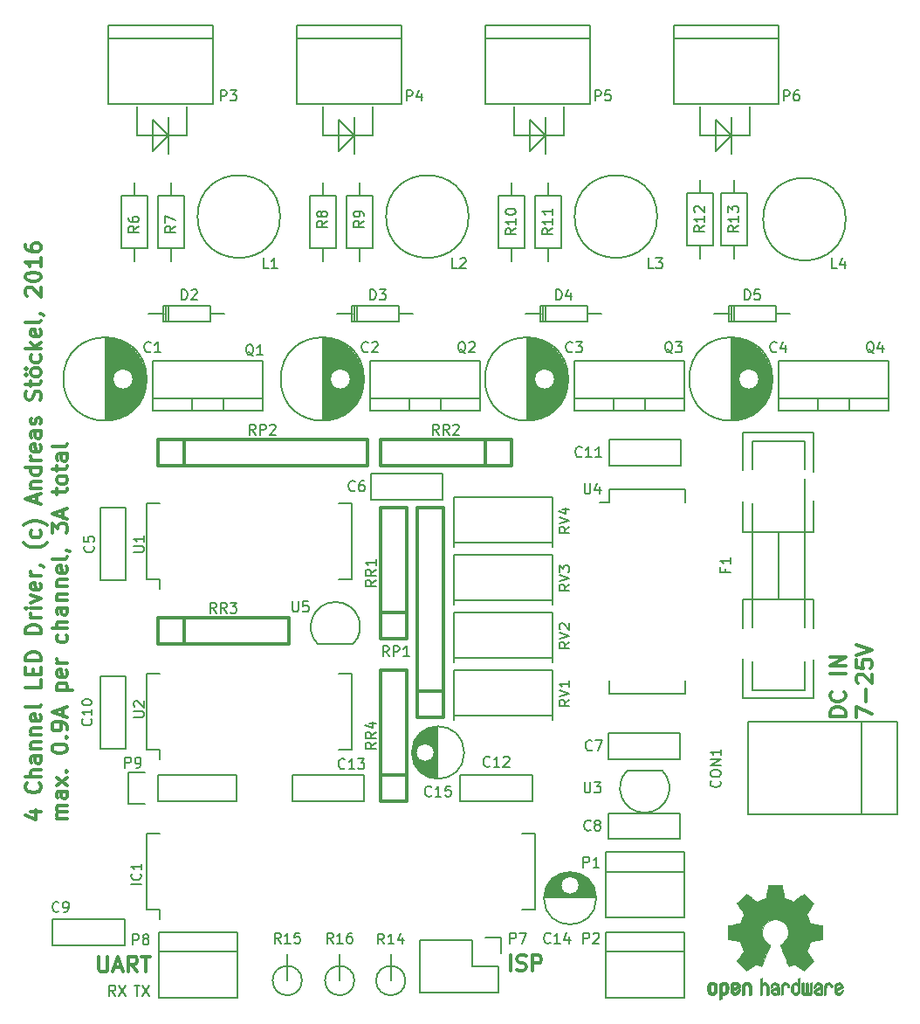
<source format=gto>
G04 #@! TF.FileFunction,Legend,Top*
%FSLAX46Y46*%
G04 Gerber Fmt 4.6, Leading zero omitted, Abs format (unit mm)*
G04 Created by KiCad (PCBNEW 4.0.4-1.fc24-product) date Sun Dec 11 17:37:08 2016*
%MOMM*%
%LPD*%
G01*
G04 APERTURE LIST*
%ADD10C,0.100000*%
%ADD11C,0.300000*%
%ADD12C,0.200000*%
%ADD13C,0.150000*%
%ADD14C,0.317500*%
%ADD15C,0.304800*%
%ADD16C,0.010000*%
%ADD17C,0.203200*%
G04 APERTURE END LIST*
D10*
D11*
X142426715Y-123233571D02*
X142426715Y-121733571D01*
X143069572Y-123162143D02*
X143283858Y-123233571D01*
X143641001Y-123233571D01*
X143783858Y-123162143D01*
X143855287Y-123090714D01*
X143926715Y-122947857D01*
X143926715Y-122805000D01*
X143855287Y-122662143D01*
X143783858Y-122590714D01*
X143641001Y-122519286D01*
X143355287Y-122447857D01*
X143212429Y-122376429D01*
X143141001Y-122305000D01*
X143069572Y-122162143D01*
X143069572Y-122019286D01*
X143141001Y-121876429D01*
X143212429Y-121805000D01*
X143355287Y-121733571D01*
X143712429Y-121733571D01*
X143926715Y-121805000D01*
X144569572Y-123233571D02*
X144569572Y-121733571D01*
X145141000Y-121733571D01*
X145283858Y-121805000D01*
X145355286Y-121876429D01*
X145426715Y-122019286D01*
X145426715Y-122233571D01*
X145355286Y-122376429D01*
X145283858Y-122447857D01*
X145141000Y-122519286D01*
X144569572Y-122519286D01*
D12*
X160782000Y-42291000D02*
X160782000Y-39497000D01*
X165608000Y-42291000D02*
X165608000Y-39497000D01*
X162306000Y-43815000D02*
X163830000Y-42291000D01*
X162306000Y-40767000D02*
X162306000Y-43815000D01*
X163830000Y-42291000D02*
X162306000Y-40767000D01*
X163830000Y-40513000D02*
X163830000Y-44069000D01*
X160782000Y-42291000D02*
X165608000Y-42291000D01*
X160782000Y-42291000D02*
X165608000Y-42291000D01*
X163830000Y-40513000D02*
X163830000Y-44069000D01*
X163830000Y-42291000D02*
X162306000Y-40767000D01*
X162306000Y-40767000D02*
X162306000Y-43815000D01*
X162306000Y-43815000D02*
X163830000Y-42291000D01*
X165608000Y-42291000D02*
X165608000Y-39497000D01*
X160782000Y-42291000D02*
X160782000Y-39497000D01*
X124206000Y-42291000D02*
X124206000Y-39497000D01*
X129032000Y-42291000D02*
X129032000Y-39497000D01*
X125730000Y-43815000D02*
X127254000Y-42291000D01*
X125730000Y-40767000D02*
X125730000Y-43815000D01*
X127254000Y-42291000D02*
X125730000Y-40767000D01*
X127254000Y-40513000D02*
X127254000Y-44069000D01*
X124206000Y-42291000D02*
X129032000Y-42291000D01*
X124206000Y-42291000D02*
X129032000Y-42291000D01*
X127254000Y-40513000D02*
X127254000Y-44069000D01*
X127254000Y-42291000D02*
X125730000Y-40767000D01*
X125730000Y-40767000D02*
X125730000Y-43815000D01*
X125730000Y-43815000D02*
X127254000Y-42291000D01*
X129032000Y-42291000D02*
X129032000Y-39497000D01*
X124206000Y-42291000D02*
X124206000Y-39497000D01*
X142748000Y-42291000D02*
X142748000Y-39497000D01*
X147574000Y-42291000D02*
X147574000Y-39497000D01*
X144272000Y-43815000D02*
X145796000Y-42291000D01*
X144272000Y-40767000D02*
X144272000Y-43815000D01*
X145796000Y-42291000D02*
X144272000Y-40767000D01*
X145796000Y-40513000D02*
X145796000Y-44069000D01*
X142748000Y-42291000D02*
X147574000Y-42291000D01*
X142748000Y-42291000D02*
X147574000Y-42291000D01*
X145796000Y-40513000D02*
X145796000Y-44069000D01*
X145796000Y-42291000D02*
X144272000Y-40767000D01*
X144272000Y-40767000D02*
X144272000Y-43815000D01*
X144272000Y-43815000D02*
X145796000Y-42291000D01*
X147574000Y-42291000D02*
X147574000Y-39497000D01*
X142748000Y-42291000D02*
X142748000Y-39497000D01*
X106172000Y-42291000D02*
X106172000Y-39497000D01*
X110998000Y-42291000D02*
X110998000Y-39497000D01*
X107696000Y-43815000D02*
X109220000Y-42291000D01*
X107696000Y-40767000D02*
X107696000Y-43815000D01*
X109220000Y-42291000D02*
X107696000Y-40767000D01*
X109220000Y-40513000D02*
X109220000Y-44069000D01*
X106172000Y-42291000D02*
X110998000Y-42291000D01*
D11*
X174917571Y-98575857D02*
X173417571Y-98575857D01*
X173417571Y-98218714D01*
X173489000Y-98004429D01*
X173631857Y-97861571D01*
X173774714Y-97790143D01*
X174060429Y-97718714D01*
X174274714Y-97718714D01*
X174560429Y-97790143D01*
X174703286Y-97861571D01*
X174846143Y-98004429D01*
X174917571Y-98218714D01*
X174917571Y-98575857D01*
X174774714Y-96218714D02*
X174846143Y-96290143D01*
X174917571Y-96504429D01*
X174917571Y-96647286D01*
X174846143Y-96861571D01*
X174703286Y-97004429D01*
X174560429Y-97075857D01*
X174274714Y-97147286D01*
X174060429Y-97147286D01*
X173774714Y-97075857D01*
X173631857Y-97004429D01*
X173489000Y-96861571D01*
X173417571Y-96647286D01*
X173417571Y-96504429D01*
X173489000Y-96290143D01*
X173560429Y-96218714D01*
X174917571Y-94433000D02*
X173417571Y-94433000D01*
X174917571Y-93718714D02*
X173417571Y-93718714D01*
X174917571Y-92861571D01*
X173417571Y-92861571D01*
X175967571Y-98718714D02*
X175967571Y-97718714D01*
X177467571Y-98361571D01*
X176896143Y-97147286D02*
X176896143Y-96004429D01*
X176110429Y-95361572D02*
X176039000Y-95290143D01*
X175967571Y-95147286D01*
X175967571Y-94790143D01*
X176039000Y-94647286D01*
X176110429Y-94575857D01*
X176253286Y-94504429D01*
X176396143Y-94504429D01*
X176610429Y-94575857D01*
X177467571Y-95433000D01*
X177467571Y-94504429D01*
X175967571Y-93147286D02*
X175967571Y-93861572D01*
X176681857Y-93933001D01*
X176610429Y-93861572D01*
X176539000Y-93718715D01*
X176539000Y-93361572D01*
X176610429Y-93218715D01*
X176681857Y-93147286D01*
X176824714Y-93075858D01*
X177181857Y-93075858D01*
X177324714Y-93147286D01*
X177396143Y-93218715D01*
X177467571Y-93361572D01*
X177467571Y-93718715D01*
X177396143Y-93861572D01*
X177324714Y-93933001D01*
X175967571Y-92647287D02*
X177467571Y-92147287D01*
X175967571Y-91647287D01*
X102509143Y-121860571D02*
X102509143Y-123074857D01*
X102580571Y-123217714D01*
X102652000Y-123289143D01*
X102794857Y-123360571D01*
X103080571Y-123360571D01*
X103223429Y-123289143D01*
X103294857Y-123217714D01*
X103366286Y-123074857D01*
X103366286Y-121860571D01*
X104009143Y-122932000D02*
X104723429Y-122932000D01*
X103866286Y-123360571D02*
X104366286Y-121860571D01*
X104866286Y-123360571D01*
X106223429Y-123360571D02*
X105723429Y-122646286D01*
X105366286Y-123360571D02*
X105366286Y-121860571D01*
X105937714Y-121860571D01*
X106080572Y-121932000D01*
X106152000Y-122003429D01*
X106223429Y-122146286D01*
X106223429Y-122360571D01*
X106152000Y-122503429D01*
X106080572Y-122574857D01*
X105937714Y-122646286D01*
X105366286Y-122646286D01*
X106652000Y-121860571D02*
X107509143Y-121860571D01*
X107080572Y-123360571D02*
X107080572Y-121860571D01*
D12*
X105918095Y-124674381D02*
X106489524Y-124674381D01*
X106203809Y-125674381D02*
X106203809Y-124674381D01*
X106727619Y-124674381D02*
X107394286Y-125674381D01*
X107394286Y-124674381D02*
X106727619Y-125674381D01*
X104100334Y-125674381D02*
X103767000Y-125198190D01*
X103528905Y-125674381D02*
X103528905Y-124674381D01*
X103909858Y-124674381D01*
X104005096Y-124722000D01*
X104052715Y-124769619D01*
X104100334Y-124864857D01*
X104100334Y-125007714D01*
X104052715Y-125102952D01*
X104005096Y-125150571D01*
X103909858Y-125198190D01*
X103528905Y-125198190D01*
X104433667Y-124674381D02*
X105100334Y-125674381D01*
X105100334Y-124674381D02*
X104433667Y-125674381D01*
D11*
X95903571Y-107857000D02*
X96903571Y-107857000D01*
X95332143Y-108214143D02*
X96403571Y-108571286D01*
X96403571Y-107642714D01*
X96760714Y-105071286D02*
X96832143Y-105142715D01*
X96903571Y-105357001D01*
X96903571Y-105499858D01*
X96832143Y-105714143D01*
X96689286Y-105857001D01*
X96546429Y-105928429D01*
X96260714Y-105999858D01*
X96046429Y-105999858D01*
X95760714Y-105928429D01*
X95617857Y-105857001D01*
X95475000Y-105714143D01*
X95403571Y-105499858D01*
X95403571Y-105357001D01*
X95475000Y-105142715D01*
X95546429Y-105071286D01*
X96903571Y-104428429D02*
X95403571Y-104428429D01*
X96903571Y-103785572D02*
X96117857Y-103785572D01*
X95975000Y-103857001D01*
X95903571Y-103999858D01*
X95903571Y-104214143D01*
X95975000Y-104357001D01*
X96046429Y-104428429D01*
X96903571Y-102428429D02*
X96117857Y-102428429D01*
X95975000Y-102499858D01*
X95903571Y-102642715D01*
X95903571Y-102928429D01*
X95975000Y-103071286D01*
X96832143Y-102428429D02*
X96903571Y-102571286D01*
X96903571Y-102928429D01*
X96832143Y-103071286D01*
X96689286Y-103142715D01*
X96546429Y-103142715D01*
X96403571Y-103071286D01*
X96332143Y-102928429D01*
X96332143Y-102571286D01*
X96260714Y-102428429D01*
X95903571Y-101714143D02*
X96903571Y-101714143D01*
X96046429Y-101714143D02*
X95975000Y-101642715D01*
X95903571Y-101499857D01*
X95903571Y-101285572D01*
X95975000Y-101142715D01*
X96117857Y-101071286D01*
X96903571Y-101071286D01*
X95903571Y-100357000D02*
X96903571Y-100357000D01*
X96046429Y-100357000D02*
X95975000Y-100285572D01*
X95903571Y-100142714D01*
X95903571Y-99928429D01*
X95975000Y-99785572D01*
X96117857Y-99714143D01*
X96903571Y-99714143D01*
X96832143Y-98428429D02*
X96903571Y-98571286D01*
X96903571Y-98857000D01*
X96832143Y-98999857D01*
X96689286Y-99071286D01*
X96117857Y-99071286D01*
X95975000Y-98999857D01*
X95903571Y-98857000D01*
X95903571Y-98571286D01*
X95975000Y-98428429D01*
X96117857Y-98357000D01*
X96260714Y-98357000D01*
X96403571Y-99071286D01*
X96903571Y-97499857D02*
X96832143Y-97642715D01*
X96689286Y-97714143D01*
X95403571Y-97714143D01*
X96903571Y-95071286D02*
X96903571Y-95785572D01*
X95403571Y-95785572D01*
X96117857Y-94571286D02*
X96117857Y-94071286D01*
X96903571Y-93857000D02*
X96903571Y-94571286D01*
X95403571Y-94571286D01*
X95403571Y-93857000D01*
X96903571Y-93214143D02*
X95403571Y-93214143D01*
X95403571Y-92857000D01*
X95475000Y-92642715D01*
X95617857Y-92499857D01*
X95760714Y-92428429D01*
X96046429Y-92357000D01*
X96260714Y-92357000D01*
X96546429Y-92428429D01*
X96689286Y-92499857D01*
X96832143Y-92642715D01*
X96903571Y-92857000D01*
X96903571Y-93214143D01*
X96903571Y-90571286D02*
X95403571Y-90571286D01*
X95403571Y-90214143D01*
X95475000Y-89999858D01*
X95617857Y-89857000D01*
X95760714Y-89785572D01*
X96046429Y-89714143D01*
X96260714Y-89714143D01*
X96546429Y-89785572D01*
X96689286Y-89857000D01*
X96832143Y-89999858D01*
X96903571Y-90214143D01*
X96903571Y-90571286D01*
X96903571Y-89071286D02*
X95903571Y-89071286D01*
X96189286Y-89071286D02*
X96046429Y-88999858D01*
X95975000Y-88928429D01*
X95903571Y-88785572D01*
X95903571Y-88642715D01*
X96903571Y-88142715D02*
X95903571Y-88142715D01*
X95403571Y-88142715D02*
X95475000Y-88214144D01*
X95546429Y-88142715D01*
X95475000Y-88071287D01*
X95403571Y-88142715D01*
X95546429Y-88142715D01*
X95903571Y-87571286D02*
X96903571Y-87214143D01*
X95903571Y-86857001D01*
X96832143Y-85714144D02*
X96903571Y-85857001D01*
X96903571Y-86142715D01*
X96832143Y-86285572D01*
X96689286Y-86357001D01*
X96117857Y-86357001D01*
X95975000Y-86285572D01*
X95903571Y-86142715D01*
X95903571Y-85857001D01*
X95975000Y-85714144D01*
X96117857Y-85642715D01*
X96260714Y-85642715D01*
X96403571Y-86357001D01*
X96903571Y-84999858D02*
X95903571Y-84999858D01*
X96189286Y-84999858D02*
X96046429Y-84928430D01*
X95975000Y-84857001D01*
X95903571Y-84714144D01*
X95903571Y-84571287D01*
X96832143Y-83999859D02*
X96903571Y-83999859D01*
X97046429Y-84071287D01*
X97117857Y-84142716D01*
X97475000Y-81785573D02*
X97403571Y-81857001D01*
X97189286Y-81999858D01*
X97046429Y-82071287D01*
X96832143Y-82142716D01*
X96475000Y-82214144D01*
X96189286Y-82214144D01*
X95832143Y-82142716D01*
X95617857Y-82071287D01*
X95475000Y-81999858D01*
X95260714Y-81857001D01*
X95189286Y-81785573D01*
X96832143Y-80571287D02*
X96903571Y-80714144D01*
X96903571Y-80999858D01*
X96832143Y-81142716D01*
X96760714Y-81214144D01*
X96617857Y-81285573D01*
X96189286Y-81285573D01*
X96046429Y-81214144D01*
X95975000Y-81142716D01*
X95903571Y-80999858D01*
X95903571Y-80714144D01*
X95975000Y-80571287D01*
X97475000Y-80071287D02*
X97403571Y-79999859D01*
X97189286Y-79857002D01*
X97046429Y-79785573D01*
X96832143Y-79714144D01*
X96475000Y-79642716D01*
X96189286Y-79642716D01*
X95832143Y-79714144D01*
X95617857Y-79785573D01*
X95475000Y-79857002D01*
X95260714Y-79999859D01*
X95189286Y-80071287D01*
X96475000Y-77857002D02*
X96475000Y-77142716D01*
X96903571Y-77999859D02*
X95403571Y-77499859D01*
X96903571Y-76999859D01*
X95903571Y-76499859D02*
X96903571Y-76499859D01*
X96046429Y-76499859D02*
X95975000Y-76428431D01*
X95903571Y-76285573D01*
X95903571Y-76071288D01*
X95975000Y-75928431D01*
X96117857Y-75857002D01*
X96903571Y-75857002D01*
X96903571Y-74499859D02*
X95403571Y-74499859D01*
X96832143Y-74499859D02*
X96903571Y-74642716D01*
X96903571Y-74928430D01*
X96832143Y-75071288D01*
X96760714Y-75142716D01*
X96617857Y-75214145D01*
X96189286Y-75214145D01*
X96046429Y-75142716D01*
X95975000Y-75071288D01*
X95903571Y-74928430D01*
X95903571Y-74642716D01*
X95975000Y-74499859D01*
X96903571Y-73785573D02*
X95903571Y-73785573D01*
X96189286Y-73785573D02*
X96046429Y-73714145D01*
X95975000Y-73642716D01*
X95903571Y-73499859D01*
X95903571Y-73357002D01*
X96832143Y-72285574D02*
X96903571Y-72428431D01*
X96903571Y-72714145D01*
X96832143Y-72857002D01*
X96689286Y-72928431D01*
X96117857Y-72928431D01*
X95975000Y-72857002D01*
X95903571Y-72714145D01*
X95903571Y-72428431D01*
X95975000Y-72285574D01*
X96117857Y-72214145D01*
X96260714Y-72214145D01*
X96403571Y-72928431D01*
X96903571Y-70928431D02*
X96117857Y-70928431D01*
X95975000Y-70999860D01*
X95903571Y-71142717D01*
X95903571Y-71428431D01*
X95975000Y-71571288D01*
X96832143Y-70928431D02*
X96903571Y-71071288D01*
X96903571Y-71428431D01*
X96832143Y-71571288D01*
X96689286Y-71642717D01*
X96546429Y-71642717D01*
X96403571Y-71571288D01*
X96332143Y-71428431D01*
X96332143Y-71071288D01*
X96260714Y-70928431D01*
X96832143Y-70285574D02*
X96903571Y-70142717D01*
X96903571Y-69857002D01*
X96832143Y-69714145D01*
X96689286Y-69642717D01*
X96617857Y-69642717D01*
X96475000Y-69714145D01*
X96403571Y-69857002D01*
X96403571Y-70071288D01*
X96332143Y-70214145D01*
X96189286Y-70285574D01*
X96117857Y-70285574D01*
X95975000Y-70214145D01*
X95903571Y-70071288D01*
X95903571Y-69857002D01*
X95975000Y-69714145D01*
X96832143Y-67928431D02*
X96903571Y-67714145D01*
X96903571Y-67357002D01*
X96832143Y-67214145D01*
X96760714Y-67142716D01*
X96617857Y-67071288D01*
X96475000Y-67071288D01*
X96332143Y-67142716D01*
X96260714Y-67214145D01*
X96189286Y-67357002D01*
X96117857Y-67642716D01*
X96046429Y-67785574D01*
X95975000Y-67857002D01*
X95832143Y-67928431D01*
X95689286Y-67928431D01*
X95546429Y-67857002D01*
X95475000Y-67785574D01*
X95403571Y-67642716D01*
X95403571Y-67285574D01*
X95475000Y-67071288D01*
X95903571Y-66642717D02*
X95903571Y-66071288D01*
X95403571Y-66428431D02*
X96689286Y-66428431D01*
X96832143Y-66357003D01*
X96903571Y-66214145D01*
X96903571Y-66071288D01*
X96903571Y-65357002D02*
X96832143Y-65499860D01*
X96760714Y-65571288D01*
X96617857Y-65642717D01*
X96189286Y-65642717D01*
X96046429Y-65571288D01*
X95975000Y-65499860D01*
X95903571Y-65357002D01*
X95903571Y-65142717D01*
X95975000Y-64999860D01*
X96046429Y-64928431D01*
X96189286Y-64857002D01*
X96617857Y-64857002D01*
X96760714Y-64928431D01*
X96832143Y-64999860D01*
X96903571Y-65142717D01*
X96903571Y-65357002D01*
X95403571Y-65499860D02*
X95475000Y-65428431D01*
X95546429Y-65499860D01*
X95475000Y-65571288D01*
X95403571Y-65499860D01*
X95546429Y-65499860D01*
X95403571Y-64928431D02*
X95475000Y-64857002D01*
X95546429Y-64928431D01*
X95475000Y-64999860D01*
X95403571Y-64928431D01*
X95546429Y-64928431D01*
X96832143Y-63571288D02*
X96903571Y-63714145D01*
X96903571Y-63999859D01*
X96832143Y-64142717D01*
X96760714Y-64214145D01*
X96617857Y-64285574D01*
X96189286Y-64285574D01*
X96046429Y-64214145D01*
X95975000Y-64142717D01*
X95903571Y-63999859D01*
X95903571Y-63714145D01*
X95975000Y-63571288D01*
X96903571Y-62928431D02*
X95403571Y-62928431D01*
X96332143Y-62785574D02*
X96903571Y-62357003D01*
X95903571Y-62357003D02*
X96475000Y-62928431D01*
X96832143Y-61142717D02*
X96903571Y-61285574D01*
X96903571Y-61571288D01*
X96832143Y-61714145D01*
X96689286Y-61785574D01*
X96117857Y-61785574D01*
X95975000Y-61714145D01*
X95903571Y-61571288D01*
X95903571Y-61285574D01*
X95975000Y-61142717D01*
X96117857Y-61071288D01*
X96260714Y-61071288D01*
X96403571Y-61785574D01*
X96903571Y-60214145D02*
X96832143Y-60357003D01*
X96689286Y-60428431D01*
X95403571Y-60428431D01*
X96832143Y-59571289D02*
X96903571Y-59571289D01*
X97046429Y-59642717D01*
X97117857Y-59714146D01*
X95546429Y-57857003D02*
X95475000Y-57785574D01*
X95403571Y-57642717D01*
X95403571Y-57285574D01*
X95475000Y-57142717D01*
X95546429Y-57071288D01*
X95689286Y-56999860D01*
X95832143Y-56999860D01*
X96046429Y-57071288D01*
X96903571Y-57928431D01*
X96903571Y-56999860D01*
X95403571Y-56071289D02*
X95403571Y-55928432D01*
X95475000Y-55785575D01*
X95546429Y-55714146D01*
X95689286Y-55642717D01*
X95975000Y-55571289D01*
X96332143Y-55571289D01*
X96617857Y-55642717D01*
X96760714Y-55714146D01*
X96832143Y-55785575D01*
X96903571Y-55928432D01*
X96903571Y-56071289D01*
X96832143Y-56214146D01*
X96760714Y-56285575D01*
X96617857Y-56357003D01*
X96332143Y-56428432D01*
X95975000Y-56428432D01*
X95689286Y-56357003D01*
X95546429Y-56285575D01*
X95475000Y-56214146D01*
X95403571Y-56071289D01*
X96903571Y-54142718D02*
X96903571Y-54999861D01*
X96903571Y-54571289D02*
X95403571Y-54571289D01*
X95617857Y-54714146D01*
X95760714Y-54857004D01*
X95832143Y-54999861D01*
X95403571Y-52857004D02*
X95403571Y-53142718D01*
X95475000Y-53285575D01*
X95546429Y-53357004D01*
X95760714Y-53499861D01*
X96046429Y-53571290D01*
X96617857Y-53571290D01*
X96760714Y-53499861D01*
X96832143Y-53428433D01*
X96903571Y-53285575D01*
X96903571Y-52999861D01*
X96832143Y-52857004D01*
X96760714Y-52785575D01*
X96617857Y-52714147D01*
X96260714Y-52714147D01*
X96117857Y-52785575D01*
X96046429Y-52857004D01*
X95975000Y-52999861D01*
X95975000Y-53285575D01*
X96046429Y-53428433D01*
X96117857Y-53499861D01*
X96260714Y-53571290D01*
X99453571Y-108499857D02*
X98453571Y-108499857D01*
X98596429Y-108499857D02*
X98525000Y-108428429D01*
X98453571Y-108285571D01*
X98453571Y-108071286D01*
X98525000Y-107928429D01*
X98667857Y-107857000D01*
X99453571Y-107857000D01*
X98667857Y-107857000D02*
X98525000Y-107785571D01*
X98453571Y-107642714D01*
X98453571Y-107428429D01*
X98525000Y-107285571D01*
X98667857Y-107214143D01*
X99453571Y-107214143D01*
X99453571Y-105857000D02*
X98667857Y-105857000D01*
X98525000Y-105928429D01*
X98453571Y-106071286D01*
X98453571Y-106357000D01*
X98525000Y-106499857D01*
X99382143Y-105857000D02*
X99453571Y-105999857D01*
X99453571Y-106357000D01*
X99382143Y-106499857D01*
X99239286Y-106571286D01*
X99096429Y-106571286D01*
X98953571Y-106499857D01*
X98882143Y-106357000D01*
X98882143Y-105999857D01*
X98810714Y-105857000D01*
X99453571Y-105285571D02*
X98453571Y-104499857D01*
X98453571Y-105285571D02*
X99453571Y-104499857D01*
X99310714Y-103928428D02*
X99382143Y-103857000D01*
X99453571Y-103928428D01*
X99382143Y-103999857D01*
X99310714Y-103928428D01*
X99453571Y-103928428D01*
X97953571Y-101785571D02*
X97953571Y-101642714D01*
X98025000Y-101499857D01*
X98096429Y-101428428D01*
X98239286Y-101356999D01*
X98525000Y-101285571D01*
X98882143Y-101285571D01*
X99167857Y-101356999D01*
X99310714Y-101428428D01*
X99382143Y-101499857D01*
X99453571Y-101642714D01*
X99453571Y-101785571D01*
X99382143Y-101928428D01*
X99310714Y-101999857D01*
X99167857Y-102071285D01*
X98882143Y-102142714D01*
X98525000Y-102142714D01*
X98239286Y-102071285D01*
X98096429Y-101999857D01*
X98025000Y-101928428D01*
X97953571Y-101785571D01*
X99310714Y-100642714D02*
X99382143Y-100571286D01*
X99453571Y-100642714D01*
X99382143Y-100714143D01*
X99310714Y-100642714D01*
X99453571Y-100642714D01*
X99453571Y-99857000D02*
X99453571Y-99571285D01*
X99382143Y-99428428D01*
X99310714Y-99357000D01*
X99096429Y-99214142D01*
X98810714Y-99142714D01*
X98239286Y-99142714D01*
X98096429Y-99214142D01*
X98025000Y-99285571D01*
X97953571Y-99428428D01*
X97953571Y-99714142D01*
X98025000Y-99857000D01*
X98096429Y-99928428D01*
X98239286Y-99999857D01*
X98596429Y-99999857D01*
X98739286Y-99928428D01*
X98810714Y-99857000D01*
X98882143Y-99714142D01*
X98882143Y-99428428D01*
X98810714Y-99285571D01*
X98739286Y-99214142D01*
X98596429Y-99142714D01*
X99025000Y-98571286D02*
X99025000Y-97857000D01*
X99453571Y-98714143D02*
X97953571Y-98214143D01*
X99453571Y-97714143D01*
X98453571Y-96071286D02*
X99953571Y-96071286D01*
X98525000Y-96071286D02*
X98453571Y-95928429D01*
X98453571Y-95642715D01*
X98525000Y-95499858D01*
X98596429Y-95428429D01*
X98739286Y-95357000D01*
X99167857Y-95357000D01*
X99310714Y-95428429D01*
X99382143Y-95499858D01*
X99453571Y-95642715D01*
X99453571Y-95928429D01*
X99382143Y-96071286D01*
X99382143Y-94142715D02*
X99453571Y-94285572D01*
X99453571Y-94571286D01*
X99382143Y-94714143D01*
X99239286Y-94785572D01*
X98667857Y-94785572D01*
X98525000Y-94714143D01*
X98453571Y-94571286D01*
X98453571Y-94285572D01*
X98525000Y-94142715D01*
X98667857Y-94071286D01*
X98810714Y-94071286D01*
X98953571Y-94785572D01*
X99453571Y-93428429D02*
X98453571Y-93428429D01*
X98739286Y-93428429D02*
X98596429Y-93357001D01*
X98525000Y-93285572D01*
X98453571Y-93142715D01*
X98453571Y-92999858D01*
X99382143Y-90714144D02*
X99453571Y-90857001D01*
X99453571Y-91142715D01*
X99382143Y-91285573D01*
X99310714Y-91357001D01*
X99167857Y-91428430D01*
X98739286Y-91428430D01*
X98596429Y-91357001D01*
X98525000Y-91285573D01*
X98453571Y-91142715D01*
X98453571Y-90857001D01*
X98525000Y-90714144D01*
X99453571Y-90071287D02*
X97953571Y-90071287D01*
X99453571Y-89428430D02*
X98667857Y-89428430D01*
X98525000Y-89499859D01*
X98453571Y-89642716D01*
X98453571Y-89857001D01*
X98525000Y-89999859D01*
X98596429Y-90071287D01*
X99453571Y-88071287D02*
X98667857Y-88071287D01*
X98525000Y-88142716D01*
X98453571Y-88285573D01*
X98453571Y-88571287D01*
X98525000Y-88714144D01*
X99382143Y-88071287D02*
X99453571Y-88214144D01*
X99453571Y-88571287D01*
X99382143Y-88714144D01*
X99239286Y-88785573D01*
X99096429Y-88785573D01*
X98953571Y-88714144D01*
X98882143Y-88571287D01*
X98882143Y-88214144D01*
X98810714Y-88071287D01*
X98453571Y-87357001D02*
X99453571Y-87357001D01*
X98596429Y-87357001D02*
X98525000Y-87285573D01*
X98453571Y-87142715D01*
X98453571Y-86928430D01*
X98525000Y-86785573D01*
X98667857Y-86714144D01*
X99453571Y-86714144D01*
X98453571Y-85999858D02*
X99453571Y-85999858D01*
X98596429Y-85999858D02*
X98525000Y-85928430D01*
X98453571Y-85785572D01*
X98453571Y-85571287D01*
X98525000Y-85428430D01*
X98667857Y-85357001D01*
X99453571Y-85357001D01*
X99382143Y-84071287D02*
X99453571Y-84214144D01*
X99453571Y-84499858D01*
X99382143Y-84642715D01*
X99239286Y-84714144D01*
X98667857Y-84714144D01*
X98525000Y-84642715D01*
X98453571Y-84499858D01*
X98453571Y-84214144D01*
X98525000Y-84071287D01*
X98667857Y-83999858D01*
X98810714Y-83999858D01*
X98953571Y-84714144D01*
X99453571Y-83142715D02*
X99382143Y-83285573D01*
X99239286Y-83357001D01*
X97953571Y-83357001D01*
X99382143Y-82499859D02*
X99453571Y-82499859D01*
X99596429Y-82571287D01*
X99667857Y-82642716D01*
X97953571Y-80857001D02*
X97953571Y-79928430D01*
X98525000Y-80428430D01*
X98525000Y-80214144D01*
X98596429Y-80071287D01*
X98667857Y-79999858D01*
X98810714Y-79928430D01*
X99167857Y-79928430D01*
X99310714Y-79999858D01*
X99382143Y-80071287D01*
X99453571Y-80214144D01*
X99453571Y-80642716D01*
X99382143Y-80785573D01*
X99310714Y-80857001D01*
X99025000Y-79357002D02*
X99025000Y-78642716D01*
X99453571Y-79499859D02*
X97953571Y-78999859D01*
X99453571Y-78499859D01*
X98453571Y-77071288D02*
X98453571Y-76499859D01*
X97953571Y-76857002D02*
X99239286Y-76857002D01*
X99382143Y-76785574D01*
X99453571Y-76642716D01*
X99453571Y-76499859D01*
X99453571Y-75785573D02*
X99382143Y-75928431D01*
X99310714Y-75999859D01*
X99167857Y-76071288D01*
X98739286Y-76071288D01*
X98596429Y-75999859D01*
X98525000Y-75928431D01*
X98453571Y-75785573D01*
X98453571Y-75571288D01*
X98525000Y-75428431D01*
X98596429Y-75357002D01*
X98739286Y-75285573D01*
X99167857Y-75285573D01*
X99310714Y-75357002D01*
X99382143Y-75428431D01*
X99453571Y-75571288D01*
X99453571Y-75785573D01*
X98453571Y-74857002D02*
X98453571Y-74285573D01*
X97953571Y-74642716D02*
X99239286Y-74642716D01*
X99382143Y-74571288D01*
X99453571Y-74428430D01*
X99453571Y-74285573D01*
X99453571Y-73142716D02*
X98667857Y-73142716D01*
X98525000Y-73214145D01*
X98453571Y-73357002D01*
X98453571Y-73642716D01*
X98525000Y-73785573D01*
X99382143Y-73142716D02*
X99453571Y-73285573D01*
X99453571Y-73642716D01*
X99382143Y-73785573D01*
X99239286Y-73857002D01*
X99096429Y-73857002D01*
X98953571Y-73785573D01*
X98882143Y-73642716D01*
X98882143Y-73285573D01*
X98810714Y-73142716D01*
X99453571Y-72214144D02*
X99382143Y-72357002D01*
X99239286Y-72428430D01*
X97953571Y-72428430D01*
D13*
X128254000Y-106787000D02*
X121254000Y-106787000D01*
X121254000Y-106787000D02*
X121254000Y-104287000D01*
X121254000Y-104287000D02*
X128254000Y-104287000D01*
X128254000Y-104287000D02*
X128254000Y-106787000D01*
X120777000Y-124206000D02*
X120777000Y-121666000D01*
X122196903Y-124206000D02*
G75*
G03X122196903Y-124206000I-1419903J0D01*
G01*
X108331000Y-119507000D02*
X108331000Y-125857000D01*
X115951000Y-119507000D02*
X115951000Y-125857000D01*
X115951000Y-121412000D02*
X108331000Y-121412000D01*
X108331000Y-119507000D02*
X115951000Y-119507000D01*
X115951000Y-125857000D02*
X108331000Y-125857000D01*
X107179000Y-101846000D02*
X108449000Y-101846000D01*
X107179000Y-94496000D02*
X108449000Y-94496000D01*
X127009000Y-94496000D02*
X125739000Y-94496000D01*
X127009000Y-101846000D02*
X125739000Y-101846000D01*
X107179000Y-101846000D02*
X107179000Y-94496000D01*
X127009000Y-101846000D02*
X127009000Y-94496000D01*
X108449000Y-101846000D02*
X108449000Y-102781000D01*
X107179000Y-117340000D02*
X108449000Y-117340000D01*
X107179000Y-109990000D02*
X108449000Y-109990000D01*
X144789000Y-109990000D02*
X143519000Y-109990000D01*
X144789000Y-117340000D02*
X143519000Y-117340000D01*
X107179000Y-117340000D02*
X107179000Y-109990000D01*
X144789000Y-117340000D02*
X144789000Y-109990000D01*
X108449000Y-117340000D02*
X108449000Y-118275000D01*
X136967000Y-82923000D02*
X146497000Y-82923000D01*
X146497000Y-82923000D02*
X146497000Y-87753000D01*
X146497000Y-87373000D02*
X136967000Y-87373000D01*
X136967000Y-82923000D02*
X136967000Y-87753000D01*
X135874000Y-77577000D02*
X128874000Y-77577000D01*
X128874000Y-77577000D02*
X128874000Y-75077000D01*
X128874000Y-75077000D02*
X135874000Y-75077000D01*
X135874000Y-75077000D02*
X135874000Y-77577000D01*
X107179000Y-85336000D02*
X108449000Y-85336000D01*
X107179000Y-77986000D02*
X108449000Y-77986000D01*
X127009000Y-77986000D02*
X125739000Y-77986000D01*
X127009000Y-85336000D02*
X125739000Y-85336000D01*
X107179000Y-85336000D02*
X107179000Y-77986000D01*
X127009000Y-85336000D02*
X127009000Y-77986000D01*
X108449000Y-85336000D02*
X108449000Y-86271000D01*
X114554000Y-68961000D02*
X114554000Y-67818000D01*
X111506000Y-68961000D02*
X111506000Y-67818000D01*
X107696000Y-67818000D02*
X107696000Y-64135000D01*
X107696000Y-64135000D02*
X118364000Y-64135000D01*
X118364000Y-64135000D02*
X118364000Y-67818000D01*
X107696000Y-68961000D02*
X107696000Y-67818000D01*
X107696000Y-67818000D02*
X118364000Y-67818000D01*
X118364000Y-67818000D02*
X118364000Y-68961000D01*
X113030000Y-68961000D02*
X118364000Y-68961000D01*
X113030000Y-68961000D02*
X107696000Y-68961000D01*
X113284520Y-59560460D02*
X114681520Y-59560460D01*
X108839520Y-59560460D02*
X107315520Y-59560460D01*
X109220520Y-58798460D02*
X109220520Y-60322460D01*
X108966520Y-58798460D02*
X108966520Y-60322460D01*
X108712520Y-59560460D02*
X108712520Y-60322460D01*
X108712520Y-60322460D02*
X113284520Y-60322460D01*
X113284520Y-60322460D02*
X113284520Y-58798460D01*
X113284520Y-58798460D02*
X108712520Y-58798460D01*
X108712520Y-58798460D02*
X108712520Y-59560460D01*
X131572520Y-59560460D02*
X132969520Y-59560460D01*
X127127520Y-59560460D02*
X125603520Y-59560460D01*
X127508520Y-58798460D02*
X127508520Y-60322460D01*
X127254520Y-58798460D02*
X127254520Y-60322460D01*
X127000520Y-59560460D02*
X127000520Y-60322460D01*
X127000520Y-60322460D02*
X131572520Y-60322460D01*
X131572520Y-60322460D02*
X131572520Y-58798460D01*
X131572520Y-58798460D02*
X127000520Y-58798460D01*
X127000520Y-58798460D02*
X127000520Y-59560460D01*
X149860520Y-59560460D02*
X151257520Y-59560460D01*
X145415520Y-59560460D02*
X143891520Y-59560460D01*
X145796520Y-58798460D02*
X145796520Y-60322460D01*
X145542520Y-58798460D02*
X145542520Y-60322460D01*
X145288520Y-59560460D02*
X145288520Y-60322460D01*
X145288520Y-60322460D02*
X149860520Y-60322460D01*
X149860520Y-60322460D02*
X149860520Y-58798460D01*
X149860520Y-58798460D02*
X145288520Y-58798460D01*
X145288520Y-58798460D02*
X145288520Y-59560460D01*
X168148520Y-59560460D02*
X169545520Y-59560460D01*
X163703520Y-59560460D02*
X162179520Y-59560460D01*
X164084520Y-58798460D02*
X164084520Y-60322460D01*
X163830520Y-58798460D02*
X163830520Y-60322460D01*
X163576520Y-59560460D02*
X163576520Y-60322460D01*
X163576520Y-60322460D02*
X168148520Y-60322460D01*
X168148520Y-60322460D02*
X168148520Y-58798460D01*
X168148520Y-58798460D02*
X163576520Y-58798460D01*
X163576520Y-58798460D02*
X163576520Y-59560460D01*
X120078500Y-50165000D02*
G75*
G03X120078500Y-50165000I-4000500J0D01*
G01*
X138366500Y-50165000D02*
G75*
G03X138366500Y-50165000I-4000500J0D01*
G01*
X156654500Y-50165000D02*
G75*
G03X156654500Y-50165000I-4000500J0D01*
G01*
X174942500Y-50419000D02*
G75*
G03X174942500Y-50419000I-4000500J0D01*
G01*
X135636000Y-68961000D02*
X135636000Y-67818000D01*
X132588000Y-68961000D02*
X132588000Y-67818000D01*
X128778000Y-67818000D02*
X128778000Y-64135000D01*
X128778000Y-64135000D02*
X139446000Y-64135000D01*
X139446000Y-64135000D02*
X139446000Y-67818000D01*
X128778000Y-68961000D02*
X128778000Y-67818000D01*
X128778000Y-67818000D02*
X139446000Y-67818000D01*
X139446000Y-67818000D02*
X139446000Y-68961000D01*
X134112000Y-68961000D02*
X139446000Y-68961000D01*
X134112000Y-68961000D02*
X128778000Y-68961000D01*
X155448000Y-68961000D02*
X155448000Y-67818000D01*
X152400000Y-68961000D02*
X152400000Y-67818000D01*
X148590000Y-67818000D02*
X148590000Y-64135000D01*
X148590000Y-64135000D02*
X159258000Y-64135000D01*
X159258000Y-64135000D02*
X159258000Y-67818000D01*
X148590000Y-68961000D02*
X148590000Y-67818000D01*
X148590000Y-67818000D02*
X159258000Y-67818000D01*
X159258000Y-67818000D02*
X159258000Y-68961000D01*
X153924000Y-68961000D02*
X159258000Y-68961000D01*
X153924000Y-68961000D02*
X148590000Y-68961000D01*
X175260000Y-68961000D02*
X175260000Y-67818000D01*
X172212000Y-68961000D02*
X172212000Y-67818000D01*
X168402000Y-67818000D02*
X168402000Y-64135000D01*
X168402000Y-64135000D02*
X179070000Y-64135000D01*
X179070000Y-64135000D02*
X179070000Y-67818000D01*
X168402000Y-68961000D02*
X168402000Y-67818000D01*
X168402000Y-67818000D02*
X179070000Y-67818000D01*
X179070000Y-67818000D02*
X179070000Y-68961000D01*
X173736000Y-68961000D02*
X179070000Y-68961000D01*
X173736000Y-68961000D02*
X168402000Y-68961000D01*
X141224000Y-53213000D02*
X141224000Y-48133000D01*
X141224000Y-48133000D02*
X143764000Y-48133000D01*
X143764000Y-48133000D02*
X143764000Y-53213000D01*
X143764000Y-53213000D02*
X141224000Y-53213000D01*
X142494000Y-53213000D02*
X142494000Y-54483000D01*
X142494000Y-48133000D02*
X142494000Y-46863000D01*
X152027000Y-76572000D02*
X152027000Y-77842000D01*
X159377000Y-76572000D02*
X159377000Y-77842000D01*
X159377000Y-96402000D02*
X159377000Y-95132000D01*
X152027000Y-96402000D02*
X152027000Y-95132000D01*
X152027000Y-76572000D02*
X159377000Y-76572000D01*
X152027000Y-96402000D02*
X159377000Y-96402000D01*
X152027000Y-77842000D02*
X151092000Y-77842000D01*
X144780000Y-53213000D02*
X144780000Y-48133000D01*
X144780000Y-48133000D02*
X147320000Y-48133000D01*
X147320000Y-48133000D02*
X147320000Y-53213000D01*
X147320000Y-53213000D02*
X144780000Y-53213000D01*
X146050000Y-53213000D02*
X146050000Y-54483000D01*
X146050000Y-48133000D02*
X146050000Y-46863000D01*
X159512000Y-52959000D02*
X159512000Y-47879000D01*
X159512000Y-47879000D02*
X162052000Y-47879000D01*
X162052000Y-47879000D02*
X162052000Y-52959000D01*
X162052000Y-52959000D02*
X159512000Y-52959000D01*
X160782000Y-52959000D02*
X160782000Y-54229000D01*
X160782000Y-47879000D02*
X160782000Y-46609000D01*
X162814000Y-52959000D02*
X162814000Y-47879000D01*
X162814000Y-47879000D02*
X165354000Y-47879000D01*
X165354000Y-47879000D02*
X165354000Y-52959000D01*
X165354000Y-52959000D02*
X162814000Y-52959000D01*
X164084000Y-52959000D02*
X164084000Y-54229000D01*
X164084000Y-47879000D02*
X164084000Y-46609000D01*
X104648000Y-53213000D02*
X104648000Y-48133000D01*
X104648000Y-48133000D02*
X107188000Y-48133000D01*
X107188000Y-48133000D02*
X107188000Y-53213000D01*
X107188000Y-53213000D02*
X104648000Y-53213000D01*
X105918000Y-53213000D02*
X105918000Y-54483000D01*
X105918000Y-48133000D02*
X105918000Y-46863000D01*
X108204000Y-53213000D02*
X108204000Y-48133000D01*
X108204000Y-48133000D02*
X110744000Y-48133000D01*
X110744000Y-48133000D02*
X110744000Y-53213000D01*
X110744000Y-53213000D02*
X108204000Y-53213000D01*
X109474000Y-53213000D02*
X109474000Y-54483000D01*
X109474000Y-48133000D02*
X109474000Y-46863000D01*
X122936000Y-53213000D02*
X122936000Y-48133000D01*
X122936000Y-48133000D02*
X125476000Y-48133000D01*
X125476000Y-48133000D02*
X125476000Y-53213000D01*
X125476000Y-53213000D02*
X122936000Y-53213000D01*
X124206000Y-53213000D02*
X124206000Y-54483000D01*
X124206000Y-48133000D02*
X124206000Y-46863000D01*
X126492000Y-53213000D02*
X126492000Y-48133000D01*
X126492000Y-48133000D02*
X129032000Y-48133000D01*
X129032000Y-48133000D02*
X129032000Y-53213000D01*
X129032000Y-53213000D02*
X126492000Y-53213000D01*
X127762000Y-53213000D02*
X127762000Y-54483000D01*
X127762000Y-48133000D02*
X127762000Y-46863000D01*
X176466500Y-108132880D02*
X176466500Y-99131120D01*
X179966620Y-108132880D02*
X179966620Y-99131120D01*
X179966620Y-99131120D02*
X165465760Y-99131120D01*
X165465760Y-99131120D02*
X165465760Y-108132880D01*
X165465760Y-108132880D02*
X179966620Y-108132880D01*
X138684000Y-120269000D02*
X133604000Y-120269000D01*
X141504000Y-119989000D02*
X141504000Y-121539000D01*
X141224000Y-122809000D02*
X138684000Y-122809000D01*
X138684000Y-122809000D02*
X138684000Y-120269000D01*
X133604000Y-120269000D02*
X133604000Y-125349000D01*
X133604000Y-125349000D02*
X138684000Y-125349000D01*
X141504000Y-119989000D02*
X139954000Y-119989000D01*
X141224000Y-125349000D02*
X141224000Y-122809000D01*
X138684000Y-125349000D02*
X141224000Y-125349000D01*
X168402000Y-80695800D02*
X168402000Y-87198200D01*
X171831000Y-71079360D02*
X171831000Y-74889360D01*
X171831000Y-80731360D02*
X171831000Y-77683360D01*
X170942000Y-78232000D02*
X170942000Y-75565000D01*
X170942000Y-71968360D02*
X170942000Y-74635360D01*
X165862000Y-80731360D02*
X165862000Y-77937360D01*
X165862000Y-71970900D02*
X165862000Y-74637900D01*
X164973000Y-71079360D02*
X164973000Y-74762360D01*
X164973000Y-80731360D02*
X164973000Y-77810360D01*
X171831000Y-96814640D02*
X171831000Y-93131640D01*
X171831000Y-87289640D02*
X171831000Y-90083640D01*
X170942000Y-89829640D02*
X170942000Y-89956640D01*
X170942000Y-89829640D02*
X170942000Y-87289640D01*
X170942000Y-96052640D02*
X170942000Y-93258640D01*
X164973000Y-96814640D02*
X164973000Y-93004640D01*
X164973000Y-87289640D02*
X164973000Y-90083640D01*
X165862000Y-87289640D02*
X165862000Y-89956640D01*
X165862000Y-96052640D02*
X165862000Y-93258640D01*
X164973000Y-71079360D02*
X171831000Y-71079360D01*
X171831000Y-80731360D02*
X170942000Y-80731360D01*
X164973000Y-80731360D02*
X165862000Y-80731360D01*
X164973000Y-96814640D02*
X171831000Y-96814640D01*
X171831000Y-87289640D02*
X170942000Y-87289640D01*
X164973000Y-87289640D02*
X165989000Y-87289640D01*
X170942000Y-78232000D02*
X170942000Y-89916000D01*
X165862000Y-89789000D02*
X165862000Y-78232000D01*
X168402000Y-87289640D02*
X165862000Y-87289640D01*
X165862000Y-96050100D02*
X170942000Y-96050100D01*
X170942000Y-87289640D02*
X168402000Y-87289640D01*
X168402000Y-80731360D02*
X165862000Y-80731360D01*
X165862000Y-71970900D02*
X170942000Y-71970900D01*
X170942000Y-80731360D02*
X168402000Y-80731360D01*
X157148000Y-103837000D02*
X153748000Y-103837000D01*
X157145056Y-103839944D02*
G75*
G02X155448000Y-107937000I-1697056J-1697056D01*
G01*
X153750944Y-103839944D02*
G75*
G03X155448000Y-107937000I1697056J-1697056D01*
G01*
X103378000Y-32893000D02*
X113538000Y-32893000D01*
X103378000Y-31623000D02*
X103378000Y-39243000D01*
X103378000Y-39243000D02*
X113538000Y-39243000D01*
X113538000Y-39243000D02*
X113538000Y-31623000D01*
X113538000Y-31623000D02*
X103378000Y-31623000D01*
X121666000Y-32893000D02*
X131826000Y-32893000D01*
X121666000Y-31623000D02*
X121666000Y-39243000D01*
X121666000Y-39243000D02*
X131826000Y-39243000D01*
X131826000Y-39243000D02*
X131826000Y-31623000D01*
X131826000Y-31623000D02*
X121666000Y-31623000D01*
X139954000Y-32893000D02*
X150114000Y-32893000D01*
X139954000Y-31623000D02*
X139954000Y-39243000D01*
X139954000Y-39243000D02*
X150114000Y-39243000D01*
X150114000Y-39243000D02*
X150114000Y-31623000D01*
X150114000Y-31623000D02*
X139954000Y-31623000D01*
X158242000Y-32893000D02*
X168402000Y-32893000D01*
X158242000Y-31623000D02*
X158242000Y-39243000D01*
X158242000Y-39243000D02*
X168402000Y-39243000D01*
X168402000Y-39243000D02*
X168402000Y-31623000D01*
X168402000Y-31623000D02*
X158242000Y-31623000D01*
X103171000Y-61914000D02*
X103171000Y-69912000D01*
X103311000Y-61919000D02*
X103311000Y-69907000D01*
X103451000Y-61929000D02*
X103451000Y-69897000D01*
X103591000Y-61944000D02*
X103591000Y-69882000D01*
X103731000Y-61964000D02*
X103731000Y-69862000D01*
X103871000Y-61989000D02*
X103871000Y-65691000D01*
X103871000Y-66135000D02*
X103871000Y-69837000D01*
X104011000Y-62019000D02*
X104011000Y-65363000D01*
X104011000Y-66463000D02*
X104011000Y-69807000D01*
X104151000Y-62055000D02*
X104151000Y-65194000D01*
X104151000Y-66632000D02*
X104151000Y-69771000D01*
X104291000Y-62096000D02*
X104291000Y-65081000D01*
X104291000Y-66745000D02*
X104291000Y-69730000D01*
X104431000Y-62142000D02*
X104431000Y-65003000D01*
X104431000Y-66823000D02*
X104431000Y-69684000D01*
X104571000Y-62195000D02*
X104571000Y-64952000D01*
X104571000Y-66874000D02*
X104571000Y-69631000D01*
X104711000Y-62254000D02*
X104711000Y-64922000D01*
X104711000Y-66904000D02*
X104711000Y-69572000D01*
X104851000Y-62319000D02*
X104851000Y-64913000D01*
X104851000Y-66913000D02*
X104851000Y-69507000D01*
X104991000Y-62390000D02*
X104991000Y-64924000D01*
X104991000Y-66902000D02*
X104991000Y-69436000D01*
X105131000Y-62469000D02*
X105131000Y-64954000D01*
X105131000Y-66872000D02*
X105131000Y-69357000D01*
X105271000Y-62556000D02*
X105271000Y-65008000D01*
X105271000Y-66818000D02*
X105271000Y-69270000D01*
X105411000Y-62651000D02*
X105411000Y-65088000D01*
X105411000Y-66738000D02*
X105411000Y-69175000D01*
X105551000Y-62755000D02*
X105551000Y-65204000D01*
X105551000Y-66622000D02*
X105551000Y-69071000D01*
X105691000Y-62869000D02*
X105691000Y-65378000D01*
X105691000Y-66448000D02*
X105691000Y-68957000D01*
X105831000Y-62994000D02*
X105831000Y-65740000D01*
X105831000Y-66086000D02*
X105831000Y-68832000D01*
X105971000Y-63132000D02*
X105971000Y-68694000D01*
X106111000Y-63284000D02*
X106111000Y-68542000D01*
X106251000Y-63454000D02*
X106251000Y-68372000D01*
X106391000Y-63645000D02*
X106391000Y-68181000D01*
X106531000Y-63863000D02*
X106531000Y-67963000D01*
X106671000Y-64119000D02*
X106671000Y-67707000D01*
X106811000Y-64430000D02*
X106811000Y-67396000D01*
X106951000Y-64846000D02*
X106951000Y-66980000D01*
X107091000Y-65713000D02*
X107091000Y-66113000D01*
X105846000Y-65913000D02*
G75*
G03X105846000Y-65913000I-1000000J0D01*
G01*
X107133500Y-65913000D02*
G75*
G03X107133500Y-65913000I-4037500J0D01*
G01*
X124253000Y-61914000D02*
X124253000Y-69912000D01*
X124393000Y-61919000D02*
X124393000Y-69907000D01*
X124533000Y-61929000D02*
X124533000Y-69897000D01*
X124673000Y-61944000D02*
X124673000Y-69882000D01*
X124813000Y-61964000D02*
X124813000Y-69862000D01*
X124953000Y-61989000D02*
X124953000Y-65691000D01*
X124953000Y-66135000D02*
X124953000Y-69837000D01*
X125093000Y-62019000D02*
X125093000Y-65363000D01*
X125093000Y-66463000D02*
X125093000Y-69807000D01*
X125233000Y-62055000D02*
X125233000Y-65194000D01*
X125233000Y-66632000D02*
X125233000Y-69771000D01*
X125373000Y-62096000D02*
X125373000Y-65081000D01*
X125373000Y-66745000D02*
X125373000Y-69730000D01*
X125513000Y-62142000D02*
X125513000Y-65003000D01*
X125513000Y-66823000D02*
X125513000Y-69684000D01*
X125653000Y-62195000D02*
X125653000Y-64952000D01*
X125653000Y-66874000D02*
X125653000Y-69631000D01*
X125793000Y-62254000D02*
X125793000Y-64922000D01*
X125793000Y-66904000D02*
X125793000Y-69572000D01*
X125933000Y-62319000D02*
X125933000Y-64913000D01*
X125933000Y-66913000D02*
X125933000Y-69507000D01*
X126073000Y-62390000D02*
X126073000Y-64924000D01*
X126073000Y-66902000D02*
X126073000Y-69436000D01*
X126213000Y-62469000D02*
X126213000Y-64954000D01*
X126213000Y-66872000D02*
X126213000Y-69357000D01*
X126353000Y-62556000D02*
X126353000Y-65008000D01*
X126353000Y-66818000D02*
X126353000Y-69270000D01*
X126493000Y-62651000D02*
X126493000Y-65088000D01*
X126493000Y-66738000D02*
X126493000Y-69175000D01*
X126633000Y-62755000D02*
X126633000Y-65204000D01*
X126633000Y-66622000D02*
X126633000Y-69071000D01*
X126773000Y-62869000D02*
X126773000Y-65378000D01*
X126773000Y-66448000D02*
X126773000Y-68957000D01*
X126913000Y-62994000D02*
X126913000Y-65740000D01*
X126913000Y-66086000D02*
X126913000Y-68832000D01*
X127053000Y-63132000D02*
X127053000Y-68694000D01*
X127193000Y-63284000D02*
X127193000Y-68542000D01*
X127333000Y-63454000D02*
X127333000Y-68372000D01*
X127473000Y-63645000D02*
X127473000Y-68181000D01*
X127613000Y-63863000D02*
X127613000Y-67963000D01*
X127753000Y-64119000D02*
X127753000Y-67707000D01*
X127893000Y-64430000D02*
X127893000Y-67396000D01*
X128033000Y-64846000D02*
X128033000Y-66980000D01*
X128173000Y-65713000D02*
X128173000Y-66113000D01*
X126928000Y-65913000D02*
G75*
G03X126928000Y-65913000I-1000000J0D01*
G01*
X128215500Y-65913000D02*
G75*
G03X128215500Y-65913000I-4037500J0D01*
G01*
X144065000Y-61914000D02*
X144065000Y-69912000D01*
X144205000Y-61919000D02*
X144205000Y-69907000D01*
X144345000Y-61929000D02*
X144345000Y-69897000D01*
X144485000Y-61944000D02*
X144485000Y-69882000D01*
X144625000Y-61964000D02*
X144625000Y-69862000D01*
X144765000Y-61989000D02*
X144765000Y-65691000D01*
X144765000Y-66135000D02*
X144765000Y-69837000D01*
X144905000Y-62019000D02*
X144905000Y-65363000D01*
X144905000Y-66463000D02*
X144905000Y-69807000D01*
X145045000Y-62055000D02*
X145045000Y-65194000D01*
X145045000Y-66632000D02*
X145045000Y-69771000D01*
X145185000Y-62096000D02*
X145185000Y-65081000D01*
X145185000Y-66745000D02*
X145185000Y-69730000D01*
X145325000Y-62142000D02*
X145325000Y-65003000D01*
X145325000Y-66823000D02*
X145325000Y-69684000D01*
X145465000Y-62195000D02*
X145465000Y-64952000D01*
X145465000Y-66874000D02*
X145465000Y-69631000D01*
X145605000Y-62254000D02*
X145605000Y-64922000D01*
X145605000Y-66904000D02*
X145605000Y-69572000D01*
X145745000Y-62319000D02*
X145745000Y-64913000D01*
X145745000Y-66913000D02*
X145745000Y-69507000D01*
X145885000Y-62390000D02*
X145885000Y-64924000D01*
X145885000Y-66902000D02*
X145885000Y-69436000D01*
X146025000Y-62469000D02*
X146025000Y-64954000D01*
X146025000Y-66872000D02*
X146025000Y-69357000D01*
X146165000Y-62556000D02*
X146165000Y-65008000D01*
X146165000Y-66818000D02*
X146165000Y-69270000D01*
X146305000Y-62651000D02*
X146305000Y-65088000D01*
X146305000Y-66738000D02*
X146305000Y-69175000D01*
X146445000Y-62755000D02*
X146445000Y-65204000D01*
X146445000Y-66622000D02*
X146445000Y-69071000D01*
X146585000Y-62869000D02*
X146585000Y-65378000D01*
X146585000Y-66448000D02*
X146585000Y-68957000D01*
X146725000Y-62994000D02*
X146725000Y-65740000D01*
X146725000Y-66086000D02*
X146725000Y-68832000D01*
X146865000Y-63132000D02*
X146865000Y-68694000D01*
X147005000Y-63284000D02*
X147005000Y-68542000D01*
X147145000Y-63454000D02*
X147145000Y-68372000D01*
X147285000Y-63645000D02*
X147285000Y-68181000D01*
X147425000Y-63863000D02*
X147425000Y-67963000D01*
X147565000Y-64119000D02*
X147565000Y-67707000D01*
X147705000Y-64430000D02*
X147705000Y-67396000D01*
X147845000Y-64846000D02*
X147845000Y-66980000D01*
X147985000Y-65713000D02*
X147985000Y-66113000D01*
X146740000Y-65913000D02*
G75*
G03X146740000Y-65913000I-1000000J0D01*
G01*
X148027500Y-65913000D02*
G75*
G03X148027500Y-65913000I-4037500J0D01*
G01*
X163877000Y-61914000D02*
X163877000Y-69912000D01*
X164017000Y-61919000D02*
X164017000Y-69907000D01*
X164157000Y-61929000D02*
X164157000Y-69897000D01*
X164297000Y-61944000D02*
X164297000Y-69882000D01*
X164437000Y-61964000D02*
X164437000Y-69862000D01*
X164577000Y-61989000D02*
X164577000Y-65691000D01*
X164577000Y-66135000D02*
X164577000Y-69837000D01*
X164717000Y-62019000D02*
X164717000Y-65363000D01*
X164717000Y-66463000D02*
X164717000Y-69807000D01*
X164857000Y-62055000D02*
X164857000Y-65194000D01*
X164857000Y-66632000D02*
X164857000Y-69771000D01*
X164997000Y-62096000D02*
X164997000Y-65081000D01*
X164997000Y-66745000D02*
X164997000Y-69730000D01*
X165137000Y-62142000D02*
X165137000Y-65003000D01*
X165137000Y-66823000D02*
X165137000Y-69684000D01*
X165277000Y-62195000D02*
X165277000Y-64952000D01*
X165277000Y-66874000D02*
X165277000Y-69631000D01*
X165417000Y-62254000D02*
X165417000Y-64922000D01*
X165417000Y-66904000D02*
X165417000Y-69572000D01*
X165557000Y-62319000D02*
X165557000Y-64913000D01*
X165557000Y-66913000D02*
X165557000Y-69507000D01*
X165697000Y-62390000D02*
X165697000Y-64924000D01*
X165697000Y-66902000D02*
X165697000Y-69436000D01*
X165837000Y-62469000D02*
X165837000Y-64954000D01*
X165837000Y-66872000D02*
X165837000Y-69357000D01*
X165977000Y-62556000D02*
X165977000Y-65008000D01*
X165977000Y-66818000D02*
X165977000Y-69270000D01*
X166117000Y-62651000D02*
X166117000Y-65088000D01*
X166117000Y-66738000D02*
X166117000Y-69175000D01*
X166257000Y-62755000D02*
X166257000Y-65204000D01*
X166257000Y-66622000D02*
X166257000Y-69071000D01*
X166397000Y-62869000D02*
X166397000Y-65378000D01*
X166397000Y-66448000D02*
X166397000Y-68957000D01*
X166537000Y-62994000D02*
X166537000Y-65740000D01*
X166537000Y-66086000D02*
X166537000Y-68832000D01*
X166677000Y-63132000D02*
X166677000Y-68694000D01*
X166817000Y-63284000D02*
X166817000Y-68542000D01*
X166957000Y-63454000D02*
X166957000Y-68372000D01*
X167097000Y-63645000D02*
X167097000Y-68181000D01*
X167237000Y-63863000D02*
X167237000Y-67963000D01*
X167377000Y-64119000D02*
X167377000Y-67707000D01*
X167517000Y-64430000D02*
X167517000Y-67396000D01*
X167657000Y-64846000D02*
X167657000Y-66980000D01*
X167797000Y-65713000D02*
X167797000Y-66113000D01*
X166552000Y-65913000D02*
G75*
G03X166552000Y-65913000I-1000000J0D01*
G01*
X167839500Y-65913000D02*
G75*
G03X167839500Y-65913000I-4037500J0D01*
G01*
X136967000Y-94099000D02*
X146497000Y-94099000D01*
X146497000Y-94099000D02*
X146497000Y-98929000D01*
X146497000Y-98549000D02*
X136967000Y-98549000D01*
X136967000Y-94099000D02*
X136967000Y-98929000D01*
X136967000Y-88511000D02*
X146497000Y-88511000D01*
X146497000Y-88511000D02*
X146497000Y-93341000D01*
X146497000Y-92961000D02*
X136967000Y-92961000D01*
X136967000Y-88511000D02*
X136967000Y-93341000D01*
X136967000Y-77335000D02*
X146497000Y-77335000D01*
X146497000Y-77335000D02*
X146497000Y-82165000D01*
X146497000Y-81785000D02*
X136967000Y-81785000D01*
X136967000Y-77335000D02*
X136967000Y-82165000D01*
X105136000Y-78375000D02*
X105136000Y-85375000D01*
X105136000Y-85375000D02*
X102636000Y-85375000D01*
X102636000Y-85375000D02*
X102636000Y-78375000D01*
X102636000Y-78375000D02*
X105136000Y-78375000D01*
X151908000Y-100223000D02*
X158908000Y-100223000D01*
X158908000Y-100223000D02*
X158908000Y-102723000D01*
X158908000Y-102723000D02*
X151908000Y-102723000D01*
X151908000Y-102723000D02*
X151908000Y-100223000D01*
X151908000Y-107970000D02*
X158908000Y-107970000D01*
X158908000Y-107970000D02*
X158908000Y-110470000D01*
X158908000Y-110470000D02*
X151908000Y-110470000D01*
X151908000Y-110470000D02*
X151908000Y-107970000D01*
X105013000Y-120757000D02*
X98013000Y-120757000D01*
X98013000Y-120757000D02*
X98013000Y-118257000D01*
X98013000Y-118257000D02*
X105013000Y-118257000D01*
X105013000Y-118257000D02*
X105013000Y-120757000D01*
X102636000Y-101711000D02*
X102636000Y-94711000D01*
X102636000Y-94711000D02*
X105136000Y-94711000D01*
X105136000Y-94711000D02*
X105136000Y-101711000D01*
X105136000Y-101711000D02*
X102636000Y-101711000D01*
X158988000Y-74275000D02*
X151988000Y-74275000D01*
X151988000Y-74275000D02*
X151988000Y-71775000D01*
X151988000Y-71775000D02*
X158988000Y-71775000D01*
X158988000Y-71775000D02*
X158988000Y-74275000D01*
X137557000Y-104287000D02*
X144557000Y-104287000D01*
X144557000Y-104287000D02*
X144557000Y-106787000D01*
X144557000Y-106787000D02*
X137557000Y-106787000D01*
X137557000Y-106787000D02*
X137557000Y-104287000D01*
X123750600Y-91616000D02*
X127150600Y-91616000D01*
X123753544Y-91613056D02*
G75*
G02X125450600Y-87516000I1697056J1697056D01*
G01*
X127147656Y-91613056D02*
G75*
G03X125450600Y-87516000I-1697056J1697056D01*
G01*
X151638000Y-111760000D02*
X151638000Y-118110000D01*
X159258000Y-111760000D02*
X159258000Y-118110000D01*
X159258000Y-113665000D02*
X151638000Y-113665000D01*
X151638000Y-111760000D02*
X159258000Y-111760000D01*
X159258000Y-118110000D02*
X151638000Y-118110000D01*
X151638000Y-119507000D02*
X151638000Y-125857000D01*
X159258000Y-119507000D02*
X159258000Y-125857000D01*
X159258000Y-121412000D02*
X151638000Y-121412000D01*
X151638000Y-119507000D02*
X159258000Y-119507000D01*
X159258000Y-125857000D02*
X151638000Y-125857000D01*
X130810000Y-124206000D02*
X130810000Y-121666000D01*
X132229903Y-124206000D02*
G75*
G03X132229903Y-124206000I-1419903J0D01*
G01*
X125857000Y-124206000D02*
X125857000Y-121666000D01*
X127276903Y-124206000D02*
G75*
G03X127276903Y-124206000I-1419903J0D01*
G01*
X108204000Y-106807000D02*
X115824000Y-106807000D01*
X108204000Y-104267000D02*
X115824000Y-104267000D01*
X105384000Y-103987000D02*
X106934000Y-103987000D01*
X115824000Y-106807000D02*
X115824000Y-104267000D01*
X108204000Y-104267000D02*
X108204000Y-106807000D01*
X106934000Y-107087000D02*
X105384000Y-107087000D01*
X105384000Y-107087000D02*
X105384000Y-103987000D01*
X145710000Y-116150000D02*
X150708000Y-116150000D01*
X145718000Y-116010000D02*
X150700000Y-116010000D01*
X145734000Y-115870000D02*
X148114000Y-115870000D01*
X148304000Y-115870000D02*
X150684000Y-115870000D01*
X145758000Y-115730000D02*
X147719000Y-115730000D01*
X148699000Y-115730000D02*
X150660000Y-115730000D01*
X145791000Y-115590000D02*
X147552000Y-115590000D01*
X148866000Y-115590000D02*
X150627000Y-115590000D01*
X145832000Y-115450000D02*
X147445000Y-115450000D01*
X148973000Y-115450000D02*
X150586000Y-115450000D01*
X145882000Y-115310000D02*
X147374000Y-115310000D01*
X149044000Y-115310000D02*
X150536000Y-115310000D01*
X145943000Y-115170000D02*
X147330000Y-115170000D01*
X149088000Y-115170000D02*
X150475000Y-115170000D01*
X146013000Y-115030000D02*
X147311000Y-115030000D01*
X149107000Y-115030000D02*
X150405000Y-115030000D01*
X146095000Y-114890000D02*
X147313000Y-114890000D01*
X149105000Y-114890000D02*
X150323000Y-114890000D01*
X146190000Y-114750000D02*
X147338000Y-114750000D01*
X149080000Y-114750000D02*
X150228000Y-114750000D01*
X146301000Y-114610000D02*
X147386000Y-114610000D01*
X149032000Y-114610000D02*
X150117000Y-114610000D01*
X146429000Y-114470000D02*
X147464000Y-114470000D01*
X148954000Y-114470000D02*
X149989000Y-114470000D01*
X146578000Y-114330000D02*
X147581000Y-114330000D01*
X148837000Y-114330000D02*
X149840000Y-114330000D01*
X146757000Y-114190000D02*
X147769000Y-114190000D01*
X148649000Y-114190000D02*
X149661000Y-114190000D01*
X146976000Y-114050000D02*
X149442000Y-114050000D01*
X147265000Y-113910000D02*
X149153000Y-113910000D01*
X147737000Y-113770000D02*
X148681000Y-113770000D01*
X149109000Y-114975000D02*
G75*
G03X149109000Y-114975000I-900000J0D01*
G01*
X150746500Y-116225000D02*
G75*
G03X150746500Y-116225000I-2537500J0D01*
G01*
X135327000Y-104607000D02*
X135327000Y-99609000D01*
X135187000Y-104599000D02*
X135187000Y-99617000D01*
X135047000Y-104583000D02*
X135047000Y-102203000D01*
X135047000Y-102013000D02*
X135047000Y-99633000D01*
X134907000Y-104559000D02*
X134907000Y-102598000D01*
X134907000Y-101618000D02*
X134907000Y-99657000D01*
X134767000Y-104526000D02*
X134767000Y-102765000D01*
X134767000Y-101451000D02*
X134767000Y-99690000D01*
X134627000Y-104485000D02*
X134627000Y-102872000D01*
X134627000Y-101344000D02*
X134627000Y-99731000D01*
X134487000Y-104435000D02*
X134487000Y-102943000D01*
X134487000Y-101273000D02*
X134487000Y-99781000D01*
X134347000Y-104374000D02*
X134347000Y-102987000D01*
X134347000Y-101229000D02*
X134347000Y-99842000D01*
X134207000Y-104304000D02*
X134207000Y-103006000D01*
X134207000Y-101210000D02*
X134207000Y-99912000D01*
X134067000Y-104222000D02*
X134067000Y-103004000D01*
X134067000Y-101212000D02*
X134067000Y-99994000D01*
X133927000Y-104127000D02*
X133927000Y-102979000D01*
X133927000Y-101237000D02*
X133927000Y-100089000D01*
X133787000Y-104016000D02*
X133787000Y-102931000D01*
X133787000Y-101285000D02*
X133787000Y-100200000D01*
X133647000Y-103888000D02*
X133647000Y-102853000D01*
X133647000Y-101363000D02*
X133647000Y-100328000D01*
X133507000Y-103739000D02*
X133507000Y-102736000D01*
X133507000Y-101480000D02*
X133507000Y-100477000D01*
X133367000Y-103560000D02*
X133367000Y-102548000D01*
X133367000Y-101668000D02*
X133367000Y-100656000D01*
X133227000Y-103341000D02*
X133227000Y-100875000D01*
X133087000Y-103052000D02*
X133087000Y-101164000D01*
X132947000Y-102580000D02*
X132947000Y-101636000D01*
X135052000Y-102108000D02*
G75*
G03X135052000Y-102108000I-900000J0D01*
G01*
X137939500Y-102108000D02*
G75*
G03X137939500Y-102108000I-2537500J0D01*
G01*
D14*
X133350000Y-98679000D02*
X133350000Y-78359000D01*
X135890000Y-78359000D02*
X135890000Y-98679000D01*
D15*
X133350000Y-96139000D02*
X135890000Y-96139000D01*
D14*
X133350000Y-78359000D02*
X135890000Y-78359000D01*
D15*
X135890000Y-98679000D02*
X133350000Y-98679000D01*
D14*
X108204000Y-71755000D02*
X128524000Y-71755000D01*
X128524000Y-74295000D02*
X108204000Y-74295000D01*
D15*
X110744000Y-71755000D02*
X110744000Y-74295000D01*
D14*
X128524000Y-71755000D02*
X128524000Y-74295000D01*
D15*
X108204000Y-74295000D02*
X108204000Y-71755000D01*
D14*
X129794000Y-91059000D02*
X129794000Y-78359000D01*
X132334000Y-78359000D02*
X132334000Y-91059000D01*
D15*
X129794000Y-88519000D02*
X132334000Y-88519000D01*
D14*
X129794000Y-78359000D02*
X132334000Y-78359000D01*
D15*
X132334000Y-91059000D02*
X129794000Y-91059000D01*
D14*
X142494000Y-74295000D02*
X129794000Y-74295000D01*
X129794000Y-71755000D02*
X142494000Y-71755000D01*
D15*
X139954000Y-74295000D02*
X139954000Y-71755000D01*
D14*
X129794000Y-74295000D02*
X129794000Y-71755000D01*
D15*
X142494000Y-71755000D02*
X142494000Y-74295000D01*
D14*
X108204000Y-89027000D02*
X120904000Y-89027000D01*
X120904000Y-91567000D02*
X108204000Y-91567000D01*
D15*
X110744000Y-89027000D02*
X110744000Y-91567000D01*
D14*
X120904000Y-89027000D02*
X120904000Y-91567000D01*
D15*
X108204000Y-91567000D02*
X108204000Y-89027000D01*
D14*
X129794000Y-106807000D02*
X129794000Y-94107000D01*
X132334000Y-94107000D02*
X132334000Y-106807000D01*
D15*
X129794000Y-104267000D02*
X132334000Y-104267000D01*
D14*
X129794000Y-94107000D02*
X132334000Y-94107000D01*
D15*
X132334000Y-106807000D02*
X129794000Y-106807000D01*
D16*
G36*
X163268900Y-124330903D02*
X163380450Y-124386522D01*
X163478908Y-124488931D01*
X163506023Y-124526864D01*
X163535562Y-124576500D01*
X163554728Y-124630412D01*
X163565693Y-124702364D01*
X163570629Y-124806122D01*
X163571713Y-124943101D01*
X163566818Y-125130815D01*
X163549804Y-125271758D01*
X163517177Y-125376908D01*
X163465442Y-125457243D01*
X163391104Y-125523741D01*
X163385642Y-125527678D01*
X163312380Y-125567953D01*
X163224160Y-125587880D01*
X163111962Y-125592793D01*
X162929567Y-125592793D01*
X162929491Y-125769857D01*
X162927793Y-125868470D01*
X162917450Y-125926314D01*
X162890422Y-125961006D01*
X162838668Y-125990164D01*
X162826239Y-125996121D01*
X162768077Y-126024039D01*
X162723044Y-126041672D01*
X162689559Y-126043194D01*
X162666038Y-126022781D01*
X162650900Y-125974607D01*
X162642563Y-125892846D01*
X162639444Y-125771672D01*
X162639960Y-125605260D01*
X162642529Y-125387785D01*
X162643332Y-125322736D01*
X162646222Y-125098502D01*
X162648812Y-124951821D01*
X162929414Y-124951821D01*
X162930991Y-125076326D01*
X162938000Y-125157787D01*
X162953858Y-125211515D01*
X162981981Y-125252823D01*
X163001075Y-125272971D01*
X163079135Y-125331921D01*
X163148247Y-125336720D01*
X163219560Y-125288038D01*
X163221368Y-125286241D01*
X163250383Y-125248618D01*
X163268033Y-125197484D01*
X163276936Y-125118738D01*
X163279709Y-124998276D01*
X163279759Y-124971588D01*
X163273058Y-124805583D01*
X163251248Y-124690505D01*
X163211765Y-124620254D01*
X163152044Y-124588729D01*
X163117528Y-124585552D01*
X163035611Y-124600460D01*
X162979421Y-124649548D01*
X162945598Y-124739362D01*
X162930780Y-124876445D01*
X162929414Y-124951821D01*
X162648812Y-124951821D01*
X162649287Y-124924952D01*
X162653247Y-124794382D01*
X162658826Y-124699087D01*
X162666746Y-124631364D01*
X162677731Y-124583507D01*
X162692501Y-124547813D01*
X162711782Y-124516578D01*
X162720049Y-124504824D01*
X162829712Y-124393797D01*
X162968365Y-124330847D01*
X163128754Y-124313297D01*
X163268900Y-124330903D01*
X163268900Y-124330903D01*
G37*
X163268900Y-124330903D02*
X163380450Y-124386522D01*
X163478908Y-124488931D01*
X163506023Y-124526864D01*
X163535562Y-124576500D01*
X163554728Y-124630412D01*
X163565693Y-124702364D01*
X163570629Y-124806122D01*
X163571713Y-124943101D01*
X163566818Y-125130815D01*
X163549804Y-125271758D01*
X163517177Y-125376908D01*
X163465442Y-125457243D01*
X163391104Y-125523741D01*
X163385642Y-125527678D01*
X163312380Y-125567953D01*
X163224160Y-125587880D01*
X163111962Y-125592793D01*
X162929567Y-125592793D01*
X162929491Y-125769857D01*
X162927793Y-125868470D01*
X162917450Y-125926314D01*
X162890422Y-125961006D01*
X162838668Y-125990164D01*
X162826239Y-125996121D01*
X162768077Y-126024039D01*
X162723044Y-126041672D01*
X162689559Y-126043194D01*
X162666038Y-126022781D01*
X162650900Y-125974607D01*
X162642563Y-125892846D01*
X162639444Y-125771672D01*
X162639960Y-125605260D01*
X162642529Y-125387785D01*
X162643332Y-125322736D01*
X162646222Y-125098502D01*
X162648812Y-124951821D01*
X162929414Y-124951821D01*
X162930991Y-125076326D01*
X162938000Y-125157787D01*
X162953858Y-125211515D01*
X162981981Y-125252823D01*
X163001075Y-125272971D01*
X163079135Y-125331921D01*
X163148247Y-125336720D01*
X163219560Y-125288038D01*
X163221368Y-125286241D01*
X163250383Y-125248618D01*
X163268033Y-125197484D01*
X163276936Y-125118738D01*
X163279709Y-124998276D01*
X163279759Y-124971588D01*
X163273058Y-124805583D01*
X163251248Y-124690505D01*
X163211765Y-124620254D01*
X163152044Y-124588729D01*
X163117528Y-124585552D01*
X163035611Y-124600460D01*
X162979421Y-124649548D01*
X162945598Y-124739362D01*
X162930780Y-124876445D01*
X162929414Y-124951821D01*
X162648812Y-124951821D01*
X162649287Y-124924952D01*
X162653247Y-124794382D01*
X162658826Y-124699087D01*
X162666746Y-124631364D01*
X162677731Y-124583507D01*
X162692501Y-124547813D01*
X162711782Y-124516578D01*
X162720049Y-124504824D01*
X162829712Y-124393797D01*
X162968365Y-124330847D01*
X163128754Y-124313297D01*
X163268900Y-124330903D01*
G36*
X165514429Y-124346719D02*
X165608123Y-124400914D01*
X165673264Y-124454707D01*
X165720907Y-124511066D01*
X165753728Y-124579987D01*
X165774406Y-124671468D01*
X165785620Y-124795506D01*
X165790049Y-124962098D01*
X165790563Y-125081851D01*
X165790563Y-125522659D01*
X165666483Y-125578283D01*
X165542402Y-125633907D01*
X165527805Y-125151095D01*
X165521773Y-124970779D01*
X165515445Y-124839901D01*
X165507606Y-124749511D01*
X165497037Y-124690664D01*
X165482523Y-124654413D01*
X165462848Y-124631810D01*
X165456535Y-124626917D01*
X165360888Y-124588706D01*
X165264207Y-124603827D01*
X165206655Y-124643943D01*
X165183245Y-124672370D01*
X165167039Y-124709672D01*
X165156741Y-124766223D01*
X165151049Y-124852394D01*
X165148664Y-124978558D01*
X165148264Y-125110042D01*
X165148186Y-125274999D01*
X165145361Y-125391761D01*
X165135907Y-125470510D01*
X165115940Y-125521431D01*
X165081576Y-125554706D01*
X165028932Y-125580520D01*
X164958617Y-125607344D01*
X164881820Y-125636542D01*
X164890962Y-125118346D01*
X164894643Y-124931539D01*
X164898950Y-124793490D01*
X164905123Y-124694568D01*
X164914402Y-124625145D01*
X164928027Y-124575590D01*
X164947239Y-124536273D01*
X164970402Y-124501584D01*
X165082152Y-124390770D01*
X165218513Y-124326689D01*
X165366825Y-124311339D01*
X165514429Y-124346719D01*
X165514429Y-124346719D01*
G37*
X165514429Y-124346719D02*
X165608123Y-124400914D01*
X165673264Y-124454707D01*
X165720907Y-124511066D01*
X165753728Y-124579987D01*
X165774406Y-124671468D01*
X165785620Y-124795506D01*
X165790049Y-124962098D01*
X165790563Y-125081851D01*
X165790563Y-125522659D01*
X165666483Y-125578283D01*
X165542402Y-125633907D01*
X165527805Y-125151095D01*
X165521773Y-124970779D01*
X165515445Y-124839901D01*
X165507606Y-124749511D01*
X165497037Y-124690664D01*
X165482523Y-124654413D01*
X165462848Y-124631810D01*
X165456535Y-124626917D01*
X165360888Y-124588706D01*
X165264207Y-124603827D01*
X165206655Y-124643943D01*
X165183245Y-124672370D01*
X165167039Y-124709672D01*
X165156741Y-124766223D01*
X165151049Y-124852394D01*
X165148664Y-124978558D01*
X165148264Y-125110042D01*
X165148186Y-125274999D01*
X165145361Y-125391761D01*
X165135907Y-125470510D01*
X165115940Y-125521431D01*
X165081576Y-125554706D01*
X165028932Y-125580520D01*
X164958617Y-125607344D01*
X164881820Y-125636542D01*
X164890962Y-125118346D01*
X164894643Y-124931539D01*
X164898950Y-124793490D01*
X164905123Y-124694568D01*
X164914402Y-124625145D01*
X164928027Y-124575590D01*
X164947239Y-124536273D01*
X164970402Y-124501584D01*
X165082152Y-124390770D01*
X165218513Y-124326689D01*
X165366825Y-124311339D01*
X165514429Y-124346719D01*
G36*
X162145221Y-124335015D02*
X162282061Y-124406968D01*
X162383051Y-124522766D01*
X162418925Y-124597213D01*
X162446839Y-124708992D01*
X162461129Y-124850227D01*
X162462484Y-125004371D01*
X162451595Y-125154879D01*
X162429153Y-125285205D01*
X162395850Y-125378803D01*
X162385615Y-125394922D01*
X162264382Y-125515249D01*
X162120387Y-125587317D01*
X161964139Y-125608408D01*
X161806148Y-125575802D01*
X161762180Y-125556253D01*
X161676556Y-125496012D01*
X161601408Y-125416135D01*
X161594306Y-125406004D01*
X161565439Y-125357181D01*
X161546357Y-125304990D01*
X161535084Y-125236285D01*
X161529645Y-125137918D01*
X161528062Y-124996744D01*
X161528035Y-124965092D01*
X161528107Y-124955019D01*
X161819989Y-124955019D01*
X161821687Y-125088256D01*
X161828372Y-125176674D01*
X161842425Y-125233785D01*
X161866229Y-125273102D01*
X161878379Y-125286241D01*
X161948236Y-125336172D01*
X162016059Y-125333895D01*
X162084635Y-125290584D01*
X162125535Y-125244346D01*
X162149758Y-125176857D01*
X162163361Y-125070433D01*
X162164294Y-125058020D01*
X162166616Y-124865147D01*
X162142350Y-124721900D01*
X162091824Y-124629160D01*
X162015368Y-124587807D01*
X161988076Y-124585552D01*
X161916411Y-124596893D01*
X161867390Y-124636184D01*
X161837418Y-124711326D01*
X161822899Y-124830222D01*
X161819989Y-124955019D01*
X161528107Y-124955019D01*
X161529122Y-124814659D01*
X161533688Y-124709549D01*
X161543688Y-124636714D01*
X161561079Y-124583108D01*
X161587816Y-124535681D01*
X161593724Y-124526864D01*
X161693032Y-124408007D01*
X161801242Y-124339008D01*
X161932981Y-124311619D01*
X161977717Y-124310281D01*
X162145221Y-124335015D01*
X162145221Y-124335015D01*
G37*
X162145221Y-124335015D02*
X162282061Y-124406968D01*
X162383051Y-124522766D01*
X162418925Y-124597213D01*
X162446839Y-124708992D01*
X162461129Y-124850227D01*
X162462484Y-125004371D01*
X162451595Y-125154879D01*
X162429153Y-125285205D01*
X162395850Y-125378803D01*
X162385615Y-125394922D01*
X162264382Y-125515249D01*
X162120387Y-125587317D01*
X161964139Y-125608408D01*
X161806148Y-125575802D01*
X161762180Y-125556253D01*
X161676556Y-125496012D01*
X161601408Y-125416135D01*
X161594306Y-125406004D01*
X161565439Y-125357181D01*
X161546357Y-125304990D01*
X161535084Y-125236285D01*
X161529645Y-125137918D01*
X161528062Y-124996744D01*
X161528035Y-124965092D01*
X161528107Y-124955019D01*
X161819989Y-124955019D01*
X161821687Y-125088256D01*
X161828372Y-125176674D01*
X161842425Y-125233785D01*
X161866229Y-125273102D01*
X161878379Y-125286241D01*
X161948236Y-125336172D01*
X162016059Y-125333895D01*
X162084635Y-125290584D01*
X162125535Y-125244346D01*
X162149758Y-125176857D01*
X162163361Y-125070433D01*
X162164294Y-125058020D01*
X162166616Y-124865147D01*
X162142350Y-124721900D01*
X162091824Y-124629160D01*
X162015368Y-124587807D01*
X161988076Y-124585552D01*
X161916411Y-124596893D01*
X161867390Y-124636184D01*
X161837418Y-124711326D01*
X161822899Y-124830222D01*
X161819989Y-124955019D01*
X161528107Y-124955019D01*
X161529122Y-124814659D01*
X161533688Y-124709549D01*
X161543688Y-124636714D01*
X161561079Y-124583108D01*
X161587816Y-124535681D01*
X161593724Y-124526864D01*
X161693032Y-124408007D01*
X161801242Y-124339008D01*
X161932981Y-124311619D01*
X161977717Y-124310281D01*
X162145221Y-124335015D01*
G36*
X164412552Y-124353676D02*
X164527658Y-124431111D01*
X164616611Y-124542949D01*
X164669749Y-124685265D01*
X164680497Y-124790015D01*
X164679276Y-124833726D01*
X164669056Y-124867194D01*
X164640961Y-124897179D01*
X164586116Y-124930440D01*
X164495645Y-124973738D01*
X164360672Y-125033833D01*
X164359989Y-125034134D01*
X164235751Y-125091037D01*
X164133873Y-125141565D01*
X164064767Y-125180280D01*
X164038846Y-125201740D01*
X164038839Y-125201913D01*
X164061685Y-125248644D01*
X164115109Y-125300154D01*
X164176442Y-125337261D01*
X164207515Y-125344632D01*
X164292289Y-125319138D01*
X164365293Y-125255291D01*
X164400913Y-125185094D01*
X164435180Y-125133343D01*
X164502303Y-125074409D01*
X164581208Y-125023496D01*
X164650821Y-124995809D01*
X164665377Y-124994287D01*
X164681763Y-125019321D01*
X164682750Y-125083311D01*
X164670708Y-125169593D01*
X164648007Y-125261501D01*
X164617014Y-125342369D01*
X164615448Y-125345509D01*
X164522181Y-125475734D01*
X164401304Y-125564311D01*
X164264027Y-125607786D01*
X164121560Y-125602706D01*
X163985112Y-125545616D01*
X163979045Y-125541602D01*
X163871710Y-125444326D01*
X163801132Y-125317409D01*
X163762074Y-125150526D01*
X163756832Y-125103639D01*
X163747548Y-124882329D01*
X163758678Y-124779124D01*
X164038839Y-124779124D01*
X164042479Y-124843503D01*
X164062389Y-124862291D01*
X164112026Y-124848235D01*
X164190267Y-124815009D01*
X164277726Y-124773359D01*
X164279899Y-124772256D01*
X164354030Y-124733265D01*
X164383781Y-124707244D01*
X164376445Y-124679965D01*
X164345553Y-124644121D01*
X164266960Y-124592251D01*
X164182323Y-124588439D01*
X164106403Y-124626189D01*
X164053965Y-124699001D01*
X164038839Y-124779124D01*
X163758678Y-124779124D01*
X163766644Y-124705261D01*
X163815634Y-124564829D01*
X163883836Y-124466447D01*
X164006935Y-124367030D01*
X164142528Y-124317711D01*
X164280955Y-124314568D01*
X164412552Y-124353676D01*
X164412552Y-124353676D01*
G37*
X164412552Y-124353676D02*
X164527658Y-124431111D01*
X164616611Y-124542949D01*
X164669749Y-124685265D01*
X164680497Y-124790015D01*
X164679276Y-124833726D01*
X164669056Y-124867194D01*
X164640961Y-124897179D01*
X164586116Y-124930440D01*
X164495645Y-124973738D01*
X164360672Y-125033833D01*
X164359989Y-125034134D01*
X164235751Y-125091037D01*
X164133873Y-125141565D01*
X164064767Y-125180280D01*
X164038846Y-125201740D01*
X164038839Y-125201913D01*
X164061685Y-125248644D01*
X164115109Y-125300154D01*
X164176442Y-125337261D01*
X164207515Y-125344632D01*
X164292289Y-125319138D01*
X164365293Y-125255291D01*
X164400913Y-125185094D01*
X164435180Y-125133343D01*
X164502303Y-125074409D01*
X164581208Y-125023496D01*
X164650821Y-124995809D01*
X164665377Y-124994287D01*
X164681763Y-125019321D01*
X164682750Y-125083311D01*
X164670708Y-125169593D01*
X164648007Y-125261501D01*
X164617014Y-125342369D01*
X164615448Y-125345509D01*
X164522181Y-125475734D01*
X164401304Y-125564311D01*
X164264027Y-125607786D01*
X164121560Y-125602706D01*
X163985112Y-125545616D01*
X163979045Y-125541602D01*
X163871710Y-125444326D01*
X163801132Y-125317409D01*
X163762074Y-125150526D01*
X163756832Y-125103639D01*
X163747548Y-124882329D01*
X163758678Y-124779124D01*
X164038839Y-124779124D01*
X164042479Y-124843503D01*
X164062389Y-124862291D01*
X164112026Y-124848235D01*
X164190267Y-124815009D01*
X164277726Y-124773359D01*
X164279899Y-124772256D01*
X164354030Y-124733265D01*
X164383781Y-124707244D01*
X164376445Y-124679965D01*
X164345553Y-124644121D01*
X164266960Y-124592251D01*
X164182323Y-124588439D01*
X164106403Y-124626189D01*
X164053965Y-124699001D01*
X164038839Y-124779124D01*
X163758678Y-124779124D01*
X163766644Y-124705261D01*
X163815634Y-124564829D01*
X163883836Y-124466447D01*
X164006935Y-124367030D01*
X164142528Y-124317711D01*
X164280955Y-124314568D01*
X164412552Y-124353676D01*
G36*
X166841598Y-124192857D02*
X166850154Y-124312188D01*
X166859981Y-124382506D01*
X166873599Y-124413179D01*
X166893527Y-124413571D01*
X166899989Y-124409910D01*
X166985940Y-124383398D01*
X167097745Y-124384946D01*
X167211414Y-124412199D01*
X167282510Y-124447455D01*
X167355405Y-124503778D01*
X167408693Y-124567519D01*
X167445275Y-124648510D01*
X167468050Y-124756586D01*
X167479919Y-124901580D01*
X167483782Y-125093326D01*
X167483851Y-125130109D01*
X167483897Y-125543288D01*
X167391954Y-125575339D01*
X167326652Y-125597144D01*
X167290824Y-125607297D01*
X167289770Y-125607391D01*
X167286242Y-125579860D01*
X167283239Y-125503923D01*
X167280990Y-125389565D01*
X167279724Y-125246769D01*
X167279529Y-125159951D01*
X167279123Y-124988773D01*
X167277032Y-124866088D01*
X167271947Y-124782000D01*
X167262560Y-124726614D01*
X167247561Y-124690032D01*
X167225642Y-124662359D01*
X167211957Y-124649032D01*
X167117949Y-124595328D01*
X167015364Y-124591307D01*
X166922290Y-124636725D01*
X166905078Y-124653123D01*
X166879832Y-124683957D01*
X166862320Y-124720531D01*
X166851142Y-124773415D01*
X166844896Y-124853177D01*
X166842182Y-124970385D01*
X166841598Y-125131991D01*
X166841598Y-125543288D01*
X166749655Y-125575339D01*
X166684353Y-125597144D01*
X166648525Y-125607297D01*
X166647471Y-125607391D01*
X166644775Y-125579448D01*
X166642345Y-125500630D01*
X166640278Y-125378453D01*
X166638671Y-125220432D01*
X166637623Y-125034083D01*
X166637231Y-124826920D01*
X166637230Y-124817706D01*
X166637230Y-124028020D01*
X166732115Y-123987997D01*
X166827000Y-123947973D01*
X166841598Y-124192857D01*
X166841598Y-124192857D01*
G37*
X166841598Y-124192857D02*
X166850154Y-124312188D01*
X166859981Y-124382506D01*
X166873599Y-124413179D01*
X166893527Y-124413571D01*
X166899989Y-124409910D01*
X166985940Y-124383398D01*
X167097745Y-124384946D01*
X167211414Y-124412199D01*
X167282510Y-124447455D01*
X167355405Y-124503778D01*
X167408693Y-124567519D01*
X167445275Y-124648510D01*
X167468050Y-124756586D01*
X167479919Y-124901580D01*
X167483782Y-125093326D01*
X167483851Y-125130109D01*
X167483897Y-125543288D01*
X167391954Y-125575339D01*
X167326652Y-125597144D01*
X167290824Y-125607297D01*
X167289770Y-125607391D01*
X167286242Y-125579860D01*
X167283239Y-125503923D01*
X167280990Y-125389565D01*
X167279724Y-125246769D01*
X167279529Y-125159951D01*
X167279123Y-124988773D01*
X167277032Y-124866088D01*
X167271947Y-124782000D01*
X167262560Y-124726614D01*
X167247561Y-124690032D01*
X167225642Y-124662359D01*
X167211957Y-124649032D01*
X167117949Y-124595328D01*
X167015364Y-124591307D01*
X166922290Y-124636725D01*
X166905078Y-124653123D01*
X166879832Y-124683957D01*
X166862320Y-124720531D01*
X166851142Y-124773415D01*
X166844896Y-124853177D01*
X166842182Y-124970385D01*
X166841598Y-125131991D01*
X166841598Y-125543288D01*
X166749655Y-125575339D01*
X166684353Y-125597144D01*
X166648525Y-125607297D01*
X166647471Y-125607391D01*
X166644775Y-125579448D01*
X166642345Y-125500630D01*
X166640278Y-125378453D01*
X166638671Y-125220432D01*
X166637623Y-125034083D01*
X166637231Y-124826920D01*
X166637230Y-124817706D01*
X166637230Y-124028020D01*
X166732115Y-123987997D01*
X166827000Y-123947973D01*
X166841598Y-124192857D01*
G36*
X168176944Y-124393360D02*
X168291343Y-124435842D01*
X168292652Y-124436658D01*
X168363403Y-124488730D01*
X168415636Y-124549584D01*
X168452371Y-124628887D01*
X168476634Y-124736309D01*
X168491445Y-124881517D01*
X168499829Y-125074179D01*
X168500564Y-125101628D01*
X168511120Y-125515521D01*
X168422291Y-125561456D01*
X168358018Y-125592498D01*
X168319210Y-125607206D01*
X168317415Y-125607391D01*
X168310700Y-125580250D01*
X168305365Y-125507041D01*
X168302083Y-125400081D01*
X168301368Y-125313469D01*
X168301351Y-125173162D01*
X168294937Y-125085051D01*
X168272580Y-125043025D01*
X168224732Y-125040975D01*
X168141849Y-125072790D01*
X168016713Y-125131272D01*
X167924697Y-125179845D01*
X167877371Y-125221986D01*
X167863458Y-125267916D01*
X167863437Y-125270189D01*
X167886395Y-125349311D01*
X167954370Y-125392055D01*
X168058398Y-125398246D01*
X168133330Y-125397172D01*
X168172839Y-125418753D01*
X168197478Y-125470591D01*
X168211659Y-125536632D01*
X168191223Y-125574104D01*
X168183528Y-125579467D01*
X168111083Y-125601006D01*
X168009633Y-125604055D01*
X167905157Y-125589778D01*
X167831125Y-125563688D01*
X167728772Y-125476785D01*
X167670591Y-125355816D01*
X167659069Y-125261308D01*
X167667862Y-125176062D01*
X167699680Y-125106476D01*
X167762684Y-125044672D01*
X167865031Y-124982772D01*
X168014882Y-124912897D01*
X168024012Y-124908948D01*
X168158997Y-124846588D01*
X168242294Y-124795446D01*
X168277997Y-124749488D01*
X168270203Y-124702683D01*
X168223007Y-124648998D01*
X168208894Y-124636644D01*
X168114359Y-124588741D01*
X168016406Y-124590758D01*
X167931097Y-124637724D01*
X167874496Y-124724669D01*
X167869237Y-124741734D01*
X167818023Y-124824504D01*
X167753037Y-124864372D01*
X167659069Y-124903882D01*
X167659069Y-124801658D01*
X167687653Y-124653072D01*
X167772495Y-124516784D01*
X167816645Y-124471191D01*
X167917005Y-124412674D01*
X168044635Y-124386184D01*
X168176944Y-124393360D01*
X168176944Y-124393360D01*
G37*
X168176944Y-124393360D02*
X168291343Y-124435842D01*
X168292652Y-124436658D01*
X168363403Y-124488730D01*
X168415636Y-124549584D01*
X168452371Y-124628887D01*
X168476634Y-124736309D01*
X168491445Y-124881517D01*
X168499829Y-125074179D01*
X168500564Y-125101628D01*
X168511120Y-125515521D01*
X168422291Y-125561456D01*
X168358018Y-125592498D01*
X168319210Y-125607206D01*
X168317415Y-125607391D01*
X168310700Y-125580250D01*
X168305365Y-125507041D01*
X168302083Y-125400081D01*
X168301368Y-125313469D01*
X168301351Y-125173162D01*
X168294937Y-125085051D01*
X168272580Y-125043025D01*
X168224732Y-125040975D01*
X168141849Y-125072790D01*
X168016713Y-125131272D01*
X167924697Y-125179845D01*
X167877371Y-125221986D01*
X167863458Y-125267916D01*
X167863437Y-125270189D01*
X167886395Y-125349311D01*
X167954370Y-125392055D01*
X168058398Y-125398246D01*
X168133330Y-125397172D01*
X168172839Y-125418753D01*
X168197478Y-125470591D01*
X168211659Y-125536632D01*
X168191223Y-125574104D01*
X168183528Y-125579467D01*
X168111083Y-125601006D01*
X168009633Y-125604055D01*
X167905157Y-125589778D01*
X167831125Y-125563688D01*
X167728772Y-125476785D01*
X167670591Y-125355816D01*
X167659069Y-125261308D01*
X167667862Y-125176062D01*
X167699680Y-125106476D01*
X167762684Y-125044672D01*
X167865031Y-124982772D01*
X168014882Y-124912897D01*
X168024012Y-124908948D01*
X168158997Y-124846588D01*
X168242294Y-124795446D01*
X168277997Y-124749488D01*
X168270203Y-124702683D01*
X168223007Y-124648998D01*
X168208894Y-124636644D01*
X168114359Y-124588741D01*
X168016406Y-124590758D01*
X167931097Y-124637724D01*
X167874496Y-124724669D01*
X167869237Y-124741734D01*
X167818023Y-124824504D01*
X167753037Y-124864372D01*
X167659069Y-124903882D01*
X167659069Y-124801658D01*
X167687653Y-124653072D01*
X167772495Y-124516784D01*
X167816645Y-124471191D01*
X167917005Y-124412674D01*
X168044635Y-124386184D01*
X168176944Y-124393360D01*
G36*
X169162943Y-124390920D02*
X169295565Y-124439859D01*
X169403010Y-124526419D01*
X169445032Y-124587352D01*
X169490843Y-124699161D01*
X169489891Y-124780006D01*
X169441808Y-124834378D01*
X169424017Y-124843624D01*
X169347204Y-124872450D01*
X169307976Y-124865065D01*
X169294689Y-124816658D01*
X169294012Y-124789920D01*
X169269686Y-124691548D01*
X169206281Y-124622734D01*
X169118154Y-124589498D01*
X169019663Y-124597861D01*
X168939602Y-124641296D01*
X168912561Y-124666072D01*
X168893394Y-124696129D01*
X168880446Y-124741565D01*
X168872064Y-124812476D01*
X168866593Y-124918960D01*
X168862378Y-125071112D01*
X168861287Y-125119287D01*
X168857307Y-125284095D01*
X168852781Y-125400088D01*
X168845995Y-125476833D01*
X168835231Y-125523893D01*
X168818773Y-125550835D01*
X168794906Y-125567223D01*
X168779626Y-125574463D01*
X168714733Y-125599220D01*
X168676534Y-125607391D01*
X168663912Y-125580103D01*
X168656208Y-125497603D01*
X168653380Y-125358941D01*
X168655386Y-125163162D01*
X168656011Y-125132965D01*
X168660421Y-124954349D01*
X168665635Y-124823923D01*
X168673055Y-124731492D01*
X168684082Y-124666858D01*
X168700117Y-124619825D01*
X168722561Y-124580196D01*
X168734302Y-124563215D01*
X168801619Y-124488080D01*
X168876910Y-124429638D01*
X168886128Y-124424536D01*
X169021133Y-124384260D01*
X169162943Y-124390920D01*
X169162943Y-124390920D01*
G37*
X169162943Y-124390920D02*
X169295565Y-124439859D01*
X169403010Y-124526419D01*
X169445032Y-124587352D01*
X169490843Y-124699161D01*
X169489891Y-124780006D01*
X169441808Y-124834378D01*
X169424017Y-124843624D01*
X169347204Y-124872450D01*
X169307976Y-124865065D01*
X169294689Y-124816658D01*
X169294012Y-124789920D01*
X169269686Y-124691548D01*
X169206281Y-124622734D01*
X169118154Y-124589498D01*
X169019663Y-124597861D01*
X168939602Y-124641296D01*
X168912561Y-124666072D01*
X168893394Y-124696129D01*
X168880446Y-124741565D01*
X168872064Y-124812476D01*
X168866593Y-124918960D01*
X168862378Y-125071112D01*
X168861287Y-125119287D01*
X168857307Y-125284095D01*
X168852781Y-125400088D01*
X168845995Y-125476833D01*
X168835231Y-125523893D01*
X168818773Y-125550835D01*
X168794906Y-125567223D01*
X168779626Y-125574463D01*
X168714733Y-125599220D01*
X168676534Y-125607391D01*
X168663912Y-125580103D01*
X168656208Y-125497603D01*
X168653380Y-125358941D01*
X168655386Y-125163162D01*
X168656011Y-125132965D01*
X168660421Y-124954349D01*
X168665635Y-124823923D01*
X168673055Y-124731492D01*
X168684082Y-124666858D01*
X168700117Y-124619825D01*
X168722561Y-124580196D01*
X168734302Y-124563215D01*
X168801619Y-124488080D01*
X168876910Y-124429638D01*
X168886128Y-124424536D01*
X169021133Y-124384260D01*
X169162943Y-124390920D01*
G36*
X170490914Y-124623455D02*
X170490543Y-124841661D01*
X170489108Y-125009519D01*
X170486002Y-125135070D01*
X170480622Y-125226355D01*
X170472362Y-125291415D01*
X170460616Y-125338291D01*
X170444781Y-125375024D01*
X170432790Y-125395991D01*
X170333490Y-125509694D01*
X170207588Y-125580965D01*
X170068291Y-125606538D01*
X169928805Y-125583150D01*
X169845743Y-125541119D01*
X169758545Y-125468411D01*
X169699117Y-125379612D01*
X169663261Y-125263320D01*
X169646781Y-125108135D01*
X169644447Y-124994287D01*
X169644761Y-124986106D01*
X169848724Y-124986106D01*
X169849970Y-125116657D01*
X169855678Y-125203080D01*
X169868804Y-125259618D01*
X169892306Y-125300514D01*
X169920386Y-125331362D01*
X170014688Y-125390905D01*
X170115940Y-125395992D01*
X170211636Y-125346279D01*
X170219084Y-125339543D01*
X170250874Y-125304502D01*
X170270808Y-125262811D01*
X170281600Y-125200762D01*
X170285965Y-125104644D01*
X170286655Y-124998379D01*
X170285159Y-124864880D01*
X170278964Y-124775822D01*
X170265514Y-124717293D01*
X170242251Y-124675382D01*
X170223175Y-124653123D01*
X170134563Y-124596985D01*
X170032508Y-124590235D01*
X169935095Y-124633114D01*
X169916296Y-124649032D01*
X169884293Y-124684382D01*
X169864318Y-124726502D01*
X169853593Y-124789251D01*
X169849339Y-124886487D01*
X169848724Y-124986106D01*
X169644761Y-124986106D01*
X169651504Y-124810947D01*
X169675472Y-124673195D01*
X169720548Y-124569632D01*
X169790928Y-124488856D01*
X169845743Y-124447455D01*
X169945376Y-124402728D01*
X170060855Y-124381967D01*
X170168199Y-124387525D01*
X170228264Y-124409943D01*
X170251835Y-124416323D01*
X170267477Y-124392535D01*
X170278395Y-124328788D01*
X170286655Y-124231687D01*
X170295699Y-124123541D01*
X170308261Y-124058475D01*
X170331119Y-124021268D01*
X170371051Y-123996699D01*
X170396138Y-123985819D01*
X170491023Y-123946072D01*
X170490914Y-124623455D01*
X170490914Y-124623455D01*
G37*
X170490914Y-124623455D02*
X170490543Y-124841661D01*
X170489108Y-125009519D01*
X170486002Y-125135070D01*
X170480622Y-125226355D01*
X170472362Y-125291415D01*
X170460616Y-125338291D01*
X170444781Y-125375024D01*
X170432790Y-125395991D01*
X170333490Y-125509694D01*
X170207588Y-125580965D01*
X170068291Y-125606538D01*
X169928805Y-125583150D01*
X169845743Y-125541119D01*
X169758545Y-125468411D01*
X169699117Y-125379612D01*
X169663261Y-125263320D01*
X169646781Y-125108135D01*
X169644447Y-124994287D01*
X169644761Y-124986106D01*
X169848724Y-124986106D01*
X169849970Y-125116657D01*
X169855678Y-125203080D01*
X169868804Y-125259618D01*
X169892306Y-125300514D01*
X169920386Y-125331362D01*
X170014688Y-125390905D01*
X170115940Y-125395992D01*
X170211636Y-125346279D01*
X170219084Y-125339543D01*
X170250874Y-125304502D01*
X170270808Y-125262811D01*
X170281600Y-125200762D01*
X170285965Y-125104644D01*
X170286655Y-124998379D01*
X170285159Y-124864880D01*
X170278964Y-124775822D01*
X170265514Y-124717293D01*
X170242251Y-124675382D01*
X170223175Y-124653123D01*
X170134563Y-124596985D01*
X170032508Y-124590235D01*
X169935095Y-124633114D01*
X169916296Y-124649032D01*
X169884293Y-124684382D01*
X169864318Y-124726502D01*
X169853593Y-124789251D01*
X169849339Y-124886487D01*
X169848724Y-124986106D01*
X169644761Y-124986106D01*
X169651504Y-124810947D01*
X169675472Y-124673195D01*
X169720548Y-124569632D01*
X169790928Y-124488856D01*
X169845743Y-124447455D01*
X169945376Y-124402728D01*
X170060855Y-124381967D01*
X170168199Y-124387525D01*
X170228264Y-124409943D01*
X170251835Y-124416323D01*
X170267477Y-124392535D01*
X170278395Y-124328788D01*
X170286655Y-124231687D01*
X170295699Y-124123541D01*
X170308261Y-124058475D01*
X170331119Y-124021268D01*
X170371051Y-123996699D01*
X170396138Y-123985819D01*
X170491023Y-123946072D01*
X170490914Y-124623455D01*
G36*
X171677124Y-124408840D02*
X171681579Y-124485653D01*
X171685071Y-124602391D01*
X171687315Y-124749821D01*
X171688035Y-124904455D01*
X171688035Y-125427727D01*
X171595645Y-125520117D01*
X171531978Y-125577047D01*
X171476089Y-125600107D01*
X171399702Y-125598647D01*
X171369380Y-125594934D01*
X171274610Y-125584126D01*
X171196222Y-125577933D01*
X171177115Y-125577361D01*
X171112699Y-125581102D01*
X171020571Y-125590494D01*
X170984850Y-125594934D01*
X170897114Y-125601801D01*
X170838153Y-125586885D01*
X170779690Y-125540835D01*
X170758585Y-125520117D01*
X170666195Y-125427727D01*
X170666195Y-124448947D01*
X170740558Y-124415066D01*
X170804590Y-124389970D01*
X170842052Y-124381184D01*
X170851657Y-124408950D01*
X170860635Y-124486530D01*
X170868386Y-124605348D01*
X170874314Y-124756828D01*
X170877173Y-124884805D01*
X170885161Y-125388425D01*
X170954848Y-125398278D01*
X171018229Y-125391389D01*
X171049286Y-125369083D01*
X171057967Y-125327379D01*
X171065378Y-125238544D01*
X171070931Y-125113834D01*
X171074036Y-124964507D01*
X171074484Y-124887661D01*
X171074931Y-124445287D01*
X171166874Y-124413235D01*
X171231949Y-124391443D01*
X171267347Y-124381281D01*
X171268368Y-124381184D01*
X171271920Y-124408809D01*
X171275823Y-124485411D01*
X171279751Y-124601579D01*
X171283376Y-124747904D01*
X171285908Y-124884805D01*
X171293897Y-125388425D01*
X171469069Y-125388425D01*
X171477107Y-124928965D01*
X171485146Y-124469505D01*
X171570543Y-124425344D01*
X171633593Y-124395019D01*
X171670910Y-124381258D01*
X171671987Y-124381184D01*
X171677124Y-124408840D01*
X171677124Y-124408840D01*
G37*
X171677124Y-124408840D02*
X171681579Y-124485653D01*
X171685071Y-124602391D01*
X171687315Y-124749821D01*
X171688035Y-124904455D01*
X171688035Y-125427727D01*
X171595645Y-125520117D01*
X171531978Y-125577047D01*
X171476089Y-125600107D01*
X171399702Y-125598647D01*
X171369380Y-125594934D01*
X171274610Y-125584126D01*
X171196222Y-125577933D01*
X171177115Y-125577361D01*
X171112699Y-125581102D01*
X171020571Y-125590494D01*
X170984850Y-125594934D01*
X170897114Y-125601801D01*
X170838153Y-125586885D01*
X170779690Y-125540835D01*
X170758585Y-125520117D01*
X170666195Y-125427727D01*
X170666195Y-124448947D01*
X170740558Y-124415066D01*
X170804590Y-124389970D01*
X170842052Y-124381184D01*
X170851657Y-124408950D01*
X170860635Y-124486530D01*
X170868386Y-124605348D01*
X170874314Y-124756828D01*
X170877173Y-124884805D01*
X170885161Y-125388425D01*
X170954848Y-125398278D01*
X171018229Y-125391389D01*
X171049286Y-125369083D01*
X171057967Y-125327379D01*
X171065378Y-125238544D01*
X171070931Y-125113834D01*
X171074036Y-124964507D01*
X171074484Y-124887661D01*
X171074931Y-124445287D01*
X171166874Y-124413235D01*
X171231949Y-124391443D01*
X171267347Y-124381281D01*
X171268368Y-124381184D01*
X171271920Y-124408809D01*
X171275823Y-124485411D01*
X171279751Y-124601579D01*
X171283376Y-124747904D01*
X171285908Y-124884805D01*
X171293897Y-125388425D01*
X171469069Y-125388425D01*
X171477107Y-124928965D01*
X171485146Y-124469505D01*
X171570543Y-124425344D01*
X171633593Y-124395019D01*
X171670910Y-124381258D01*
X171671987Y-124381184D01*
X171677124Y-124408840D01*
G36*
X172411406Y-124404156D02*
X172495469Y-124442393D01*
X172561450Y-124488726D01*
X172609794Y-124540532D01*
X172643172Y-124607363D01*
X172664253Y-124698769D01*
X172675707Y-124824301D01*
X172680203Y-124993508D01*
X172680678Y-125104933D01*
X172680678Y-125539627D01*
X172606316Y-125573509D01*
X172547746Y-125598272D01*
X172518730Y-125607391D01*
X172513179Y-125580257D01*
X172508775Y-125507094D01*
X172506078Y-125400263D01*
X172505506Y-125315437D01*
X172503046Y-125192887D01*
X172496412Y-125095668D01*
X172486726Y-125036134D01*
X172479032Y-125023483D01*
X172427311Y-125036402D01*
X172346117Y-125069539D01*
X172252102Y-125114461D01*
X172161917Y-125162735D01*
X172092215Y-125205928D01*
X172059648Y-125235608D01*
X172059519Y-125235929D01*
X172062320Y-125290857D01*
X172087439Y-125343292D01*
X172131541Y-125385881D01*
X172195909Y-125400126D01*
X172250921Y-125398466D01*
X172328835Y-125397245D01*
X172369732Y-125415498D01*
X172394295Y-125463726D01*
X172397392Y-125472820D01*
X172408040Y-125541598D01*
X172379565Y-125583360D01*
X172305344Y-125603263D01*
X172225168Y-125606944D01*
X172080890Y-125579658D01*
X172006203Y-125540690D01*
X171913963Y-125449148D01*
X171865043Y-125336782D01*
X171860654Y-125218051D01*
X171902001Y-125107411D01*
X171964197Y-125038080D01*
X172026294Y-124999265D01*
X172123895Y-124950125D01*
X172237632Y-124900292D01*
X172256590Y-124892677D01*
X172381521Y-124837545D01*
X172453539Y-124788954D01*
X172476700Y-124740647D01*
X172455064Y-124686370D01*
X172417920Y-124643943D01*
X172330127Y-124591702D01*
X172233530Y-124587784D01*
X172144944Y-124628041D01*
X172081186Y-124708326D01*
X172072817Y-124729040D01*
X172024096Y-124805225D01*
X171952965Y-124861785D01*
X171863207Y-124908201D01*
X171863207Y-124776584D01*
X171868490Y-124696168D01*
X171891142Y-124632786D01*
X171941367Y-124565163D01*
X171989582Y-124513076D01*
X172064554Y-124439322D01*
X172122806Y-124399702D01*
X172185372Y-124383810D01*
X172256193Y-124381184D01*
X172411406Y-124404156D01*
X172411406Y-124404156D01*
G37*
X172411406Y-124404156D02*
X172495469Y-124442393D01*
X172561450Y-124488726D01*
X172609794Y-124540532D01*
X172643172Y-124607363D01*
X172664253Y-124698769D01*
X172675707Y-124824301D01*
X172680203Y-124993508D01*
X172680678Y-125104933D01*
X172680678Y-125539627D01*
X172606316Y-125573509D01*
X172547746Y-125598272D01*
X172518730Y-125607391D01*
X172513179Y-125580257D01*
X172508775Y-125507094D01*
X172506078Y-125400263D01*
X172505506Y-125315437D01*
X172503046Y-125192887D01*
X172496412Y-125095668D01*
X172486726Y-125036134D01*
X172479032Y-125023483D01*
X172427311Y-125036402D01*
X172346117Y-125069539D01*
X172252102Y-125114461D01*
X172161917Y-125162735D01*
X172092215Y-125205928D01*
X172059648Y-125235608D01*
X172059519Y-125235929D01*
X172062320Y-125290857D01*
X172087439Y-125343292D01*
X172131541Y-125385881D01*
X172195909Y-125400126D01*
X172250921Y-125398466D01*
X172328835Y-125397245D01*
X172369732Y-125415498D01*
X172394295Y-125463726D01*
X172397392Y-125472820D01*
X172408040Y-125541598D01*
X172379565Y-125583360D01*
X172305344Y-125603263D01*
X172225168Y-125606944D01*
X172080890Y-125579658D01*
X172006203Y-125540690D01*
X171913963Y-125449148D01*
X171865043Y-125336782D01*
X171860654Y-125218051D01*
X171902001Y-125107411D01*
X171964197Y-125038080D01*
X172026294Y-124999265D01*
X172123895Y-124950125D01*
X172237632Y-124900292D01*
X172256590Y-124892677D01*
X172381521Y-124837545D01*
X172453539Y-124788954D01*
X172476700Y-124740647D01*
X172455064Y-124686370D01*
X172417920Y-124643943D01*
X172330127Y-124591702D01*
X172233530Y-124587784D01*
X172144944Y-124628041D01*
X172081186Y-124708326D01*
X172072817Y-124729040D01*
X172024096Y-124805225D01*
X171952965Y-124861785D01*
X171863207Y-124908201D01*
X171863207Y-124776584D01*
X171868490Y-124696168D01*
X171891142Y-124632786D01*
X171941367Y-124565163D01*
X171989582Y-124513076D01*
X172064554Y-124439322D01*
X172122806Y-124399702D01*
X172185372Y-124383810D01*
X172256193Y-124381184D01*
X172411406Y-124404156D01*
G36*
X173432690Y-124409018D02*
X173467585Y-124424269D01*
X173550877Y-124490235D01*
X173622103Y-124585618D01*
X173666153Y-124687406D01*
X173673322Y-124737587D01*
X173649285Y-124807647D01*
X173596561Y-124844717D01*
X173540031Y-124867164D01*
X173514146Y-124871300D01*
X173501542Y-124841283D01*
X173476654Y-124775961D01*
X173465735Y-124746445D01*
X173404508Y-124644348D01*
X173315861Y-124593423D01*
X173202193Y-124594989D01*
X173193774Y-124596994D01*
X173133088Y-124625767D01*
X173088474Y-124681859D01*
X173058002Y-124772163D01*
X173039744Y-124903571D01*
X173031771Y-125082974D01*
X173031023Y-125178433D01*
X173030652Y-125328913D01*
X173028223Y-125431495D01*
X173021760Y-125496672D01*
X173009288Y-125534938D01*
X172988833Y-125556785D01*
X172958419Y-125572707D01*
X172956661Y-125573509D01*
X172898091Y-125598272D01*
X172869075Y-125607391D01*
X172864616Y-125579822D01*
X172860799Y-125503620D01*
X172857899Y-125388541D01*
X172856191Y-125244341D01*
X172855851Y-125138814D01*
X172857588Y-124934613D01*
X172864382Y-124779697D01*
X172878607Y-124665024D01*
X172902638Y-124581551D01*
X172938848Y-124520236D01*
X172989612Y-124472034D01*
X173039739Y-124438393D01*
X173160275Y-124393619D01*
X173300557Y-124383521D01*
X173432690Y-124409018D01*
X173432690Y-124409018D01*
G37*
X173432690Y-124409018D02*
X173467585Y-124424269D01*
X173550877Y-124490235D01*
X173622103Y-124585618D01*
X173666153Y-124687406D01*
X173673322Y-124737587D01*
X173649285Y-124807647D01*
X173596561Y-124844717D01*
X173540031Y-124867164D01*
X173514146Y-124871300D01*
X173501542Y-124841283D01*
X173476654Y-124775961D01*
X173465735Y-124746445D01*
X173404508Y-124644348D01*
X173315861Y-124593423D01*
X173202193Y-124594989D01*
X173193774Y-124596994D01*
X173133088Y-124625767D01*
X173088474Y-124681859D01*
X173058002Y-124772163D01*
X173039744Y-124903571D01*
X173031771Y-125082974D01*
X173031023Y-125178433D01*
X173030652Y-125328913D01*
X173028223Y-125431495D01*
X173021760Y-125496672D01*
X173009288Y-125534938D01*
X172988833Y-125556785D01*
X172958419Y-125572707D01*
X172956661Y-125573509D01*
X172898091Y-125598272D01*
X172869075Y-125607391D01*
X172864616Y-125579822D01*
X172860799Y-125503620D01*
X172857899Y-125388541D01*
X172856191Y-125244341D01*
X172855851Y-125138814D01*
X172857588Y-124934613D01*
X172864382Y-124779697D01*
X172878607Y-124665024D01*
X172902638Y-124581551D01*
X172938848Y-124520236D01*
X172989612Y-124472034D01*
X173039739Y-124438393D01*
X173160275Y-124393619D01*
X173300557Y-124383521D01*
X173432690Y-124409018D01*
G36*
X174440439Y-124425540D02*
X174555950Y-124501034D01*
X174611664Y-124568617D01*
X174655804Y-124691255D01*
X174659309Y-124788298D01*
X174651368Y-124918056D01*
X174352115Y-125049039D01*
X174206611Y-125115958D01*
X174111537Y-125169790D01*
X174062101Y-125216416D01*
X174053511Y-125261720D01*
X174080972Y-125311582D01*
X174111253Y-125344632D01*
X174199363Y-125397633D01*
X174295196Y-125401347D01*
X174383212Y-125360041D01*
X174447869Y-125277983D01*
X174459433Y-125249008D01*
X174514825Y-125158509D01*
X174578553Y-125119940D01*
X174665966Y-125086946D01*
X174665966Y-125212034D01*
X174658238Y-125297156D01*
X174627966Y-125368938D01*
X174564518Y-125451356D01*
X174555088Y-125462066D01*
X174484513Y-125535391D01*
X174423847Y-125574742D01*
X174347950Y-125592845D01*
X174285030Y-125598774D01*
X174172487Y-125600251D01*
X174092370Y-125581535D01*
X174042390Y-125553747D01*
X173963838Y-125492641D01*
X173909463Y-125426554D01*
X173875052Y-125343441D01*
X173856388Y-125231254D01*
X173849256Y-125077946D01*
X173848687Y-125000136D01*
X173850622Y-124906853D01*
X174026899Y-124906853D01*
X174028944Y-124956896D01*
X174034039Y-124965092D01*
X174067666Y-124953958D01*
X174140030Y-124924493D01*
X174236747Y-124882601D01*
X174256973Y-124873597D01*
X174379203Y-124811442D01*
X174446547Y-124756815D01*
X174461348Y-124705649D01*
X174425947Y-124653876D01*
X174396711Y-124631000D01*
X174291216Y-124585250D01*
X174192476Y-124592808D01*
X174109812Y-124648651D01*
X174052548Y-124747753D01*
X174034188Y-124826414D01*
X174026899Y-124906853D01*
X173850622Y-124906853D01*
X173852459Y-124818351D01*
X173866359Y-124683853D01*
X173893894Y-124585916D01*
X173938572Y-124513811D01*
X174003901Y-124456813D01*
X174032383Y-124438393D01*
X174161763Y-124390422D01*
X174303412Y-124387403D01*
X174440439Y-124425540D01*
X174440439Y-124425540D01*
G37*
X174440439Y-124425540D02*
X174555950Y-124501034D01*
X174611664Y-124568617D01*
X174655804Y-124691255D01*
X174659309Y-124788298D01*
X174651368Y-124918056D01*
X174352115Y-125049039D01*
X174206611Y-125115958D01*
X174111537Y-125169790D01*
X174062101Y-125216416D01*
X174053511Y-125261720D01*
X174080972Y-125311582D01*
X174111253Y-125344632D01*
X174199363Y-125397633D01*
X174295196Y-125401347D01*
X174383212Y-125360041D01*
X174447869Y-125277983D01*
X174459433Y-125249008D01*
X174514825Y-125158509D01*
X174578553Y-125119940D01*
X174665966Y-125086946D01*
X174665966Y-125212034D01*
X174658238Y-125297156D01*
X174627966Y-125368938D01*
X174564518Y-125451356D01*
X174555088Y-125462066D01*
X174484513Y-125535391D01*
X174423847Y-125574742D01*
X174347950Y-125592845D01*
X174285030Y-125598774D01*
X174172487Y-125600251D01*
X174092370Y-125581535D01*
X174042390Y-125553747D01*
X173963838Y-125492641D01*
X173909463Y-125426554D01*
X173875052Y-125343441D01*
X173856388Y-125231254D01*
X173849256Y-125077946D01*
X173848687Y-125000136D01*
X173850622Y-124906853D01*
X174026899Y-124906853D01*
X174028944Y-124956896D01*
X174034039Y-124965092D01*
X174067666Y-124953958D01*
X174140030Y-124924493D01*
X174236747Y-124882601D01*
X174256973Y-124873597D01*
X174379203Y-124811442D01*
X174446547Y-124756815D01*
X174461348Y-124705649D01*
X174425947Y-124653876D01*
X174396711Y-124631000D01*
X174291216Y-124585250D01*
X174192476Y-124592808D01*
X174109812Y-124648651D01*
X174052548Y-124747753D01*
X174034188Y-124826414D01*
X174026899Y-124906853D01*
X173850622Y-124906853D01*
X173852459Y-124818351D01*
X173866359Y-124683853D01*
X173893894Y-124585916D01*
X173938572Y-124513811D01*
X174003901Y-124456813D01*
X174032383Y-124438393D01*
X174161763Y-124390422D01*
X174303412Y-124387403D01*
X174440439Y-124425540D01*
G36*
X168306014Y-114921998D02*
X168464006Y-114922863D01*
X168578347Y-114925205D01*
X168656407Y-114929762D01*
X168705554Y-114937270D01*
X168733159Y-114948466D01*
X168746592Y-114964088D01*
X168753221Y-114984873D01*
X168753865Y-114987563D01*
X168763935Y-115036113D01*
X168782575Y-115131905D01*
X168807845Y-115264743D01*
X168837807Y-115424431D01*
X168870522Y-115600774D01*
X168871664Y-115606967D01*
X168904433Y-115779782D01*
X168935093Y-115932469D01*
X168961664Y-116055871D01*
X168982167Y-116140831D01*
X168994626Y-116178190D01*
X168995220Y-116178852D01*
X169031919Y-116197095D01*
X169107586Y-116227497D01*
X169205878Y-116263493D01*
X169206425Y-116263685D01*
X169330233Y-116310222D01*
X169476196Y-116369504D01*
X169613781Y-116429109D01*
X169620293Y-116432056D01*
X169844390Y-116533765D01*
X170340619Y-116194897D01*
X170492846Y-116091592D01*
X170630741Y-115999237D01*
X170746315Y-115923084D01*
X170831579Y-115868385D01*
X170878544Y-115840393D01*
X170883004Y-115838317D01*
X170917134Y-115847560D01*
X170980881Y-115892156D01*
X171076731Y-115974209D01*
X171207169Y-116095821D01*
X171340328Y-116225205D01*
X171468694Y-116352702D01*
X171583581Y-116469046D01*
X171678073Y-116567052D01*
X171745253Y-116639536D01*
X171778206Y-116679313D01*
X171779432Y-116681361D01*
X171783074Y-116708656D01*
X171769350Y-116753234D01*
X171734869Y-116821112D01*
X171676239Y-116918311D01*
X171590070Y-117050851D01*
X171475200Y-117221476D01*
X171373254Y-117371655D01*
X171282123Y-117506350D01*
X171207073Y-117617740D01*
X171153369Y-117698005D01*
X171126280Y-117739325D01*
X171124574Y-117742130D01*
X171127882Y-117781721D01*
X171152953Y-117858669D01*
X171194798Y-117958432D01*
X171209712Y-117990291D01*
X171274786Y-118132226D01*
X171344212Y-118293273D01*
X171400609Y-118432621D01*
X171441247Y-118536044D01*
X171473526Y-118614642D01*
X171492178Y-118655720D01*
X171494497Y-118658885D01*
X171528803Y-118664128D01*
X171609669Y-118678494D01*
X171726343Y-118699937D01*
X171868075Y-118726413D01*
X172024110Y-118755877D01*
X172183698Y-118786283D01*
X172336085Y-118815588D01*
X172470521Y-118841745D01*
X172576252Y-118862710D01*
X172642526Y-118876439D01*
X172658782Y-118880320D01*
X172675573Y-118889900D01*
X172688249Y-118911536D01*
X172697378Y-118952531D01*
X172703531Y-119020189D01*
X172707280Y-119121812D01*
X172709192Y-119264703D01*
X172709840Y-119456165D01*
X172709874Y-119534645D01*
X172709874Y-120172906D01*
X172556598Y-120203160D01*
X172471322Y-120219564D01*
X172344070Y-120243509D01*
X172190315Y-120272107D01*
X172025534Y-120302467D01*
X171979989Y-120310806D01*
X171827932Y-120340370D01*
X171695468Y-120369442D01*
X171593714Y-120395329D01*
X171533788Y-120415337D01*
X171523805Y-120421301D01*
X171499293Y-120463534D01*
X171464148Y-120545370D01*
X171425173Y-120650683D01*
X171417442Y-120673368D01*
X171366360Y-120814018D01*
X171302954Y-120972714D01*
X171240904Y-121115225D01*
X171240598Y-121115886D01*
X171137267Y-121339440D01*
X171816961Y-122339232D01*
X171380621Y-122776300D01*
X171248649Y-122906381D01*
X171128279Y-123021048D01*
X171026273Y-123114181D01*
X170949391Y-123179658D01*
X170904393Y-123211357D01*
X170897938Y-123213368D01*
X170860040Y-123197529D01*
X170782708Y-123153496D01*
X170674389Y-123086490D01*
X170543532Y-123001734D01*
X170402052Y-122906816D01*
X170258461Y-122809998D01*
X170130435Y-122725751D01*
X170026105Y-122659258D01*
X169953600Y-122615702D01*
X169921158Y-122600264D01*
X169881576Y-122613328D01*
X169806519Y-122647750D01*
X169711468Y-122696380D01*
X169701392Y-122701785D01*
X169573391Y-122765980D01*
X169485618Y-122797463D01*
X169431028Y-122797798D01*
X169402575Y-122768548D01*
X169402410Y-122768138D01*
X169388188Y-122733498D01*
X169354269Y-122651269D01*
X169303284Y-122527814D01*
X169237862Y-122369498D01*
X169160634Y-122182686D01*
X169074229Y-121973742D01*
X168990551Y-121771446D01*
X168898588Y-121548200D01*
X168814150Y-121341392D01*
X168739769Y-121157362D01*
X168677974Y-121002451D01*
X168631297Y-120882996D01*
X168602268Y-120805339D01*
X168593322Y-120776356D01*
X168615756Y-120743110D01*
X168674439Y-120690123D01*
X168752689Y-120631704D01*
X168975534Y-120446952D01*
X169149718Y-120235182D01*
X169273154Y-120000856D01*
X169343754Y-119748434D01*
X169359431Y-119482377D01*
X169348036Y-119359575D01*
X169285950Y-119104793D01*
X169179023Y-118879801D01*
X169033889Y-118686817D01*
X168857178Y-118528061D01*
X168655522Y-118405750D01*
X168435554Y-118322105D01*
X168203906Y-118279344D01*
X167967209Y-118279687D01*
X167732095Y-118325352D01*
X167505196Y-118418559D01*
X167293144Y-118561527D01*
X167204636Y-118642383D01*
X167034889Y-118850007D01*
X166916699Y-119076895D01*
X166849278Y-119316433D01*
X166831840Y-119562007D01*
X166863598Y-119807003D01*
X166943765Y-120044808D01*
X167071555Y-120268807D01*
X167246180Y-120472387D01*
X167441312Y-120631704D01*
X167522591Y-120692602D01*
X167580009Y-120745015D01*
X167600678Y-120776406D01*
X167589856Y-120810639D01*
X167559077Y-120892419D01*
X167510874Y-121015407D01*
X167447778Y-121173263D01*
X167372322Y-121359649D01*
X167287038Y-121568226D01*
X167203219Y-121771496D01*
X167110745Y-121994933D01*
X167025089Y-122201984D01*
X166948882Y-122386286D01*
X166884753Y-122541475D01*
X166835332Y-122661188D01*
X166803248Y-122739061D01*
X166791359Y-122768138D01*
X166763274Y-122797677D01*
X166708949Y-122797591D01*
X166621395Y-122766326D01*
X166493619Y-122702329D01*
X166492608Y-122701785D01*
X166396402Y-122652121D01*
X166318631Y-122615945D01*
X166274777Y-122600408D01*
X166272842Y-122600264D01*
X166239829Y-122616024D01*
X166166946Y-122659850D01*
X166062322Y-122726557D01*
X165934090Y-122810964D01*
X165791948Y-122906816D01*
X165647233Y-123003867D01*
X165516804Y-123088270D01*
X165409110Y-123154801D01*
X165332598Y-123198238D01*
X165296062Y-123213368D01*
X165262418Y-123193482D01*
X165194776Y-123137903D01*
X165099893Y-123052754D01*
X164984530Y-122944153D01*
X164855445Y-122818221D01*
X164813229Y-122776149D01*
X164376739Y-122338931D01*
X164708977Y-121851340D01*
X164809946Y-121701605D01*
X164898562Y-121567220D01*
X164969854Y-121455969D01*
X165018850Y-121375639D01*
X165040578Y-121334014D01*
X165041215Y-121331053D01*
X165029760Y-121291818D01*
X164998949Y-121212895D01*
X164954116Y-121107509D01*
X164922647Y-121036954D01*
X164863808Y-120901876D01*
X164808396Y-120765409D01*
X164765436Y-120650103D01*
X164753766Y-120614977D01*
X164720611Y-120521174D01*
X164688201Y-120448694D01*
X164670399Y-120421301D01*
X164631114Y-120404536D01*
X164545374Y-120380770D01*
X164424303Y-120352697D01*
X164279027Y-120323009D01*
X164214012Y-120310806D01*
X164048913Y-120280468D01*
X163890552Y-120251093D01*
X163754404Y-120225569D01*
X163655943Y-120206785D01*
X163637402Y-120203160D01*
X163484127Y-120172906D01*
X163484127Y-119534645D01*
X163484471Y-119324770D01*
X163485884Y-119165980D01*
X163488936Y-119050973D01*
X163494197Y-118972446D01*
X163502237Y-118923096D01*
X163513627Y-118895619D01*
X163528937Y-118882713D01*
X163535218Y-118880320D01*
X163573104Y-118871833D01*
X163656805Y-118854900D01*
X163775567Y-118831566D01*
X163918639Y-118803875D01*
X164075268Y-118773873D01*
X164234703Y-118743604D01*
X164386191Y-118715115D01*
X164518981Y-118690449D01*
X164622319Y-118671651D01*
X164685455Y-118660767D01*
X164699503Y-118658885D01*
X164712230Y-118633704D01*
X164740400Y-118566622D01*
X164778748Y-118470333D01*
X164793391Y-118432621D01*
X164852452Y-118286921D01*
X164922000Y-118125951D01*
X164984288Y-117990291D01*
X165030121Y-117886561D01*
X165060613Y-117801326D01*
X165070792Y-117749126D01*
X165069169Y-117742130D01*
X165047657Y-117709102D01*
X164998535Y-117635643D01*
X164927077Y-117529577D01*
X164838555Y-117398726D01*
X164738241Y-117250912D01*
X164718406Y-117221734D01*
X164602012Y-117048863D01*
X164516452Y-116917226D01*
X164458316Y-116820761D01*
X164424192Y-116753408D01*
X164410669Y-116709106D01*
X164414336Y-116681794D01*
X164414430Y-116681620D01*
X164443293Y-116645746D01*
X164507133Y-116576391D01*
X164599031Y-116480745D01*
X164712067Y-116365999D01*
X164839321Y-116239341D01*
X164853672Y-116225205D01*
X165014043Y-116069903D01*
X165137805Y-115955870D01*
X165227445Y-115881002D01*
X165285448Y-115843196D01*
X165310996Y-115838317D01*
X165348282Y-115859603D01*
X165425657Y-115908773D01*
X165535133Y-115980575D01*
X165668720Y-116069755D01*
X165818430Y-116171063D01*
X165853382Y-116194897D01*
X166349610Y-116533765D01*
X166573707Y-116432056D01*
X166709989Y-116372783D01*
X166856276Y-116313170D01*
X166982035Y-116265640D01*
X166987575Y-116263685D01*
X167085943Y-116227677D01*
X167161771Y-116197229D01*
X167198718Y-116178905D01*
X167198780Y-116178852D01*
X167210504Y-116145729D01*
X167230432Y-116064267D01*
X167256587Y-115943625D01*
X167286990Y-115792959D01*
X167319663Y-115621428D01*
X167322336Y-115606967D01*
X167355110Y-115430235D01*
X167385198Y-115269810D01*
X167410661Y-115135888D01*
X167429559Y-115038663D01*
X167439953Y-114988332D01*
X167440135Y-114987563D01*
X167446461Y-114966153D01*
X167458761Y-114949988D01*
X167484406Y-114938331D01*
X167530765Y-114930445D01*
X167605208Y-114925593D01*
X167715105Y-114923039D01*
X167867825Y-114922045D01*
X168070738Y-114921874D01*
X168097000Y-114921874D01*
X168306014Y-114921998D01*
X168306014Y-114921998D01*
G37*
X168306014Y-114921998D02*
X168464006Y-114922863D01*
X168578347Y-114925205D01*
X168656407Y-114929762D01*
X168705554Y-114937270D01*
X168733159Y-114948466D01*
X168746592Y-114964088D01*
X168753221Y-114984873D01*
X168753865Y-114987563D01*
X168763935Y-115036113D01*
X168782575Y-115131905D01*
X168807845Y-115264743D01*
X168837807Y-115424431D01*
X168870522Y-115600774D01*
X168871664Y-115606967D01*
X168904433Y-115779782D01*
X168935093Y-115932469D01*
X168961664Y-116055871D01*
X168982167Y-116140831D01*
X168994626Y-116178190D01*
X168995220Y-116178852D01*
X169031919Y-116197095D01*
X169107586Y-116227497D01*
X169205878Y-116263493D01*
X169206425Y-116263685D01*
X169330233Y-116310222D01*
X169476196Y-116369504D01*
X169613781Y-116429109D01*
X169620293Y-116432056D01*
X169844390Y-116533765D01*
X170340619Y-116194897D01*
X170492846Y-116091592D01*
X170630741Y-115999237D01*
X170746315Y-115923084D01*
X170831579Y-115868385D01*
X170878544Y-115840393D01*
X170883004Y-115838317D01*
X170917134Y-115847560D01*
X170980881Y-115892156D01*
X171076731Y-115974209D01*
X171207169Y-116095821D01*
X171340328Y-116225205D01*
X171468694Y-116352702D01*
X171583581Y-116469046D01*
X171678073Y-116567052D01*
X171745253Y-116639536D01*
X171778206Y-116679313D01*
X171779432Y-116681361D01*
X171783074Y-116708656D01*
X171769350Y-116753234D01*
X171734869Y-116821112D01*
X171676239Y-116918311D01*
X171590070Y-117050851D01*
X171475200Y-117221476D01*
X171373254Y-117371655D01*
X171282123Y-117506350D01*
X171207073Y-117617740D01*
X171153369Y-117698005D01*
X171126280Y-117739325D01*
X171124574Y-117742130D01*
X171127882Y-117781721D01*
X171152953Y-117858669D01*
X171194798Y-117958432D01*
X171209712Y-117990291D01*
X171274786Y-118132226D01*
X171344212Y-118293273D01*
X171400609Y-118432621D01*
X171441247Y-118536044D01*
X171473526Y-118614642D01*
X171492178Y-118655720D01*
X171494497Y-118658885D01*
X171528803Y-118664128D01*
X171609669Y-118678494D01*
X171726343Y-118699937D01*
X171868075Y-118726413D01*
X172024110Y-118755877D01*
X172183698Y-118786283D01*
X172336085Y-118815588D01*
X172470521Y-118841745D01*
X172576252Y-118862710D01*
X172642526Y-118876439D01*
X172658782Y-118880320D01*
X172675573Y-118889900D01*
X172688249Y-118911536D01*
X172697378Y-118952531D01*
X172703531Y-119020189D01*
X172707280Y-119121812D01*
X172709192Y-119264703D01*
X172709840Y-119456165D01*
X172709874Y-119534645D01*
X172709874Y-120172906D01*
X172556598Y-120203160D01*
X172471322Y-120219564D01*
X172344070Y-120243509D01*
X172190315Y-120272107D01*
X172025534Y-120302467D01*
X171979989Y-120310806D01*
X171827932Y-120340370D01*
X171695468Y-120369442D01*
X171593714Y-120395329D01*
X171533788Y-120415337D01*
X171523805Y-120421301D01*
X171499293Y-120463534D01*
X171464148Y-120545370D01*
X171425173Y-120650683D01*
X171417442Y-120673368D01*
X171366360Y-120814018D01*
X171302954Y-120972714D01*
X171240904Y-121115225D01*
X171240598Y-121115886D01*
X171137267Y-121339440D01*
X171816961Y-122339232D01*
X171380621Y-122776300D01*
X171248649Y-122906381D01*
X171128279Y-123021048D01*
X171026273Y-123114181D01*
X170949391Y-123179658D01*
X170904393Y-123211357D01*
X170897938Y-123213368D01*
X170860040Y-123197529D01*
X170782708Y-123153496D01*
X170674389Y-123086490D01*
X170543532Y-123001734D01*
X170402052Y-122906816D01*
X170258461Y-122809998D01*
X170130435Y-122725751D01*
X170026105Y-122659258D01*
X169953600Y-122615702D01*
X169921158Y-122600264D01*
X169881576Y-122613328D01*
X169806519Y-122647750D01*
X169711468Y-122696380D01*
X169701392Y-122701785D01*
X169573391Y-122765980D01*
X169485618Y-122797463D01*
X169431028Y-122797798D01*
X169402575Y-122768548D01*
X169402410Y-122768138D01*
X169388188Y-122733498D01*
X169354269Y-122651269D01*
X169303284Y-122527814D01*
X169237862Y-122369498D01*
X169160634Y-122182686D01*
X169074229Y-121973742D01*
X168990551Y-121771446D01*
X168898588Y-121548200D01*
X168814150Y-121341392D01*
X168739769Y-121157362D01*
X168677974Y-121002451D01*
X168631297Y-120882996D01*
X168602268Y-120805339D01*
X168593322Y-120776356D01*
X168615756Y-120743110D01*
X168674439Y-120690123D01*
X168752689Y-120631704D01*
X168975534Y-120446952D01*
X169149718Y-120235182D01*
X169273154Y-120000856D01*
X169343754Y-119748434D01*
X169359431Y-119482377D01*
X169348036Y-119359575D01*
X169285950Y-119104793D01*
X169179023Y-118879801D01*
X169033889Y-118686817D01*
X168857178Y-118528061D01*
X168655522Y-118405750D01*
X168435554Y-118322105D01*
X168203906Y-118279344D01*
X167967209Y-118279687D01*
X167732095Y-118325352D01*
X167505196Y-118418559D01*
X167293144Y-118561527D01*
X167204636Y-118642383D01*
X167034889Y-118850007D01*
X166916699Y-119076895D01*
X166849278Y-119316433D01*
X166831840Y-119562007D01*
X166863598Y-119807003D01*
X166943765Y-120044808D01*
X167071555Y-120268807D01*
X167246180Y-120472387D01*
X167441312Y-120631704D01*
X167522591Y-120692602D01*
X167580009Y-120745015D01*
X167600678Y-120776406D01*
X167589856Y-120810639D01*
X167559077Y-120892419D01*
X167510874Y-121015407D01*
X167447778Y-121173263D01*
X167372322Y-121359649D01*
X167287038Y-121568226D01*
X167203219Y-121771496D01*
X167110745Y-121994933D01*
X167025089Y-122201984D01*
X166948882Y-122386286D01*
X166884753Y-122541475D01*
X166835332Y-122661188D01*
X166803248Y-122739061D01*
X166791359Y-122768138D01*
X166763274Y-122797677D01*
X166708949Y-122797591D01*
X166621395Y-122766326D01*
X166493619Y-122702329D01*
X166492608Y-122701785D01*
X166396402Y-122652121D01*
X166318631Y-122615945D01*
X166274777Y-122600408D01*
X166272842Y-122600264D01*
X166239829Y-122616024D01*
X166166946Y-122659850D01*
X166062322Y-122726557D01*
X165934090Y-122810964D01*
X165791948Y-122906816D01*
X165647233Y-123003867D01*
X165516804Y-123088270D01*
X165409110Y-123154801D01*
X165332598Y-123198238D01*
X165296062Y-123213368D01*
X165262418Y-123193482D01*
X165194776Y-123137903D01*
X165099893Y-123052754D01*
X164984530Y-122944153D01*
X164855445Y-122818221D01*
X164813229Y-122776149D01*
X164376739Y-122338931D01*
X164708977Y-121851340D01*
X164809946Y-121701605D01*
X164898562Y-121567220D01*
X164969854Y-121455969D01*
X165018850Y-121375639D01*
X165040578Y-121334014D01*
X165041215Y-121331053D01*
X165029760Y-121291818D01*
X164998949Y-121212895D01*
X164954116Y-121107509D01*
X164922647Y-121036954D01*
X164863808Y-120901876D01*
X164808396Y-120765409D01*
X164765436Y-120650103D01*
X164753766Y-120614977D01*
X164720611Y-120521174D01*
X164688201Y-120448694D01*
X164670399Y-120421301D01*
X164631114Y-120404536D01*
X164545374Y-120380770D01*
X164424303Y-120352697D01*
X164279027Y-120323009D01*
X164214012Y-120310806D01*
X164048913Y-120280468D01*
X163890552Y-120251093D01*
X163754404Y-120225569D01*
X163655943Y-120206785D01*
X163637402Y-120203160D01*
X163484127Y-120172906D01*
X163484127Y-119534645D01*
X163484471Y-119324770D01*
X163485884Y-119165980D01*
X163488936Y-119050973D01*
X163494197Y-118972446D01*
X163502237Y-118923096D01*
X163513627Y-118895619D01*
X163528937Y-118882713D01*
X163535218Y-118880320D01*
X163573104Y-118871833D01*
X163656805Y-118854900D01*
X163775567Y-118831566D01*
X163918639Y-118803875D01*
X164075268Y-118773873D01*
X164234703Y-118743604D01*
X164386191Y-118715115D01*
X164518981Y-118690449D01*
X164622319Y-118671651D01*
X164685455Y-118660767D01*
X164699503Y-118658885D01*
X164712230Y-118633704D01*
X164740400Y-118566622D01*
X164778748Y-118470333D01*
X164793391Y-118432621D01*
X164852452Y-118286921D01*
X164922000Y-118125951D01*
X164984288Y-117990291D01*
X165030121Y-117886561D01*
X165060613Y-117801326D01*
X165070792Y-117749126D01*
X165069169Y-117742130D01*
X165047657Y-117709102D01*
X164998535Y-117635643D01*
X164927077Y-117529577D01*
X164838555Y-117398726D01*
X164738241Y-117250912D01*
X164718406Y-117221734D01*
X164602012Y-117048863D01*
X164516452Y-116917226D01*
X164458316Y-116820761D01*
X164424192Y-116753408D01*
X164410669Y-116709106D01*
X164414336Y-116681794D01*
X164414430Y-116681620D01*
X164443293Y-116645746D01*
X164507133Y-116576391D01*
X164599031Y-116480745D01*
X164712067Y-116365999D01*
X164839321Y-116239341D01*
X164853672Y-116225205D01*
X165014043Y-116069903D01*
X165137805Y-115955870D01*
X165227445Y-115881002D01*
X165285448Y-115843196D01*
X165310996Y-115838317D01*
X165348282Y-115859603D01*
X165425657Y-115908773D01*
X165535133Y-115980575D01*
X165668720Y-116069755D01*
X165818430Y-116171063D01*
X165853382Y-116194897D01*
X166349610Y-116533765D01*
X166573707Y-116432056D01*
X166709989Y-116372783D01*
X166856276Y-116313170D01*
X166982035Y-116265640D01*
X166987575Y-116263685D01*
X167085943Y-116227677D01*
X167161771Y-116197229D01*
X167198718Y-116178905D01*
X167198780Y-116178852D01*
X167210504Y-116145729D01*
X167230432Y-116064267D01*
X167256587Y-115943625D01*
X167286990Y-115792959D01*
X167319663Y-115621428D01*
X167322336Y-115606967D01*
X167355110Y-115430235D01*
X167385198Y-115269810D01*
X167410661Y-115135888D01*
X167429559Y-115038663D01*
X167439953Y-114988332D01*
X167440135Y-114987563D01*
X167446461Y-114966153D01*
X167458761Y-114949988D01*
X167484406Y-114938331D01*
X167530765Y-114930445D01*
X167605208Y-114925593D01*
X167715105Y-114923039D01*
X167867825Y-114922045D01*
X168070738Y-114921874D01*
X168097000Y-114921874D01*
X168306014Y-114921998D01*
D13*
X126357143Y-103608143D02*
X126309524Y-103655762D01*
X126166667Y-103703381D01*
X126071429Y-103703381D01*
X125928571Y-103655762D01*
X125833333Y-103560524D01*
X125785714Y-103465286D01*
X125738095Y-103274810D01*
X125738095Y-103131952D01*
X125785714Y-102941476D01*
X125833333Y-102846238D01*
X125928571Y-102751000D01*
X126071429Y-102703381D01*
X126166667Y-102703381D01*
X126309524Y-102751000D01*
X126357143Y-102798619D01*
X127309524Y-103703381D02*
X126738095Y-103703381D01*
X127023809Y-103703381D02*
X127023809Y-102703381D01*
X126928571Y-102846238D01*
X126833333Y-102941476D01*
X126738095Y-102989095D01*
X127642857Y-102703381D02*
X128261905Y-102703381D01*
X127928571Y-103084333D01*
X128071429Y-103084333D01*
X128166667Y-103131952D01*
X128214286Y-103179571D01*
X128261905Y-103274810D01*
X128261905Y-103512905D01*
X128214286Y-103608143D01*
X128166667Y-103655762D01*
X128071429Y-103703381D01*
X127785714Y-103703381D01*
X127690476Y-103655762D01*
X127642857Y-103608143D01*
X120134143Y-120594381D02*
X119800809Y-120118190D01*
X119562714Y-120594381D02*
X119562714Y-119594381D01*
X119943667Y-119594381D01*
X120038905Y-119642000D01*
X120086524Y-119689619D01*
X120134143Y-119784857D01*
X120134143Y-119927714D01*
X120086524Y-120022952D01*
X120038905Y-120070571D01*
X119943667Y-120118190D01*
X119562714Y-120118190D01*
X121086524Y-120594381D02*
X120515095Y-120594381D01*
X120800809Y-120594381D02*
X120800809Y-119594381D01*
X120705571Y-119737238D01*
X120610333Y-119832476D01*
X120515095Y-119880095D01*
X121991286Y-119594381D02*
X121515095Y-119594381D01*
X121467476Y-120070571D01*
X121515095Y-120022952D01*
X121610333Y-119975333D01*
X121848429Y-119975333D01*
X121943667Y-120022952D01*
X121991286Y-120070571D01*
X122038905Y-120165810D01*
X122038905Y-120403905D01*
X121991286Y-120499143D01*
X121943667Y-120546762D01*
X121848429Y-120594381D01*
X121610333Y-120594381D01*
X121515095Y-120546762D01*
X121467476Y-120499143D01*
X105814905Y-120721381D02*
X105814905Y-119721381D01*
X106195858Y-119721381D01*
X106291096Y-119769000D01*
X106338715Y-119816619D01*
X106386334Y-119911857D01*
X106386334Y-120054714D01*
X106338715Y-120149952D01*
X106291096Y-120197571D01*
X106195858Y-120245190D01*
X105814905Y-120245190D01*
X106957762Y-120149952D02*
X106862524Y-120102333D01*
X106814905Y-120054714D01*
X106767286Y-119959476D01*
X106767286Y-119911857D01*
X106814905Y-119816619D01*
X106862524Y-119769000D01*
X106957762Y-119721381D01*
X107148239Y-119721381D01*
X107243477Y-119769000D01*
X107291096Y-119816619D01*
X107338715Y-119911857D01*
X107338715Y-119959476D01*
X107291096Y-120054714D01*
X107243477Y-120102333D01*
X107148239Y-120149952D01*
X106957762Y-120149952D01*
X106862524Y-120197571D01*
X106814905Y-120245190D01*
X106767286Y-120340429D01*
X106767286Y-120530905D01*
X106814905Y-120626143D01*
X106862524Y-120673762D01*
X106957762Y-120721381D01*
X107148239Y-120721381D01*
X107243477Y-120673762D01*
X107291096Y-120626143D01*
X107338715Y-120530905D01*
X107338715Y-120340429D01*
X107291096Y-120245190D01*
X107243477Y-120197571D01*
X107148239Y-120149952D01*
X105878381Y-98678905D02*
X106687905Y-98678905D01*
X106783143Y-98631286D01*
X106830762Y-98583667D01*
X106878381Y-98488429D01*
X106878381Y-98297952D01*
X106830762Y-98202714D01*
X106783143Y-98155095D01*
X106687905Y-98107476D01*
X105878381Y-98107476D01*
X105973619Y-97678905D02*
X105926000Y-97631286D01*
X105878381Y-97536048D01*
X105878381Y-97297952D01*
X105926000Y-97202714D01*
X105973619Y-97155095D01*
X106068857Y-97107476D01*
X106164095Y-97107476D01*
X106306952Y-97155095D01*
X106878381Y-97726524D01*
X106878381Y-97107476D01*
X106624381Y-114895190D02*
X105624381Y-114895190D01*
X106529143Y-113847571D02*
X106576762Y-113895190D01*
X106624381Y-114038047D01*
X106624381Y-114133285D01*
X106576762Y-114276143D01*
X106481524Y-114371381D01*
X106386286Y-114419000D01*
X106195810Y-114466619D01*
X106052952Y-114466619D01*
X105862476Y-114419000D01*
X105767238Y-114371381D01*
X105672000Y-114276143D01*
X105624381Y-114133285D01*
X105624381Y-114038047D01*
X105672000Y-113895190D01*
X105719619Y-113847571D01*
X106624381Y-112895190D02*
X106624381Y-113466619D01*
X106624381Y-113180905D02*
X105624381Y-113180905D01*
X105767238Y-113276143D01*
X105862476Y-113371381D01*
X105910095Y-113466619D01*
X148144381Y-85812238D02*
X147668190Y-86145572D01*
X148144381Y-86383667D02*
X147144381Y-86383667D01*
X147144381Y-86002714D01*
X147192000Y-85907476D01*
X147239619Y-85859857D01*
X147334857Y-85812238D01*
X147477714Y-85812238D01*
X147572952Y-85859857D01*
X147620571Y-85907476D01*
X147668190Y-86002714D01*
X147668190Y-86383667D01*
X147144381Y-85526524D02*
X148144381Y-85193191D01*
X147144381Y-84859857D01*
X147144381Y-84621762D02*
X147144381Y-84002714D01*
X147525333Y-84336048D01*
X147525333Y-84193190D01*
X147572952Y-84097952D01*
X147620571Y-84050333D01*
X147715810Y-84002714D01*
X147953905Y-84002714D01*
X148049143Y-84050333D01*
X148096762Y-84097952D01*
X148144381Y-84193190D01*
X148144381Y-84478905D01*
X148096762Y-84574143D01*
X148049143Y-84621762D01*
X127341334Y-76684143D02*
X127293715Y-76731762D01*
X127150858Y-76779381D01*
X127055620Y-76779381D01*
X126912762Y-76731762D01*
X126817524Y-76636524D01*
X126769905Y-76541286D01*
X126722286Y-76350810D01*
X126722286Y-76207952D01*
X126769905Y-76017476D01*
X126817524Y-75922238D01*
X126912762Y-75827000D01*
X127055620Y-75779381D01*
X127150858Y-75779381D01*
X127293715Y-75827000D01*
X127341334Y-75874619D01*
X128198477Y-75779381D02*
X128008000Y-75779381D01*
X127912762Y-75827000D01*
X127865143Y-75874619D01*
X127769905Y-76017476D01*
X127722286Y-76207952D01*
X127722286Y-76588905D01*
X127769905Y-76684143D01*
X127817524Y-76731762D01*
X127912762Y-76779381D01*
X128103239Y-76779381D01*
X128198477Y-76731762D01*
X128246096Y-76684143D01*
X128293715Y-76588905D01*
X128293715Y-76350810D01*
X128246096Y-76255571D01*
X128198477Y-76207952D01*
X128103239Y-76160333D01*
X127912762Y-76160333D01*
X127817524Y-76207952D01*
X127769905Y-76255571D01*
X127722286Y-76350810D01*
X105878381Y-82676905D02*
X106687905Y-82676905D01*
X106783143Y-82629286D01*
X106830762Y-82581667D01*
X106878381Y-82486429D01*
X106878381Y-82295952D01*
X106830762Y-82200714D01*
X106783143Y-82153095D01*
X106687905Y-82105476D01*
X105878381Y-82105476D01*
X106878381Y-81105476D02*
X106878381Y-81676905D01*
X106878381Y-81391191D02*
X105878381Y-81391191D01*
X106021238Y-81486429D01*
X106116476Y-81581667D01*
X106164095Y-81676905D01*
X117506762Y-63666619D02*
X117411524Y-63619000D01*
X117316286Y-63523762D01*
X117173429Y-63380905D01*
X117078190Y-63333286D01*
X116982952Y-63333286D01*
X117030571Y-63571381D02*
X116935333Y-63523762D01*
X116840095Y-63428524D01*
X116792476Y-63238048D01*
X116792476Y-62904714D01*
X116840095Y-62714238D01*
X116935333Y-62619000D01*
X117030571Y-62571381D01*
X117221048Y-62571381D01*
X117316286Y-62619000D01*
X117411524Y-62714238D01*
X117459143Y-62904714D01*
X117459143Y-63238048D01*
X117411524Y-63428524D01*
X117316286Y-63523762D01*
X117221048Y-63571381D01*
X117030571Y-63571381D01*
X118411524Y-63571381D02*
X117840095Y-63571381D01*
X118125809Y-63571381D02*
X118125809Y-62571381D01*
X118030571Y-62714238D01*
X117935333Y-62809476D01*
X117840095Y-62857095D01*
X110513905Y-58237381D02*
X110513905Y-57237381D01*
X110752000Y-57237381D01*
X110894858Y-57285000D01*
X110990096Y-57380238D01*
X111037715Y-57475476D01*
X111085334Y-57665952D01*
X111085334Y-57808810D01*
X111037715Y-57999286D01*
X110990096Y-58094524D01*
X110894858Y-58189762D01*
X110752000Y-58237381D01*
X110513905Y-58237381D01*
X111466286Y-57332619D02*
X111513905Y-57285000D01*
X111609143Y-57237381D01*
X111847239Y-57237381D01*
X111942477Y-57285000D01*
X111990096Y-57332619D01*
X112037715Y-57427857D01*
X112037715Y-57523095D01*
X111990096Y-57665952D01*
X111418667Y-58237381D01*
X112037715Y-58237381D01*
X128801905Y-58237381D02*
X128801905Y-57237381D01*
X129040000Y-57237381D01*
X129182858Y-57285000D01*
X129278096Y-57380238D01*
X129325715Y-57475476D01*
X129373334Y-57665952D01*
X129373334Y-57808810D01*
X129325715Y-57999286D01*
X129278096Y-58094524D01*
X129182858Y-58189762D01*
X129040000Y-58237381D01*
X128801905Y-58237381D01*
X129706667Y-57237381D02*
X130325715Y-57237381D01*
X129992381Y-57618333D01*
X130135239Y-57618333D01*
X130230477Y-57665952D01*
X130278096Y-57713571D01*
X130325715Y-57808810D01*
X130325715Y-58046905D01*
X130278096Y-58142143D01*
X130230477Y-58189762D01*
X130135239Y-58237381D01*
X129849524Y-58237381D01*
X129754286Y-58189762D01*
X129706667Y-58142143D01*
X146835905Y-58237381D02*
X146835905Y-57237381D01*
X147074000Y-57237381D01*
X147216858Y-57285000D01*
X147312096Y-57380238D01*
X147359715Y-57475476D01*
X147407334Y-57665952D01*
X147407334Y-57808810D01*
X147359715Y-57999286D01*
X147312096Y-58094524D01*
X147216858Y-58189762D01*
X147074000Y-58237381D01*
X146835905Y-58237381D01*
X148264477Y-57570714D02*
X148264477Y-58237381D01*
X148026381Y-57189762D02*
X147788286Y-57904048D01*
X148407334Y-57904048D01*
X165123905Y-58237381D02*
X165123905Y-57237381D01*
X165362000Y-57237381D01*
X165504858Y-57285000D01*
X165600096Y-57380238D01*
X165647715Y-57475476D01*
X165695334Y-57665952D01*
X165695334Y-57808810D01*
X165647715Y-57999286D01*
X165600096Y-58094524D01*
X165504858Y-58189762D01*
X165362000Y-58237381D01*
X165123905Y-58237381D01*
X166600096Y-57237381D02*
X166123905Y-57237381D01*
X166076286Y-57713571D01*
X166123905Y-57665952D01*
X166219143Y-57618333D01*
X166457239Y-57618333D01*
X166552477Y-57665952D01*
X166600096Y-57713571D01*
X166647715Y-57808810D01*
X166647715Y-58046905D01*
X166600096Y-58142143D01*
X166552477Y-58189762D01*
X166457239Y-58237381D01*
X166219143Y-58237381D01*
X166123905Y-58189762D01*
X166076286Y-58142143D01*
X118959334Y-55189381D02*
X118483143Y-55189381D01*
X118483143Y-54189381D01*
X119816477Y-55189381D02*
X119245048Y-55189381D01*
X119530762Y-55189381D02*
X119530762Y-54189381D01*
X119435524Y-54332238D01*
X119340286Y-54427476D01*
X119245048Y-54475095D01*
X137247334Y-55189381D02*
X136771143Y-55189381D01*
X136771143Y-54189381D01*
X137533048Y-54284619D02*
X137580667Y-54237000D01*
X137675905Y-54189381D01*
X137914001Y-54189381D01*
X138009239Y-54237000D01*
X138056858Y-54284619D01*
X138104477Y-54379857D01*
X138104477Y-54475095D01*
X138056858Y-54617952D01*
X137485429Y-55189381D01*
X138104477Y-55189381D01*
X156297334Y-55189381D02*
X155821143Y-55189381D01*
X155821143Y-54189381D01*
X156535429Y-54189381D02*
X157154477Y-54189381D01*
X156821143Y-54570333D01*
X156964001Y-54570333D01*
X157059239Y-54617952D01*
X157106858Y-54665571D01*
X157154477Y-54760810D01*
X157154477Y-54998905D01*
X157106858Y-55094143D01*
X157059239Y-55141762D01*
X156964001Y-55189381D01*
X156678286Y-55189381D01*
X156583048Y-55141762D01*
X156535429Y-55094143D01*
X174077334Y-55189381D02*
X173601143Y-55189381D01*
X173601143Y-54189381D01*
X174839239Y-54522714D02*
X174839239Y-55189381D01*
X174601143Y-54141762D02*
X174363048Y-54856048D01*
X174982096Y-54856048D01*
X138080762Y-63412619D02*
X137985524Y-63365000D01*
X137890286Y-63269762D01*
X137747429Y-63126905D01*
X137652190Y-63079286D01*
X137556952Y-63079286D01*
X137604571Y-63317381D02*
X137509333Y-63269762D01*
X137414095Y-63174524D01*
X137366476Y-62984048D01*
X137366476Y-62650714D01*
X137414095Y-62460238D01*
X137509333Y-62365000D01*
X137604571Y-62317381D01*
X137795048Y-62317381D01*
X137890286Y-62365000D01*
X137985524Y-62460238D01*
X138033143Y-62650714D01*
X138033143Y-62984048D01*
X137985524Y-63174524D01*
X137890286Y-63269762D01*
X137795048Y-63317381D01*
X137604571Y-63317381D01*
X138414095Y-62412619D02*
X138461714Y-62365000D01*
X138556952Y-62317381D01*
X138795048Y-62317381D01*
X138890286Y-62365000D01*
X138937905Y-62412619D01*
X138985524Y-62507857D01*
X138985524Y-62603095D01*
X138937905Y-62745952D01*
X138366476Y-63317381D01*
X138985524Y-63317381D01*
X158146762Y-63412619D02*
X158051524Y-63365000D01*
X157956286Y-63269762D01*
X157813429Y-63126905D01*
X157718190Y-63079286D01*
X157622952Y-63079286D01*
X157670571Y-63317381D02*
X157575333Y-63269762D01*
X157480095Y-63174524D01*
X157432476Y-62984048D01*
X157432476Y-62650714D01*
X157480095Y-62460238D01*
X157575333Y-62365000D01*
X157670571Y-62317381D01*
X157861048Y-62317381D01*
X157956286Y-62365000D01*
X158051524Y-62460238D01*
X158099143Y-62650714D01*
X158099143Y-62984048D01*
X158051524Y-63174524D01*
X157956286Y-63269762D01*
X157861048Y-63317381D01*
X157670571Y-63317381D01*
X158432476Y-62317381D02*
X159051524Y-62317381D01*
X158718190Y-62698333D01*
X158861048Y-62698333D01*
X158956286Y-62745952D01*
X159003905Y-62793571D01*
X159051524Y-62888810D01*
X159051524Y-63126905D01*
X159003905Y-63222143D01*
X158956286Y-63269762D01*
X158861048Y-63317381D01*
X158575333Y-63317381D01*
X158480095Y-63269762D01*
X158432476Y-63222143D01*
X177704762Y-63412619D02*
X177609524Y-63365000D01*
X177514286Y-63269762D01*
X177371429Y-63126905D01*
X177276190Y-63079286D01*
X177180952Y-63079286D01*
X177228571Y-63317381D02*
X177133333Y-63269762D01*
X177038095Y-63174524D01*
X176990476Y-62984048D01*
X176990476Y-62650714D01*
X177038095Y-62460238D01*
X177133333Y-62365000D01*
X177228571Y-62317381D01*
X177419048Y-62317381D01*
X177514286Y-62365000D01*
X177609524Y-62460238D01*
X177657143Y-62650714D01*
X177657143Y-62984048D01*
X177609524Y-63174524D01*
X177514286Y-63269762D01*
X177419048Y-63317381D01*
X177228571Y-63317381D01*
X178514286Y-62650714D02*
X178514286Y-63317381D01*
X178276190Y-62269762D02*
X178038095Y-62984048D01*
X178657143Y-62984048D01*
X142946381Y-51315857D02*
X142470190Y-51649191D01*
X142946381Y-51887286D02*
X141946381Y-51887286D01*
X141946381Y-51506333D01*
X141994000Y-51411095D01*
X142041619Y-51363476D01*
X142136857Y-51315857D01*
X142279714Y-51315857D01*
X142374952Y-51363476D01*
X142422571Y-51411095D01*
X142470190Y-51506333D01*
X142470190Y-51887286D01*
X142946381Y-50363476D02*
X142946381Y-50934905D01*
X142946381Y-50649191D02*
X141946381Y-50649191D01*
X142089238Y-50744429D01*
X142184476Y-50839667D01*
X142232095Y-50934905D01*
X141946381Y-49744429D02*
X141946381Y-49649190D01*
X141994000Y-49553952D01*
X142041619Y-49506333D01*
X142136857Y-49458714D01*
X142327333Y-49411095D01*
X142565429Y-49411095D01*
X142755905Y-49458714D01*
X142851143Y-49506333D01*
X142898762Y-49553952D01*
X142946381Y-49649190D01*
X142946381Y-49744429D01*
X142898762Y-49839667D01*
X142851143Y-49887286D01*
X142755905Y-49934905D01*
X142565429Y-49982524D01*
X142327333Y-49982524D01*
X142136857Y-49934905D01*
X142041619Y-49887286D01*
X141994000Y-49839667D01*
X141946381Y-49744429D01*
X149606095Y-76033381D02*
X149606095Y-76842905D01*
X149653714Y-76938143D01*
X149701333Y-76985762D01*
X149796571Y-77033381D01*
X149987048Y-77033381D01*
X150082286Y-76985762D01*
X150129905Y-76938143D01*
X150177524Y-76842905D01*
X150177524Y-76033381D01*
X151082286Y-76366714D02*
X151082286Y-77033381D01*
X150844190Y-75985762D02*
X150606095Y-76700048D01*
X151225143Y-76700048D01*
X146502381Y-51315857D02*
X146026190Y-51649191D01*
X146502381Y-51887286D02*
X145502381Y-51887286D01*
X145502381Y-51506333D01*
X145550000Y-51411095D01*
X145597619Y-51363476D01*
X145692857Y-51315857D01*
X145835714Y-51315857D01*
X145930952Y-51363476D01*
X145978571Y-51411095D01*
X146026190Y-51506333D01*
X146026190Y-51887286D01*
X146502381Y-50363476D02*
X146502381Y-50934905D01*
X146502381Y-50649191D02*
X145502381Y-50649191D01*
X145645238Y-50744429D01*
X145740476Y-50839667D01*
X145788095Y-50934905D01*
X146502381Y-49411095D02*
X146502381Y-49982524D01*
X146502381Y-49696810D02*
X145502381Y-49696810D01*
X145645238Y-49792048D01*
X145740476Y-49887286D01*
X145788095Y-49982524D01*
X161234381Y-51061857D02*
X160758190Y-51395191D01*
X161234381Y-51633286D02*
X160234381Y-51633286D01*
X160234381Y-51252333D01*
X160282000Y-51157095D01*
X160329619Y-51109476D01*
X160424857Y-51061857D01*
X160567714Y-51061857D01*
X160662952Y-51109476D01*
X160710571Y-51157095D01*
X160758190Y-51252333D01*
X160758190Y-51633286D01*
X161234381Y-50109476D02*
X161234381Y-50680905D01*
X161234381Y-50395191D02*
X160234381Y-50395191D01*
X160377238Y-50490429D01*
X160472476Y-50585667D01*
X160520095Y-50680905D01*
X160329619Y-49728524D02*
X160282000Y-49680905D01*
X160234381Y-49585667D01*
X160234381Y-49347571D01*
X160282000Y-49252333D01*
X160329619Y-49204714D01*
X160424857Y-49157095D01*
X160520095Y-49157095D01*
X160662952Y-49204714D01*
X161234381Y-49776143D01*
X161234381Y-49157095D01*
X164536381Y-51061857D02*
X164060190Y-51395191D01*
X164536381Y-51633286D02*
X163536381Y-51633286D01*
X163536381Y-51252333D01*
X163584000Y-51157095D01*
X163631619Y-51109476D01*
X163726857Y-51061857D01*
X163869714Y-51061857D01*
X163964952Y-51109476D01*
X164012571Y-51157095D01*
X164060190Y-51252333D01*
X164060190Y-51633286D01*
X164536381Y-50109476D02*
X164536381Y-50680905D01*
X164536381Y-50395191D02*
X163536381Y-50395191D01*
X163679238Y-50490429D01*
X163774476Y-50585667D01*
X163822095Y-50680905D01*
X163536381Y-49776143D02*
X163536381Y-49157095D01*
X163917333Y-49490429D01*
X163917333Y-49347571D01*
X163964952Y-49252333D01*
X164012571Y-49204714D01*
X164107810Y-49157095D01*
X164345905Y-49157095D01*
X164441143Y-49204714D01*
X164488762Y-49252333D01*
X164536381Y-49347571D01*
X164536381Y-49633286D01*
X164488762Y-49728524D01*
X164441143Y-49776143D01*
X106370381Y-51093666D02*
X105894190Y-51427000D01*
X106370381Y-51665095D02*
X105370381Y-51665095D01*
X105370381Y-51284142D01*
X105418000Y-51188904D01*
X105465619Y-51141285D01*
X105560857Y-51093666D01*
X105703714Y-51093666D01*
X105798952Y-51141285D01*
X105846571Y-51188904D01*
X105894190Y-51284142D01*
X105894190Y-51665095D01*
X105370381Y-50236523D02*
X105370381Y-50427000D01*
X105418000Y-50522238D01*
X105465619Y-50569857D01*
X105608476Y-50665095D01*
X105798952Y-50712714D01*
X106179905Y-50712714D01*
X106275143Y-50665095D01*
X106322762Y-50617476D01*
X106370381Y-50522238D01*
X106370381Y-50331761D01*
X106322762Y-50236523D01*
X106275143Y-50188904D01*
X106179905Y-50141285D01*
X105941810Y-50141285D01*
X105846571Y-50188904D01*
X105798952Y-50236523D01*
X105751333Y-50331761D01*
X105751333Y-50522238D01*
X105798952Y-50617476D01*
X105846571Y-50665095D01*
X105941810Y-50712714D01*
X109926381Y-51093666D02*
X109450190Y-51427000D01*
X109926381Y-51665095D02*
X108926381Y-51665095D01*
X108926381Y-51284142D01*
X108974000Y-51188904D01*
X109021619Y-51141285D01*
X109116857Y-51093666D01*
X109259714Y-51093666D01*
X109354952Y-51141285D01*
X109402571Y-51188904D01*
X109450190Y-51284142D01*
X109450190Y-51665095D01*
X108926381Y-50760333D02*
X108926381Y-50093666D01*
X109926381Y-50522238D01*
X124658381Y-50585666D02*
X124182190Y-50919000D01*
X124658381Y-51157095D02*
X123658381Y-51157095D01*
X123658381Y-50776142D01*
X123706000Y-50680904D01*
X123753619Y-50633285D01*
X123848857Y-50585666D01*
X123991714Y-50585666D01*
X124086952Y-50633285D01*
X124134571Y-50680904D01*
X124182190Y-50776142D01*
X124182190Y-51157095D01*
X124086952Y-50014238D02*
X124039333Y-50109476D01*
X123991714Y-50157095D01*
X123896476Y-50204714D01*
X123848857Y-50204714D01*
X123753619Y-50157095D01*
X123706000Y-50109476D01*
X123658381Y-50014238D01*
X123658381Y-49823761D01*
X123706000Y-49728523D01*
X123753619Y-49680904D01*
X123848857Y-49633285D01*
X123896476Y-49633285D01*
X123991714Y-49680904D01*
X124039333Y-49728523D01*
X124086952Y-49823761D01*
X124086952Y-50014238D01*
X124134571Y-50109476D01*
X124182190Y-50157095D01*
X124277429Y-50204714D01*
X124467905Y-50204714D01*
X124563143Y-50157095D01*
X124610762Y-50109476D01*
X124658381Y-50014238D01*
X124658381Y-49823761D01*
X124610762Y-49728523D01*
X124563143Y-49680904D01*
X124467905Y-49633285D01*
X124277429Y-49633285D01*
X124182190Y-49680904D01*
X124134571Y-49728523D01*
X124086952Y-49823761D01*
X128214381Y-50585666D02*
X127738190Y-50919000D01*
X128214381Y-51157095D02*
X127214381Y-51157095D01*
X127214381Y-50776142D01*
X127262000Y-50680904D01*
X127309619Y-50633285D01*
X127404857Y-50585666D01*
X127547714Y-50585666D01*
X127642952Y-50633285D01*
X127690571Y-50680904D01*
X127738190Y-50776142D01*
X127738190Y-51157095D01*
X128214381Y-50109476D02*
X128214381Y-49919000D01*
X128166762Y-49823761D01*
X128119143Y-49776142D01*
X127976286Y-49680904D01*
X127785810Y-49633285D01*
X127404857Y-49633285D01*
X127309619Y-49680904D01*
X127262000Y-49728523D01*
X127214381Y-49823761D01*
X127214381Y-50014238D01*
X127262000Y-50109476D01*
X127309619Y-50157095D01*
X127404857Y-50204714D01*
X127642952Y-50204714D01*
X127738190Y-50157095D01*
X127785810Y-50109476D01*
X127833429Y-50014238D01*
X127833429Y-49823761D01*
X127785810Y-49728523D01*
X127738190Y-49680904D01*
X127642952Y-49633285D01*
X162724103Y-104846285D02*
X162771722Y-104893904D01*
X162819341Y-105036761D01*
X162819341Y-105131999D01*
X162771722Y-105274857D01*
X162676484Y-105370095D01*
X162581246Y-105417714D01*
X162390770Y-105465333D01*
X162247912Y-105465333D01*
X162057436Y-105417714D01*
X161962198Y-105370095D01*
X161866960Y-105274857D01*
X161819341Y-105131999D01*
X161819341Y-105036761D01*
X161866960Y-104893904D01*
X161914579Y-104846285D01*
X161819341Y-104227238D02*
X161819341Y-104036761D01*
X161866960Y-103941523D01*
X161962198Y-103846285D01*
X162152674Y-103798666D01*
X162486008Y-103798666D01*
X162676484Y-103846285D01*
X162771722Y-103941523D01*
X162819341Y-104036761D01*
X162819341Y-104227238D01*
X162771722Y-104322476D01*
X162676484Y-104417714D01*
X162486008Y-104465333D01*
X162152674Y-104465333D01*
X161962198Y-104417714D01*
X161866960Y-104322476D01*
X161819341Y-104227238D01*
X162819341Y-103370095D02*
X161819341Y-103370095D01*
X162819341Y-102798666D01*
X161819341Y-102798666D01*
X162819341Y-101798666D02*
X162819341Y-102370095D01*
X162819341Y-102084381D02*
X161819341Y-102084381D01*
X161962198Y-102179619D01*
X162057436Y-102274857D01*
X162105055Y-102370095D01*
X142390905Y-120594381D02*
X142390905Y-119594381D01*
X142771858Y-119594381D01*
X142867096Y-119642000D01*
X142914715Y-119689619D01*
X142962334Y-119784857D01*
X142962334Y-119927714D01*
X142914715Y-120022952D01*
X142867096Y-120070571D01*
X142771858Y-120118190D01*
X142390905Y-120118190D01*
X143295667Y-119594381D02*
X143962334Y-119594381D01*
X143533762Y-120594381D01*
X163250571Y-84280333D02*
X163250571Y-84613667D01*
X163774381Y-84613667D02*
X162774381Y-84613667D01*
X162774381Y-84137476D01*
X163774381Y-83232714D02*
X163774381Y-83804143D01*
X163774381Y-83518429D02*
X162774381Y-83518429D01*
X162917238Y-83613667D01*
X163012476Y-83708905D01*
X163060095Y-83804143D01*
X149606095Y-104989381D02*
X149606095Y-105798905D01*
X149653714Y-105894143D01*
X149701333Y-105941762D01*
X149796571Y-105989381D01*
X149987048Y-105989381D01*
X150082286Y-105941762D01*
X150129905Y-105894143D01*
X150177524Y-105798905D01*
X150177524Y-104989381D01*
X150558476Y-104989381D02*
X151177524Y-104989381D01*
X150844190Y-105370333D01*
X150987048Y-105370333D01*
X151082286Y-105417952D01*
X151129905Y-105465571D01*
X151177524Y-105560810D01*
X151177524Y-105798905D01*
X151129905Y-105894143D01*
X151082286Y-105941762D01*
X150987048Y-105989381D01*
X150701333Y-105989381D01*
X150606095Y-105941762D01*
X150558476Y-105894143D01*
X114323905Y-38933381D02*
X114323905Y-37933381D01*
X114704858Y-37933381D01*
X114800096Y-37981000D01*
X114847715Y-38028619D01*
X114895334Y-38123857D01*
X114895334Y-38266714D01*
X114847715Y-38361952D01*
X114800096Y-38409571D01*
X114704858Y-38457190D01*
X114323905Y-38457190D01*
X115228667Y-37933381D02*
X115847715Y-37933381D01*
X115514381Y-38314333D01*
X115657239Y-38314333D01*
X115752477Y-38361952D01*
X115800096Y-38409571D01*
X115847715Y-38504810D01*
X115847715Y-38742905D01*
X115800096Y-38838143D01*
X115752477Y-38885762D01*
X115657239Y-38933381D01*
X115371524Y-38933381D01*
X115276286Y-38885762D01*
X115228667Y-38838143D01*
X132357905Y-38933381D02*
X132357905Y-37933381D01*
X132738858Y-37933381D01*
X132834096Y-37981000D01*
X132881715Y-38028619D01*
X132929334Y-38123857D01*
X132929334Y-38266714D01*
X132881715Y-38361952D01*
X132834096Y-38409571D01*
X132738858Y-38457190D01*
X132357905Y-38457190D01*
X133786477Y-38266714D02*
X133786477Y-38933381D01*
X133548381Y-37885762D02*
X133310286Y-38600048D01*
X133929334Y-38600048D01*
X150645905Y-38933381D02*
X150645905Y-37933381D01*
X151026858Y-37933381D01*
X151122096Y-37981000D01*
X151169715Y-38028619D01*
X151217334Y-38123857D01*
X151217334Y-38266714D01*
X151169715Y-38361952D01*
X151122096Y-38409571D01*
X151026858Y-38457190D01*
X150645905Y-38457190D01*
X152122096Y-37933381D02*
X151645905Y-37933381D01*
X151598286Y-38409571D01*
X151645905Y-38361952D01*
X151741143Y-38314333D01*
X151979239Y-38314333D01*
X152074477Y-38361952D01*
X152122096Y-38409571D01*
X152169715Y-38504810D01*
X152169715Y-38742905D01*
X152122096Y-38838143D01*
X152074477Y-38885762D01*
X151979239Y-38933381D01*
X151741143Y-38933381D01*
X151645905Y-38885762D01*
X151598286Y-38838143D01*
X168933905Y-38933381D02*
X168933905Y-37933381D01*
X169314858Y-37933381D01*
X169410096Y-37981000D01*
X169457715Y-38028619D01*
X169505334Y-38123857D01*
X169505334Y-38266714D01*
X169457715Y-38361952D01*
X169410096Y-38409571D01*
X169314858Y-38457190D01*
X168933905Y-38457190D01*
X170362477Y-37933381D02*
X170172000Y-37933381D01*
X170076762Y-37981000D01*
X170029143Y-38028619D01*
X169933905Y-38171476D01*
X169886286Y-38361952D01*
X169886286Y-38742905D01*
X169933905Y-38838143D01*
X169981524Y-38885762D01*
X170076762Y-38933381D01*
X170267239Y-38933381D01*
X170362477Y-38885762D01*
X170410096Y-38838143D01*
X170457715Y-38742905D01*
X170457715Y-38504810D01*
X170410096Y-38409571D01*
X170362477Y-38361952D01*
X170267239Y-38314333D01*
X170076762Y-38314333D01*
X169981524Y-38361952D01*
X169933905Y-38409571D01*
X169886286Y-38504810D01*
X107529334Y-63222143D02*
X107481715Y-63269762D01*
X107338858Y-63317381D01*
X107243620Y-63317381D01*
X107100762Y-63269762D01*
X107005524Y-63174524D01*
X106957905Y-63079286D01*
X106910286Y-62888810D01*
X106910286Y-62745952D01*
X106957905Y-62555476D01*
X107005524Y-62460238D01*
X107100762Y-62365000D01*
X107243620Y-62317381D01*
X107338858Y-62317381D01*
X107481715Y-62365000D01*
X107529334Y-62412619D01*
X108481715Y-63317381D02*
X107910286Y-63317381D01*
X108196000Y-63317381D02*
X108196000Y-62317381D01*
X108100762Y-62460238D01*
X108005524Y-62555476D01*
X107910286Y-62603095D01*
X128611334Y-63222143D02*
X128563715Y-63269762D01*
X128420858Y-63317381D01*
X128325620Y-63317381D01*
X128182762Y-63269762D01*
X128087524Y-63174524D01*
X128039905Y-63079286D01*
X127992286Y-62888810D01*
X127992286Y-62745952D01*
X128039905Y-62555476D01*
X128087524Y-62460238D01*
X128182762Y-62365000D01*
X128325620Y-62317381D01*
X128420858Y-62317381D01*
X128563715Y-62365000D01*
X128611334Y-62412619D01*
X128992286Y-62412619D02*
X129039905Y-62365000D01*
X129135143Y-62317381D01*
X129373239Y-62317381D01*
X129468477Y-62365000D01*
X129516096Y-62412619D01*
X129563715Y-62507857D01*
X129563715Y-62603095D01*
X129516096Y-62745952D01*
X128944667Y-63317381D01*
X129563715Y-63317381D01*
X148423334Y-63222143D02*
X148375715Y-63269762D01*
X148232858Y-63317381D01*
X148137620Y-63317381D01*
X147994762Y-63269762D01*
X147899524Y-63174524D01*
X147851905Y-63079286D01*
X147804286Y-62888810D01*
X147804286Y-62745952D01*
X147851905Y-62555476D01*
X147899524Y-62460238D01*
X147994762Y-62365000D01*
X148137620Y-62317381D01*
X148232858Y-62317381D01*
X148375715Y-62365000D01*
X148423334Y-62412619D01*
X148756667Y-62317381D02*
X149375715Y-62317381D01*
X149042381Y-62698333D01*
X149185239Y-62698333D01*
X149280477Y-62745952D01*
X149328096Y-62793571D01*
X149375715Y-62888810D01*
X149375715Y-63126905D01*
X149328096Y-63222143D01*
X149280477Y-63269762D01*
X149185239Y-63317381D01*
X148899524Y-63317381D01*
X148804286Y-63269762D01*
X148756667Y-63222143D01*
X168235334Y-63222143D02*
X168187715Y-63269762D01*
X168044858Y-63317381D01*
X167949620Y-63317381D01*
X167806762Y-63269762D01*
X167711524Y-63174524D01*
X167663905Y-63079286D01*
X167616286Y-62888810D01*
X167616286Y-62745952D01*
X167663905Y-62555476D01*
X167711524Y-62460238D01*
X167806762Y-62365000D01*
X167949620Y-62317381D01*
X168044858Y-62317381D01*
X168187715Y-62365000D01*
X168235334Y-62412619D01*
X169092477Y-62650714D02*
X169092477Y-63317381D01*
X168854381Y-62269762D02*
X168616286Y-62984048D01*
X169235334Y-62984048D01*
X148144381Y-96988238D02*
X147668190Y-97321572D01*
X148144381Y-97559667D02*
X147144381Y-97559667D01*
X147144381Y-97178714D01*
X147192000Y-97083476D01*
X147239619Y-97035857D01*
X147334857Y-96988238D01*
X147477714Y-96988238D01*
X147572952Y-97035857D01*
X147620571Y-97083476D01*
X147668190Y-97178714D01*
X147668190Y-97559667D01*
X147144381Y-96702524D02*
X148144381Y-96369191D01*
X147144381Y-96035857D01*
X148144381Y-95178714D02*
X148144381Y-95750143D01*
X148144381Y-95464429D02*
X147144381Y-95464429D01*
X147287238Y-95559667D01*
X147382476Y-95654905D01*
X147430095Y-95750143D01*
X148144381Y-91400238D02*
X147668190Y-91733572D01*
X148144381Y-91971667D02*
X147144381Y-91971667D01*
X147144381Y-91590714D01*
X147192000Y-91495476D01*
X147239619Y-91447857D01*
X147334857Y-91400238D01*
X147477714Y-91400238D01*
X147572952Y-91447857D01*
X147620571Y-91495476D01*
X147668190Y-91590714D01*
X147668190Y-91971667D01*
X147144381Y-91114524D02*
X148144381Y-90781191D01*
X147144381Y-90447857D01*
X147239619Y-90162143D02*
X147192000Y-90114524D01*
X147144381Y-90019286D01*
X147144381Y-89781190D01*
X147192000Y-89685952D01*
X147239619Y-89638333D01*
X147334857Y-89590714D01*
X147430095Y-89590714D01*
X147572952Y-89638333D01*
X148144381Y-90209762D01*
X148144381Y-89590714D01*
X148144381Y-80224238D02*
X147668190Y-80557572D01*
X148144381Y-80795667D02*
X147144381Y-80795667D01*
X147144381Y-80414714D01*
X147192000Y-80319476D01*
X147239619Y-80271857D01*
X147334857Y-80224238D01*
X147477714Y-80224238D01*
X147572952Y-80271857D01*
X147620571Y-80319476D01*
X147668190Y-80414714D01*
X147668190Y-80795667D01*
X147144381Y-79938524D02*
X148144381Y-79605191D01*
X147144381Y-79271857D01*
X147477714Y-78509952D02*
X148144381Y-78509952D01*
X147096762Y-78748048D02*
X147811048Y-78986143D01*
X147811048Y-78367095D01*
X101957143Y-82081666D02*
X102004762Y-82129285D01*
X102052381Y-82272142D01*
X102052381Y-82367380D01*
X102004762Y-82510238D01*
X101909524Y-82605476D01*
X101814286Y-82653095D01*
X101623810Y-82700714D01*
X101480952Y-82700714D01*
X101290476Y-82653095D01*
X101195238Y-82605476D01*
X101100000Y-82510238D01*
X101052381Y-82367380D01*
X101052381Y-82272142D01*
X101100000Y-82129285D01*
X101147619Y-82081666D01*
X101052381Y-81176904D02*
X101052381Y-81653095D01*
X101528571Y-81700714D01*
X101480952Y-81653095D01*
X101433333Y-81557857D01*
X101433333Y-81319761D01*
X101480952Y-81224523D01*
X101528571Y-81176904D01*
X101623810Y-81129285D01*
X101861905Y-81129285D01*
X101957143Y-81176904D01*
X102004762Y-81224523D01*
X102052381Y-81319761D01*
X102052381Y-81557857D01*
X102004762Y-81653095D01*
X101957143Y-81700714D01*
X150328334Y-101830143D02*
X150280715Y-101877762D01*
X150137858Y-101925381D01*
X150042620Y-101925381D01*
X149899762Y-101877762D01*
X149804524Y-101782524D01*
X149756905Y-101687286D01*
X149709286Y-101496810D01*
X149709286Y-101353952D01*
X149756905Y-101163476D01*
X149804524Y-101068238D01*
X149899762Y-100973000D01*
X150042620Y-100925381D01*
X150137858Y-100925381D01*
X150280715Y-100973000D01*
X150328334Y-101020619D01*
X150661667Y-100925381D02*
X151328334Y-100925381D01*
X150899762Y-101925381D01*
X150201334Y-109577143D02*
X150153715Y-109624762D01*
X150010858Y-109672381D01*
X149915620Y-109672381D01*
X149772762Y-109624762D01*
X149677524Y-109529524D01*
X149629905Y-109434286D01*
X149582286Y-109243810D01*
X149582286Y-109100952D01*
X149629905Y-108910476D01*
X149677524Y-108815238D01*
X149772762Y-108720000D01*
X149915620Y-108672381D01*
X150010858Y-108672381D01*
X150153715Y-108720000D01*
X150201334Y-108767619D01*
X150772762Y-109100952D02*
X150677524Y-109053333D01*
X150629905Y-109005714D01*
X150582286Y-108910476D01*
X150582286Y-108862857D01*
X150629905Y-108767619D01*
X150677524Y-108720000D01*
X150772762Y-108672381D01*
X150963239Y-108672381D01*
X151058477Y-108720000D01*
X151106096Y-108767619D01*
X151153715Y-108862857D01*
X151153715Y-108910476D01*
X151106096Y-109005714D01*
X151058477Y-109053333D01*
X150963239Y-109100952D01*
X150772762Y-109100952D01*
X150677524Y-109148571D01*
X150629905Y-109196190D01*
X150582286Y-109291429D01*
X150582286Y-109481905D01*
X150629905Y-109577143D01*
X150677524Y-109624762D01*
X150772762Y-109672381D01*
X150963239Y-109672381D01*
X151058477Y-109624762D01*
X151106096Y-109577143D01*
X151153715Y-109481905D01*
X151153715Y-109291429D01*
X151106096Y-109196190D01*
X151058477Y-109148571D01*
X150963239Y-109100952D01*
X98614334Y-117478143D02*
X98566715Y-117525762D01*
X98423858Y-117573381D01*
X98328620Y-117573381D01*
X98185762Y-117525762D01*
X98090524Y-117430524D01*
X98042905Y-117335286D01*
X97995286Y-117144810D01*
X97995286Y-117001952D01*
X98042905Y-116811476D01*
X98090524Y-116716238D01*
X98185762Y-116621000D01*
X98328620Y-116573381D01*
X98423858Y-116573381D01*
X98566715Y-116621000D01*
X98614334Y-116668619D01*
X99090524Y-117573381D02*
X99281000Y-117573381D01*
X99376239Y-117525762D01*
X99423858Y-117478143D01*
X99519096Y-117335286D01*
X99566715Y-117144810D01*
X99566715Y-116763857D01*
X99519096Y-116668619D01*
X99471477Y-116621000D01*
X99376239Y-116573381D01*
X99185762Y-116573381D01*
X99090524Y-116621000D01*
X99042905Y-116668619D01*
X98995286Y-116763857D01*
X98995286Y-117001952D01*
X99042905Y-117097190D01*
X99090524Y-117144810D01*
X99185762Y-117192429D01*
X99376239Y-117192429D01*
X99471477Y-117144810D01*
X99519096Y-117097190D01*
X99566715Y-117001952D01*
X101743143Y-98853857D02*
X101790762Y-98901476D01*
X101838381Y-99044333D01*
X101838381Y-99139571D01*
X101790762Y-99282429D01*
X101695524Y-99377667D01*
X101600286Y-99425286D01*
X101409810Y-99472905D01*
X101266952Y-99472905D01*
X101076476Y-99425286D01*
X100981238Y-99377667D01*
X100886000Y-99282429D01*
X100838381Y-99139571D01*
X100838381Y-99044333D01*
X100886000Y-98901476D01*
X100933619Y-98853857D01*
X101838381Y-97901476D02*
X101838381Y-98472905D01*
X101838381Y-98187191D02*
X100838381Y-98187191D01*
X100981238Y-98282429D01*
X101076476Y-98377667D01*
X101124095Y-98472905D01*
X100838381Y-97282429D02*
X100838381Y-97187190D01*
X100886000Y-97091952D01*
X100933619Y-97044333D01*
X101028857Y-96996714D01*
X101219333Y-96949095D01*
X101457429Y-96949095D01*
X101647905Y-96996714D01*
X101743143Y-97044333D01*
X101790762Y-97091952D01*
X101838381Y-97187190D01*
X101838381Y-97282429D01*
X101790762Y-97377667D01*
X101743143Y-97425286D01*
X101647905Y-97472905D01*
X101457429Y-97520524D01*
X101219333Y-97520524D01*
X101028857Y-97472905D01*
X100933619Y-97425286D01*
X100886000Y-97377667D01*
X100838381Y-97282429D01*
X149344143Y-73382143D02*
X149296524Y-73429762D01*
X149153667Y-73477381D01*
X149058429Y-73477381D01*
X148915571Y-73429762D01*
X148820333Y-73334524D01*
X148772714Y-73239286D01*
X148725095Y-73048810D01*
X148725095Y-72905952D01*
X148772714Y-72715476D01*
X148820333Y-72620238D01*
X148915571Y-72525000D01*
X149058429Y-72477381D01*
X149153667Y-72477381D01*
X149296524Y-72525000D01*
X149344143Y-72572619D01*
X150296524Y-73477381D02*
X149725095Y-73477381D01*
X150010809Y-73477381D02*
X150010809Y-72477381D01*
X149915571Y-72620238D01*
X149820333Y-72715476D01*
X149725095Y-72763095D01*
X151248905Y-73477381D02*
X150677476Y-73477381D01*
X150963190Y-73477381D02*
X150963190Y-72477381D01*
X150867952Y-72620238D01*
X150772714Y-72715476D01*
X150677476Y-72763095D01*
X140414143Y-103394143D02*
X140366524Y-103441762D01*
X140223667Y-103489381D01*
X140128429Y-103489381D01*
X139985571Y-103441762D01*
X139890333Y-103346524D01*
X139842714Y-103251286D01*
X139795095Y-103060810D01*
X139795095Y-102917952D01*
X139842714Y-102727476D01*
X139890333Y-102632238D01*
X139985571Y-102537000D01*
X140128429Y-102489381D01*
X140223667Y-102489381D01*
X140366524Y-102537000D01*
X140414143Y-102584619D01*
X141366524Y-103489381D02*
X140795095Y-103489381D01*
X141080809Y-103489381D02*
X141080809Y-102489381D01*
X140985571Y-102632238D01*
X140890333Y-102727476D01*
X140795095Y-102775095D01*
X141747476Y-102584619D02*
X141795095Y-102537000D01*
X141890333Y-102489381D01*
X142128429Y-102489381D01*
X142223667Y-102537000D01*
X142271286Y-102584619D01*
X142318905Y-102679857D01*
X142318905Y-102775095D01*
X142271286Y-102917952D01*
X141699857Y-103489381D01*
X142318905Y-103489381D01*
X121285095Y-87463381D02*
X121285095Y-88272905D01*
X121332714Y-88368143D01*
X121380333Y-88415762D01*
X121475571Y-88463381D01*
X121666048Y-88463381D01*
X121761286Y-88415762D01*
X121808905Y-88368143D01*
X121856524Y-88272905D01*
X121856524Y-87463381D01*
X122808905Y-87463381D02*
X122332714Y-87463381D01*
X122285095Y-87939571D01*
X122332714Y-87891952D01*
X122427952Y-87844333D01*
X122666048Y-87844333D01*
X122761286Y-87891952D01*
X122808905Y-87939571D01*
X122856524Y-88034810D01*
X122856524Y-88272905D01*
X122808905Y-88368143D01*
X122761286Y-88415762D01*
X122666048Y-88463381D01*
X122427952Y-88463381D01*
X122332714Y-88415762D01*
X122285095Y-88368143D01*
X149502905Y-113228381D02*
X149502905Y-112228381D01*
X149883858Y-112228381D01*
X149979096Y-112276000D01*
X150026715Y-112323619D01*
X150074334Y-112418857D01*
X150074334Y-112561714D01*
X150026715Y-112656952D01*
X149979096Y-112704571D01*
X149883858Y-112752190D01*
X149502905Y-112752190D01*
X151026715Y-113228381D02*
X150455286Y-113228381D01*
X150741000Y-113228381D02*
X150741000Y-112228381D01*
X150645762Y-112371238D01*
X150550524Y-112466476D01*
X150455286Y-112514095D01*
X149502905Y-120594381D02*
X149502905Y-119594381D01*
X149883858Y-119594381D01*
X149979096Y-119642000D01*
X150026715Y-119689619D01*
X150074334Y-119784857D01*
X150074334Y-119927714D01*
X150026715Y-120022952D01*
X149979096Y-120070571D01*
X149883858Y-120118190D01*
X149502905Y-120118190D01*
X150455286Y-119689619D02*
X150502905Y-119642000D01*
X150598143Y-119594381D01*
X150836239Y-119594381D01*
X150931477Y-119642000D01*
X150979096Y-119689619D01*
X151026715Y-119784857D01*
X151026715Y-119880095D01*
X150979096Y-120022952D01*
X150407667Y-120594381D01*
X151026715Y-120594381D01*
X130167143Y-120657881D02*
X129833809Y-120181690D01*
X129595714Y-120657881D02*
X129595714Y-119657881D01*
X129976667Y-119657881D01*
X130071905Y-119705500D01*
X130119524Y-119753119D01*
X130167143Y-119848357D01*
X130167143Y-119991214D01*
X130119524Y-120086452D01*
X130071905Y-120134071D01*
X129976667Y-120181690D01*
X129595714Y-120181690D01*
X131119524Y-120657881D02*
X130548095Y-120657881D01*
X130833809Y-120657881D02*
X130833809Y-119657881D01*
X130738571Y-119800738D01*
X130643333Y-119895976D01*
X130548095Y-119943595D01*
X131976667Y-119991214D02*
X131976667Y-120657881D01*
X131738571Y-119610262D02*
X131500476Y-120324548D01*
X132119524Y-120324548D01*
X125214143Y-120594381D02*
X124880809Y-120118190D01*
X124642714Y-120594381D02*
X124642714Y-119594381D01*
X125023667Y-119594381D01*
X125118905Y-119642000D01*
X125166524Y-119689619D01*
X125214143Y-119784857D01*
X125214143Y-119927714D01*
X125166524Y-120022952D01*
X125118905Y-120070571D01*
X125023667Y-120118190D01*
X124642714Y-120118190D01*
X126166524Y-120594381D02*
X125595095Y-120594381D01*
X125880809Y-120594381D02*
X125880809Y-119594381D01*
X125785571Y-119737238D01*
X125690333Y-119832476D01*
X125595095Y-119880095D01*
X127023667Y-119594381D02*
X126833190Y-119594381D01*
X126737952Y-119642000D01*
X126690333Y-119689619D01*
X126595095Y-119832476D01*
X126547476Y-120022952D01*
X126547476Y-120403905D01*
X126595095Y-120499143D01*
X126642714Y-120546762D01*
X126737952Y-120594381D01*
X126928429Y-120594381D01*
X127023667Y-120546762D01*
X127071286Y-120499143D01*
X127118905Y-120403905D01*
X127118905Y-120165810D01*
X127071286Y-120070571D01*
X127023667Y-120022952D01*
X126928429Y-119975333D01*
X126737952Y-119975333D01*
X126642714Y-120022952D01*
X126595095Y-120070571D01*
X126547476Y-120165810D01*
X105052905Y-103576381D02*
X105052905Y-102576381D01*
X105433858Y-102576381D01*
X105529096Y-102624000D01*
X105576715Y-102671619D01*
X105624334Y-102766857D01*
X105624334Y-102909714D01*
X105576715Y-103004952D01*
X105529096Y-103052571D01*
X105433858Y-103100190D01*
X105052905Y-103100190D01*
X106100524Y-103576381D02*
X106291000Y-103576381D01*
X106386239Y-103528762D01*
X106433858Y-103481143D01*
X106529096Y-103338286D01*
X106576715Y-103147810D01*
X106576715Y-102766857D01*
X106529096Y-102671619D01*
X106481477Y-102624000D01*
X106386239Y-102576381D01*
X106195762Y-102576381D01*
X106100524Y-102624000D01*
X106052905Y-102671619D01*
X106005286Y-102766857D01*
X106005286Y-103004952D01*
X106052905Y-103100190D01*
X106100524Y-103147810D01*
X106195762Y-103195429D01*
X106386239Y-103195429D01*
X106481477Y-103147810D01*
X106529096Y-103100190D01*
X106576715Y-103004952D01*
X146296143Y-120499143D02*
X146248524Y-120546762D01*
X146105667Y-120594381D01*
X146010429Y-120594381D01*
X145867571Y-120546762D01*
X145772333Y-120451524D01*
X145724714Y-120356286D01*
X145677095Y-120165810D01*
X145677095Y-120022952D01*
X145724714Y-119832476D01*
X145772333Y-119737238D01*
X145867571Y-119642000D01*
X146010429Y-119594381D01*
X146105667Y-119594381D01*
X146248524Y-119642000D01*
X146296143Y-119689619D01*
X147248524Y-120594381D02*
X146677095Y-120594381D01*
X146962809Y-120594381D02*
X146962809Y-119594381D01*
X146867571Y-119737238D01*
X146772333Y-119832476D01*
X146677095Y-119880095D01*
X148105667Y-119927714D02*
X148105667Y-120594381D01*
X147867571Y-119546762D02*
X147629476Y-120261048D01*
X148248524Y-120261048D01*
X134759143Y-106265143D02*
X134711524Y-106312762D01*
X134568667Y-106360381D01*
X134473429Y-106360381D01*
X134330571Y-106312762D01*
X134235333Y-106217524D01*
X134187714Y-106122286D01*
X134140095Y-105931810D01*
X134140095Y-105788952D01*
X134187714Y-105598476D01*
X134235333Y-105503238D01*
X134330571Y-105408000D01*
X134473429Y-105360381D01*
X134568667Y-105360381D01*
X134711524Y-105408000D01*
X134759143Y-105455619D01*
X135711524Y-106360381D02*
X135140095Y-106360381D01*
X135425809Y-106360381D02*
X135425809Y-105360381D01*
X135330571Y-105503238D01*
X135235333Y-105598476D01*
X135140095Y-105646095D01*
X136616286Y-105360381D02*
X136140095Y-105360381D01*
X136092476Y-105836571D01*
X136140095Y-105788952D01*
X136235333Y-105741333D01*
X136473429Y-105741333D01*
X136568667Y-105788952D01*
X136616286Y-105836571D01*
X136663905Y-105931810D01*
X136663905Y-106169905D01*
X136616286Y-106265143D01*
X136568667Y-106312762D01*
X136473429Y-106360381D01*
X136235333Y-106360381D01*
X136140095Y-106312762D01*
X136092476Y-106265143D01*
D17*
X130640667Y-92788619D02*
X130302001Y-92304810D01*
X130060096Y-92788619D02*
X130060096Y-91772619D01*
X130447143Y-91772619D01*
X130543905Y-91821000D01*
X130592286Y-91869381D01*
X130640667Y-91966143D01*
X130640667Y-92111286D01*
X130592286Y-92208048D01*
X130543905Y-92256429D01*
X130447143Y-92304810D01*
X130060096Y-92304810D01*
X131076096Y-92788619D02*
X131076096Y-91772619D01*
X131463143Y-91772619D01*
X131559905Y-91821000D01*
X131608286Y-91869381D01*
X131656667Y-91966143D01*
X131656667Y-92111286D01*
X131608286Y-92208048D01*
X131559905Y-92256429D01*
X131463143Y-92304810D01*
X131076096Y-92304810D01*
X132624286Y-92788619D02*
X132043715Y-92788619D01*
X132334001Y-92788619D02*
X132334001Y-91772619D01*
X132237239Y-91917762D01*
X132140477Y-92014524D01*
X132043715Y-92062905D01*
X117686667Y-71325619D02*
X117348001Y-70841810D01*
X117106096Y-71325619D02*
X117106096Y-70309619D01*
X117493143Y-70309619D01*
X117589905Y-70358000D01*
X117638286Y-70406381D01*
X117686667Y-70503143D01*
X117686667Y-70648286D01*
X117638286Y-70745048D01*
X117589905Y-70793429D01*
X117493143Y-70841810D01*
X117106096Y-70841810D01*
X118122096Y-71325619D02*
X118122096Y-70309619D01*
X118509143Y-70309619D01*
X118605905Y-70358000D01*
X118654286Y-70406381D01*
X118702667Y-70503143D01*
X118702667Y-70648286D01*
X118654286Y-70745048D01*
X118605905Y-70793429D01*
X118509143Y-70841810D01*
X118122096Y-70841810D01*
X119089715Y-70406381D02*
X119138096Y-70358000D01*
X119234858Y-70309619D01*
X119476762Y-70309619D01*
X119573524Y-70358000D01*
X119621905Y-70406381D01*
X119670286Y-70503143D01*
X119670286Y-70599905D01*
X119621905Y-70745048D01*
X119041334Y-71325619D01*
X119670286Y-71325619D01*
X129364619Y-85386333D02*
X128880810Y-85724999D01*
X129364619Y-85966904D02*
X128348619Y-85966904D01*
X128348619Y-85579857D01*
X128397000Y-85483095D01*
X128445381Y-85434714D01*
X128542143Y-85386333D01*
X128687286Y-85386333D01*
X128784048Y-85434714D01*
X128832429Y-85483095D01*
X128880810Y-85579857D01*
X128880810Y-85966904D01*
X129364619Y-84370333D02*
X128880810Y-84708999D01*
X129364619Y-84950904D02*
X128348619Y-84950904D01*
X128348619Y-84563857D01*
X128397000Y-84467095D01*
X128445381Y-84418714D01*
X128542143Y-84370333D01*
X128687286Y-84370333D01*
X128784048Y-84418714D01*
X128832429Y-84467095D01*
X128880810Y-84563857D01*
X128880810Y-84950904D01*
X129364619Y-83402714D02*
X129364619Y-83983285D01*
X129364619Y-83692999D02*
X128348619Y-83692999D01*
X128493762Y-83789761D01*
X128590524Y-83886523D01*
X128638905Y-83983285D01*
X135466667Y-71325619D02*
X135128001Y-70841810D01*
X134886096Y-71325619D02*
X134886096Y-70309619D01*
X135273143Y-70309619D01*
X135369905Y-70358000D01*
X135418286Y-70406381D01*
X135466667Y-70503143D01*
X135466667Y-70648286D01*
X135418286Y-70745048D01*
X135369905Y-70793429D01*
X135273143Y-70841810D01*
X134886096Y-70841810D01*
X136482667Y-71325619D02*
X136144001Y-70841810D01*
X135902096Y-71325619D02*
X135902096Y-70309619D01*
X136289143Y-70309619D01*
X136385905Y-70358000D01*
X136434286Y-70406381D01*
X136482667Y-70503143D01*
X136482667Y-70648286D01*
X136434286Y-70745048D01*
X136385905Y-70793429D01*
X136289143Y-70841810D01*
X135902096Y-70841810D01*
X136869715Y-70406381D02*
X136918096Y-70358000D01*
X137014858Y-70309619D01*
X137256762Y-70309619D01*
X137353524Y-70358000D01*
X137401905Y-70406381D01*
X137450286Y-70503143D01*
X137450286Y-70599905D01*
X137401905Y-70745048D01*
X136821334Y-71325619D01*
X137450286Y-71325619D01*
X113876667Y-88597619D02*
X113538001Y-88113810D01*
X113296096Y-88597619D02*
X113296096Y-87581619D01*
X113683143Y-87581619D01*
X113779905Y-87630000D01*
X113828286Y-87678381D01*
X113876667Y-87775143D01*
X113876667Y-87920286D01*
X113828286Y-88017048D01*
X113779905Y-88065429D01*
X113683143Y-88113810D01*
X113296096Y-88113810D01*
X114892667Y-88597619D02*
X114554001Y-88113810D01*
X114312096Y-88597619D02*
X114312096Y-87581619D01*
X114699143Y-87581619D01*
X114795905Y-87630000D01*
X114844286Y-87678381D01*
X114892667Y-87775143D01*
X114892667Y-87920286D01*
X114844286Y-88017048D01*
X114795905Y-88065429D01*
X114699143Y-88113810D01*
X114312096Y-88113810D01*
X115231334Y-87581619D02*
X115860286Y-87581619D01*
X115521620Y-87968667D01*
X115666762Y-87968667D01*
X115763524Y-88017048D01*
X115811905Y-88065429D01*
X115860286Y-88162190D01*
X115860286Y-88404095D01*
X115811905Y-88500857D01*
X115763524Y-88549238D01*
X115666762Y-88597619D01*
X115376477Y-88597619D01*
X115279715Y-88549238D01*
X115231334Y-88500857D01*
X129364619Y-101134333D02*
X128880810Y-101472999D01*
X129364619Y-101714904D02*
X128348619Y-101714904D01*
X128348619Y-101327857D01*
X128397000Y-101231095D01*
X128445381Y-101182714D01*
X128542143Y-101134333D01*
X128687286Y-101134333D01*
X128784048Y-101182714D01*
X128832429Y-101231095D01*
X128880810Y-101327857D01*
X128880810Y-101714904D01*
X129364619Y-100118333D02*
X128880810Y-100456999D01*
X129364619Y-100698904D02*
X128348619Y-100698904D01*
X128348619Y-100311857D01*
X128397000Y-100215095D01*
X128445381Y-100166714D01*
X128542143Y-100118333D01*
X128687286Y-100118333D01*
X128784048Y-100166714D01*
X128832429Y-100215095D01*
X128880810Y-100311857D01*
X128880810Y-100698904D01*
X128687286Y-99247476D02*
X129364619Y-99247476D01*
X128300238Y-99489380D02*
X129025952Y-99731285D01*
X129025952Y-99102333D01*
M02*

</source>
